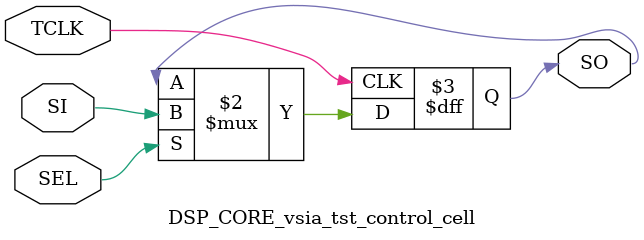
<source format=v>
module DSP_CORE_top (
    CMAinx, CM_rd0, CM_rd1, CM_rd2, CM_rd3, CM_rd4, CM_rd5, CM_rd6, 
    CM_rd7, CM_rdm, CM_wd, DMAinx, DM_rd0, DM_rd1, DM_rd2, DM_rd3, 
    DM_rd4, DM_rd5, DM_rd6, DM_rd7, DM_rdm, DM_wd, EA_do, ED_do, IAD_do, 
    PIO_oe, PIO_out, PMAinx, PM_rd0, PM_rd1, PM_rd2, PM_rd3, PM_rd4, 
    PM_rd5, PM_rd6, PM_rd7, PM_wd, T_EA, T_ED, T_IAD, T_PIOin, T_TMODE, 
    VC_SI, VC_SO, BGn, BMSn, CLKO, CMSn, CM_cs, CM_oe, CM_web, CMo_cs0, 
    CMo_cs1, CMo_cs2, CMo_cs3, CMo_cs4, CMo_cs5, CMo_cs6, CMo_cs7, 
    CMo_oe0, CMo_oe1, CMo_oe2, CMo_oe3, CMo_oe4, CMo_oe5, CMo_oe6, 
    CMo_oe7, DMSn, DM_cs, DM_oe, DMo_cs0, DMo_cs1, DMo_cs2, DMo_cs3, 
    DMo_cs4, DMo_cs5, DMo_cs6, DMo_cs7, DMo_oe0, DMo_oe1, DMo_oe2, 
    DMo_oe3, DMo_oe4, DMo_oe5, DMo_oe6, DMo_oe7, DMo_web, DSPCLK_cm0, 
    DSPCLK_cm1, DSPCLK_cm2, DSPCLK_dm0, DSPCLK_dm1, DSPCLK_dm2, 
    DSPCLK_pm0, DSPCLK_pm1, DSPCLK_pm2, EA_oe, ECMA_EN, ECMSn, 
    ED_oe_14_8, ED_oe_15, ED_oe_7_0, IACKn, IAD_oe, IDo, IDoe, IOSn, 
    IRFS0, IRFS1, ISCLK0, ISCLK1, ITFS0, ITFS1, PMSn, PM_bdry_sel, 
    PMo_cs0, PMo_cs1, PMo_cs2, PMo_cs3, PMo_cs4, PMo_cs5, PMo_cs6, 
    PMo_cs7, PMo_oe0, PMo_oe1, PMo_oe2, PMo_oe3, PMo_oe4, PMo_oe5, 
    PMo_oe6, PMo_oe7, PMo_web, PWDACK, RDn, RFS0, RFS1, SCLK0, SCLK1, 
    TCLK, TC_RESET, TC_SHIFT, TC_SI, TC_SO, TC_UPDATE, TD0, TD1, 
    TEST_CLK, TEST_RST, TFS0, TFS1, T_BMODE, T_BRn, T_CLKI_OSC, 
    T_CLKI_PLL, T_GOICE, T_IAL, T_ICE_RSTn, T_ICK, T_ID, T_IMS, T_IRDn, 
    T_IRQ0n, T_IRQ1n, T_IRQ2n, T_IRQE0n, T_IRQE1n, T_IRQL1n, T_ISn, 
    T_IWRn, T_MMAP, T_PWDn, T_RD0, T_RD1, T_RFS0, T_RFS1, T_RSTn, 
    T_SCLK0, T_SCLK1, T_Sel_PLL, T_TFS0, T_TFS1, VC_SHIFT, WP_CLK, 
    WP_SI, WP_SO, WRn, XTALoffn, DSPCLK_insert_buf_i, DSPCLK_insert_buf_o
);

input   DSPCLK_insert_buf_i;
output  DSPCLK_insert_buf_o;
input	[23:0]	CM_rd0;
input	[23:0]	CM_rd1;
input	[23:0]	CM_rd2;
input	[23:0]	CM_rd3;
input	[23:0]	CM_rd4;
input	[23:0]	CM_rd5;
input	[23:0]	CM_rd6;
input	[23:0]	CM_rd7;
input	[23:0]	CM_rdm;
input	[15:0]	DM_rd0;
input	[15:0]	DM_rd1;
input	[15:0]	DM_rd2;
input	[15:0]	DM_rd3;
input	[15:0]	DM_rd4;
input	[15:0]	DM_rd5;
input	[15:0]	DM_rd6;
input	[15:0]	DM_rd7;
input	[15:0]	DM_rdm;
input	[15:0]	PM_rd0;
input	[15:0]	PM_rd1;
input	[15:0]	PM_rd2;
input	[15:0]	PM_rd3;
input	[15:0]	PM_rd4;
input	[15:0]	PM_rd5;
input	[15:0]	PM_rd6;
input	[15:0]	PM_rd7;
input	[7:0]	T_EA;
input	[15:0]	T_ED;
input	[15:0]	T_IAD;
input	[11:0]	T_PIOin;
input	[1:0]	T_TMODE;
input	[7:0]	VC_SI;
input	PM_bdry_sel;
input	TCLK;
input	TC_RESET;
input	TC_SHIFT;
input	TC_SI;
input	TC_UPDATE;
input	TEST_CLK;
input	TEST_RST;
input	T_BMODE;
input	T_BRn;
input	T_CLKI_OSC;
input	T_CLKI_PLL;
input	T_GOICE;
input	T_IAL;
input	T_ICE_RSTn;
input	T_ICK;
input	T_ID;
input	T_IMS;
input	T_IRDn;
input	T_IRQ0n;
input	T_IRQ1n;
input	T_IRQ2n;
input	T_IRQE0n;
input	T_IRQE1n;
input	T_IRQL1n;
input	T_ISn;
input	T_IWRn;
input	T_MMAP;
input	T_PWDn;
input	T_RD0;
input	T_RD1;
input	T_RFS0;
input	T_RFS1;
input	T_RSTn;
input	T_SCLK0;
input	T_SCLK1;
input	T_Sel_PLL;
input	T_TFS0;
input	T_TFS1;
input	VC_SHIFT;
input	WP_CLK;
input	WP_SI;
output	[13:0]	CMAinx;
output	[23:0]	CM_wd;
output	[13:0]	DMAinx;
output	[15:0]	DM_wd;
output	[14:0]	EA_do;
output	[15:0]	ED_do;
output	[15:0]	IAD_do;
output	[11:0]	PIO_oe;
output	[11:0]	PIO_out;
output	[13:0]	PMAinx;
output	[15:0]	PM_wd;
output	[7:0]	VC_SO;
output	BGn;
output	BMSn;
output	CLKO;
output	CMSn;
output	CM_cs;
output	CM_oe;
output	CM_web;
output	CMo_cs0;
output	CMo_cs1;
output	CMo_cs2;
output	CMo_cs3;
output	CMo_cs4;
output	CMo_cs5;
output	CMo_cs6;
output	CMo_cs7;
output	CMo_oe0;
output	CMo_oe1;
output	CMo_oe2;
output	CMo_oe3;
output	CMo_oe4;
output	CMo_oe5;
output	CMo_oe6;
output	CMo_oe7;
output	DMSn;
output	DM_cs;
output	DM_oe;
output	DMo_cs0;
output	DMo_cs1;
output	DMo_cs2;
output	DMo_cs3;
output	DMo_cs4;
output	DMo_cs5;
output	DMo_cs6;
output	DMo_cs7;
output	DMo_oe0;
output	DMo_oe1;
output	DMo_oe2;
output	DMo_oe3;
output	DMo_oe4;
output	DMo_oe5;
output	DMo_oe6;
output	DMo_oe7;
output	DMo_web;
output	DSPCLK_cm0;
output	DSPCLK_cm1;
output	DSPCLK_cm2;
output	DSPCLK_dm0;
output	DSPCLK_dm1;
output	DSPCLK_dm2;
output	DSPCLK_pm0;
output	DSPCLK_pm1;
output	DSPCLK_pm2;
output	EA_oe;
output	ECMA_EN;
output	ECMSn;
output	ED_oe_14_8;
output	ED_oe_15;
output	ED_oe_7_0;
output	IACKn;
output	IAD_oe;
output	IDo;
output	IDoe;
output	IOSn;
output	IRFS0;
output	IRFS1;
output	ISCLK0;
output	ISCLK1;
output	ITFS0;
output	ITFS1;
output	PMSn;
output	PMo_cs0;
output	PMo_cs1;
output	PMo_cs2;
output	PMo_cs3;
output	PMo_cs4;
output	PMo_cs5;
output	PMo_cs6;
output	PMo_cs7;
output	PMo_oe0;
output	PMo_oe1;
output	PMo_oe2;
output	PMo_oe3;
output	PMo_oe4;
output	PMo_oe5;
output	PMo_oe6;
output	PMo_oe7;
output	PMo_web;
output	PWDACK;
output	RDn;
output	RFS0;
output	RFS1;
output	SCLK0;
output	SCLK1;
output	TC_SO;
output	TD0;
output	TD1;
output	TFS0;
output	TFS1;
output	WP_SO;
output	WRn;
output	XTALoffn;

wire	[13:0]	core_CMAinx;
wire	[23:0]	core_CM_rd0;
wire	[23:0]	core_CM_rd1;
wire	[23:0]	core_CM_rd2;
wire	[23:0]	core_CM_rd3;
wire	[23:0]	core_CM_rd4;
wire	[23:0]	core_CM_rd5;
wire	[23:0]	core_CM_rd6;
wire	[23:0]	core_CM_rd7;
wire	[23:0]	core_CM_rdm;
wire	[23:0]	core_CM_wd;
wire	[13:0]	core_DMAinx;
wire	[15:0]	core_DM_rd0;
wire	[15:0]	core_DM_rd1;
wire	[15:0]	core_DM_rd2;
wire	[15:0]	core_DM_rd3;
wire	[15:0]	core_DM_rd4;
wire	[15:0]	core_DM_rd5;
wire	[15:0]	core_DM_rd6;
wire	[15:0]	core_DM_rd7;
wire	[15:0]	core_DM_rdm;
wire	[15:0]	core_DM_wd;
wire	[14:0]	core_EA_do;
wire	[15:0]	core_ED_do;
wire	[15:0]	core_IAD_do;
wire	[11:0]	core_PIO_oe;
wire	[11:0]	core_PIO_out;
wire	[13:0]	core_PMAinx;
wire	[15:0]	core_PM_rd0;
wire	[15:0]	core_PM_rd1;
wire	[15:0]	core_PM_rd2;
wire	[15:0]	core_PM_rd3;
wire	[15:0]	core_PM_rd4;
wire	[15:0]	core_PM_rd5;
wire	[15:0]	core_PM_rd6;
wire	[15:0]	core_PM_rd7;
wire	[15:0]	core_PM_wd;
wire	[7:0]	core_T_EA;
wire	[15:0]	core_T_ED;
wire	[15:0]	core_T_IAD;
wire	[11:0]	core_T_PIOin;
wire	[1:0]	core_T_TMODE;
wire	SCANIN1, SCANIN2, SCANIN3, SCANIN4, SCANIN5, SCANIN6, SCANIN7, 
    SCANIN8, SCANOUT1, SCANOUT2, SCANOUT3, SCANOUT4, SCANOUT5, SCANOUT6,
     SCANOUT7, SCANOUT8, SCAN_ENABLE, SCAN_SHIFT, SCAN_TEST, 
    VC_SCANMODE, core_BGn, core_BMSn, core_CLKO, core_CMSn, core_CM_cs, 
    core_CM_oe, core_CM_web, core_CMo_cs0, core_CMo_cs1, core_CMo_cs2, 
    core_CMo_cs3, core_CMo_cs4, core_CMo_cs5, core_CMo_cs6, 
    core_CMo_cs7, core_CMo_oe0, core_CMo_oe1, core_CMo_oe2, 
    core_CMo_oe3, core_CMo_oe4, core_CMo_oe5, core_CMo_oe6, 
    core_CMo_oe7, core_DMSn, core_DM_cs, core_DM_oe, core_DMo_cs0, 
    core_DMo_cs1, core_DMo_cs2, core_DMo_cs3, core_DMo_cs4, 
    core_DMo_cs5, core_DMo_cs6, core_DMo_cs7, core_DMo_oe0, 
    core_DMo_oe1, core_DMo_oe2, core_DMo_oe3, core_DMo_oe4, 
    core_DMo_oe5, core_DMo_oe6, core_DMo_oe7, core_DMo_web, 
    core_DSPCLK_cm0, core_DSPCLK_cm1, core_DSPCLK_cm2, core_DSPCLK_dm0, 
    core_DSPCLK_dm1, core_DSPCLK_dm2, core_DSPCLK_pm0, core_DSPCLK_pm1, 
    core_DSPCLK_pm2, core_EA_oe, core_ECMA_EN, core_ECMSn, 
    core_ED_oe_14_8, core_ED_oe_15, core_ED_oe_7_0, core_IACKn, 
    core_IAD_oe, core_IDo, core_IDoe, core_IOSn, core_IRFS0, core_IRFS1,
     core_ISCLK0, core_ISCLK1, core_ITFS0, core_ITFS1, core_PMSn, 
    core_PM_bdry_sel, core_PMo_cs0, core_PMo_cs1, core_PMo_cs2, 
    core_PMo_cs3, core_PMo_cs4, core_PMo_cs5, core_PMo_cs6, 
    core_PMo_cs7, core_PMo_oe0, core_PMo_oe1, core_PMo_oe2, 
    core_PMo_oe3, core_PMo_oe4, core_PMo_oe5, core_PMo_oe6, 
    core_PMo_oe7, core_PMo_web, core_PWDACK, core_RDn, core_RFS0, 
    core_RFS1, core_SCLK0, core_SCLK1, core_TD0, core_TD1, core_TFS0, 
    core_TFS1, core_T_BMODE, core_T_BRn, core_T_CLKI_OSC, 
    core_T_CLKI_PLL, core_T_GOICE, core_T_IAL, core_T_ICE_RSTn, 
    core_T_ICK, core_T_ID, core_T_IMS, core_T_IRDn, core_T_IRQ0n, 
    core_T_IRQ1n, core_T_IRQ2n, core_T_IRQE0n, core_T_IRQE1n, 
    core_T_IRQL1n, core_T_ISn, core_T_IWRn, core_T_MMAP, core_T_PWDn, 
    core_T_RD0, core_T_RD1, core_T_RFS0, core_T_RFS1, core_T_RSTn, 
    core_T_SCLK0, core_T_SCLK1, core_T_Sel_PLL, core_T_TFS0, 
    core_T_TFS1, core_WRn, core_XTALoffn;

//DSP_CORE CORE (
DSP_CORE dsp_core (
    .BGn(core_BGn), .BMSn(core_BMSn), .CLKO(core_CLKO), .CMAinx(core_CMAinx), 
    .CMSn(core_CMSn), .CM_cs(core_CM_cs), .CM_oe(core_CM_oe), 
    .CM_rd0(core_CM_rd0), .CM_rd1(core_CM_rd1), .CM_rd2(core_CM_rd2), 
    .CM_rd3(core_CM_rd3), .CM_rd4(core_CM_rd4), .CM_rd5(core_CM_rd5), 
    .CM_rd6(core_CM_rd6), .CM_rd7(core_CM_rd7), .CM_rdm(core_CM_rdm), 
    .CM_wd(core_CM_wd), .CM_web(core_CM_web), .CMo_cs0(core_CMo_cs0), 
    .CMo_cs1(core_CMo_cs1), .CMo_cs2(core_CMo_cs2), .CMo_cs3(core_CMo_cs3), 
    .CMo_cs4(core_CMo_cs4), .CMo_cs5(core_CMo_cs5), .CMo_cs6(core_CMo_cs6), 
    .CMo_cs7(core_CMo_cs7), .CMo_oe0(core_CMo_oe0), .CMo_oe1(core_CMo_oe1), 
    .CMo_oe2(core_CMo_oe2), .CMo_oe3(core_CMo_oe3), .CMo_oe4(core_CMo_oe4), 
    .CMo_oe5(core_CMo_oe5), .CMo_oe6(core_CMo_oe6), .CMo_oe7(core_CMo_oe7), 
    .DMAinx(core_DMAinx), .DMSn(core_DMSn), .DM_cs(core_DM_cs), 
    .DM_oe(core_DM_oe), .DM_rd0(core_DM_rd0), .DM_rd1(core_DM_rd1), 
    .DM_rd2(core_DM_rd2), .DM_rd3(core_DM_rd3), .DM_rd4(core_DM_rd4), 
    .DM_rd5(core_DM_rd5), .DM_rd6(core_DM_rd6), .DM_rd7(core_DM_rd7), 
    .DM_rdm(core_DM_rdm), .DM_wd(core_DM_wd), .DMo_cs0(core_DMo_cs0), 
    .DMo_cs1(core_DMo_cs1), .DMo_cs2(core_DMo_cs2), .DMo_cs3(core_DMo_cs3), 
    .DMo_cs4(core_DMo_cs4), .DMo_cs5(core_DMo_cs5), .DMo_cs6(core_DMo_cs6), 
    .DMo_cs7(core_DMo_cs7), .DMo_oe0(core_DMo_oe0), .DMo_oe1(core_DMo_oe1), 
    .DMo_oe2(core_DMo_oe2), .DMo_oe3(core_DMo_oe3), .DMo_oe4(core_DMo_oe4), 
    .DMo_oe5(core_DMo_oe5), .DMo_oe6(core_DMo_oe6), .DMo_oe7(core_DMo_oe7), 
    .DMo_web(core_DMo_web), .DSPCLK_cm0(core_DSPCLK_cm0), 
    .DSPCLK_cm1(core_DSPCLK_cm1), .DSPCLK_cm2(core_DSPCLK_cm2), 
    .DSPCLK_dm0(core_DSPCLK_dm0), .DSPCLK_dm1(core_DSPCLK_dm1), 
    .DSPCLK_dm2(core_DSPCLK_dm2), .DSPCLK_pm0(core_DSPCLK_pm0), 
    .DSPCLK_pm1(core_DSPCLK_pm1), .DSPCLK_pm2(core_DSPCLK_pm2), 
    .EA_do(core_EA_do), .EA_oe(core_EA_oe), .ECMA_EN(core_ECMA_EN), 
    .ECMSn(core_ECMSn), .ED_do(core_ED_do), .ED_oe_14_8(core_ED_oe_14_8), 
    .ED_oe_15(core_ED_oe_15), .ED_oe_7_0(core_ED_oe_7_0), .IACKn(core_IACKn), 
    .IAD_do(core_IAD_do), .IAD_oe(core_IAD_oe), .IDo(core_IDo), 
    .IDoe(core_IDoe), .IOSn(core_IOSn), .IRFS0(core_IRFS0), .IRFS1(core_IRFS1), 
    .ISCLK0(core_ISCLK0), .ISCLK1(core_ISCLK1), .ITFS0(core_ITFS0), 
    .ITFS1(core_ITFS1), .PIO_oe(core_PIO_oe), .PIO_out(core_PIO_out), 
    .PMAinx(core_PMAinx), .PMSn(core_PMSn), .PM_bdry_sel(core_PM_bdry_sel), 
    .PM_rd0(core_PM_rd0), .PM_rd1(core_PM_rd1), .PM_rd2(core_PM_rd2), 
    .PM_rd3(core_PM_rd3), .PM_rd4(core_PM_rd4), .PM_rd5(core_PM_rd5), 
    .PM_rd6(core_PM_rd6), .PM_rd7(core_PM_rd7), .PM_wd(core_PM_wd), 
    .PMo_cs0(core_PMo_cs0), .PMo_cs1(core_PMo_cs1), .PMo_cs2(core_PMo_cs2), 
    .PMo_cs3(core_PMo_cs3), .PMo_cs4(core_PMo_cs4), .PMo_cs5(core_PMo_cs5), 
    .PMo_cs6(core_PMo_cs6), .PMo_cs7(core_PMo_cs7), .PMo_oe0(core_PMo_oe0), 
    .PMo_oe1(core_PMo_oe1), .PMo_oe2(core_PMo_oe2), .PMo_oe3(core_PMo_oe3), 
    .PMo_oe4(core_PMo_oe4), .PMo_oe5(core_PMo_oe5), .PMo_oe6(core_PMo_oe6), 
    .PMo_oe7(core_PMo_oe7), .PMo_web(core_PMo_web), .PWDACK(core_PWDACK), 
    .RDn(core_RDn), .RFS0(core_RFS0), .RFS1(core_RFS1), .SCANIN1(SCANIN1), 
    .SCANIN2(SCANIN2), .SCANIN3(SCANIN3), .SCANIN4(SCANIN4), .SCANIN5(SCANIN5), 
    .SCANIN6(SCANIN6), .SCANIN7(SCANIN7), .SCANIN8(SCANIN8), 
    .SCANOUT1(SCANOUT1), .SCANOUT2(SCANOUT2), .SCANOUT3(SCANOUT3), 
    .SCANOUT4(SCANOUT4), .SCANOUT5(SCANOUT5), .SCANOUT6(SCANOUT6), 
    .SCANOUT7(SCANOUT7), .SCANOUT8(SCANOUT8), .SCAN_ENABLE(SCAN_ENABLE), 
    .SCAN_TEST(SCAN_TEST), .SCLK0(core_SCLK0), .SCLK1(core_SCLK1), 
    .TD0(core_TD0), .TD1(core_TD1), .TFS0(core_TFS0), .TFS1(core_TFS1), 
    .T_BMODE(core_T_BMODE), .T_BRn(core_T_BRn), .T_CLKI_OSC(core_T_CLKI_OSC), 
    .T_CLKI_PLL(core_T_CLKI_PLL), .T_EA(core_T_EA), .T_ED(core_T_ED), 
    .T_GOICE(core_T_GOICE), .T_IAD(core_T_IAD), .T_IAL(core_T_IAL), 
    .T_ICE_RSTn(core_T_ICE_RSTn), .T_ICK(core_T_ICK), .T_ID(core_T_ID), 
    .T_IMS(core_T_IMS), .T_IRDn(core_T_IRDn), .T_IRQ0n(core_T_IRQ0n), 
    .T_IRQ1n(core_T_IRQ1n), .T_IRQ2n(core_T_IRQ2n), .T_IRQE0n(core_T_IRQE0n), 
    .T_IRQE1n(core_T_IRQE1n), .T_IRQL1n(core_T_IRQL1n), .T_ISn(core_T_ISn), 
    .T_IWRn(core_T_IWRn), .T_MMAP(core_T_MMAP), .T_PIOin(core_T_PIOin), 
    .T_PWDn(core_T_PWDn), .T_RD0(core_T_RD0), .T_RD1(core_T_RD1), 
    .T_RFS0(core_T_RFS0), .T_RFS1(core_T_RFS1), .T_RSTn(core_T_RSTn), 
    .T_SCLK0(core_T_SCLK0), .T_SCLK1(core_T_SCLK1), .T_Sel_PLL(core_T_Sel_PLL), 
    .T_TFS0(core_T_TFS0), .T_TFS1(core_T_TFS1), .T_TMODE(core_T_TMODE), 
    .WRn(core_WRn), .XTALoffn(core_XTALoffn), 
    .DSPCLK_insert_buf_i(DSPCLK_insert_buf_i),
    .DSPCLK_insert_buf_o(DSPCLK_insert_buf_o)
);
DSP_CORE_wrapper WRAPPER (
    .BGn(BGn), .BMSn(BMSn), .CLKO(CLKO), .CMAinx(CMAinx), .CMSn(CMSn), 
    .CM_cs(CM_cs), .CM_oe(CM_oe), .CM_rd0(CM_rd0), .CM_rd1(CM_rd1), 
    .CM_rd2(CM_rd2), .CM_rd3(CM_rd3), .CM_rd4(CM_rd4), .CM_rd5(CM_rd5), 
    .CM_rd6(CM_rd6), .CM_rd7(CM_rd7), .CM_rdm(CM_rdm), .CM_wd(CM_wd), 
    .CM_web(CM_web), .CMo_cs0(CMo_cs0), .CMo_cs1(CMo_cs1), .CMo_cs2(CMo_cs2), 
    .CMo_cs3(CMo_cs3), .CMo_cs4(CMo_cs4), .CMo_cs5(CMo_cs5), .CMo_cs6(CMo_cs6), 
    .CMo_cs7(CMo_cs7), .CMo_oe0(CMo_oe0), .CMo_oe1(CMo_oe1), .CMo_oe2(CMo_oe2), 
    .CMo_oe3(CMo_oe3), .CMo_oe4(CMo_oe4), .CMo_oe5(CMo_oe5), .CMo_oe6(CMo_oe6), 
    .CMo_oe7(CMo_oe7), .DMAinx(DMAinx), .DMSn(DMSn), .DM_cs(DM_cs), 
    .DM_oe(DM_oe), .DM_rd0(DM_rd0), .DM_rd1(DM_rd1), .DM_rd2(DM_rd2), 
    .DM_rd3(DM_rd3), .DM_rd4(DM_rd4), .DM_rd5(DM_rd5), .DM_rd6(DM_rd6), 
    .DM_rd7(DM_rd7), .DM_rdm(DM_rdm), .DM_wd(DM_wd), .DMo_cs0(DMo_cs0), 
    .DMo_cs1(DMo_cs1), .DMo_cs2(DMo_cs2), .DMo_cs3(DMo_cs3), .DMo_cs4(DMo_cs4), 
    .DMo_cs5(DMo_cs5), .DMo_cs6(DMo_cs6), .DMo_cs7(DMo_cs7), .DMo_oe0(DMo_oe0), 
    .DMo_oe1(DMo_oe1), .DMo_oe2(DMo_oe2), .DMo_oe3(DMo_oe3), .DMo_oe4(DMo_oe4), 
    .DMo_oe5(DMo_oe5), .DMo_oe6(DMo_oe6), .DMo_oe7(DMo_oe7), .DMo_web(DMo_web), 
    .DSPCLK_cm0(DSPCLK_cm0), .DSPCLK_cm1(DSPCLK_cm1), .DSPCLK_cm2(DSPCLK_cm2), 
    .DSPCLK_dm0(DSPCLK_dm0), .DSPCLK_dm1(DSPCLK_dm1), .DSPCLK_dm2(DSPCLK_dm2), 
    .DSPCLK_pm0(DSPCLK_pm0), .DSPCLK_pm1(DSPCLK_pm1), .DSPCLK_pm2(DSPCLK_pm2), 
    .EA_do(EA_do), .EA_oe(EA_oe), .ECMA_EN(ECMA_EN), .ECMSn(ECMSn), 
    .ED_do(ED_do), .ED_oe_14_8(ED_oe_14_8), .ED_oe_15(ED_oe_15), 
    .ED_oe_7_0(ED_oe_7_0), .IACKn(IACKn), .IAD_do(IAD_do), .IAD_oe(IAD_oe), 
    .IDo(IDo), .IDoe(IDoe), .IOSn(IOSn), .IRFS0(IRFS0), .IRFS1(IRFS1), 
    .ISCLK0(ISCLK0), .ISCLK1(ISCLK1), .ITFS0(ITFS0), .ITFS1(ITFS1), 
    .PIO_oe(PIO_oe), .PIO_out(PIO_out), .PMAinx(PMAinx), .PMSn(PMSn), 
    .PM_bdry_sel(PM_bdry_sel), .PM_rd0(PM_rd0), .PM_rd1(PM_rd1), 
    .PM_rd2(PM_rd2), .PM_rd3(PM_rd3), .PM_rd4(PM_rd4), .PM_rd5(PM_rd5), 
    .PM_rd6(PM_rd6), .PM_rd7(PM_rd7), .PM_wd(PM_wd), .PMo_cs0(PMo_cs0), 
    .PMo_cs1(PMo_cs1), .PMo_cs2(PMo_cs2), .PMo_cs3(PMo_cs3), .PMo_cs4(PMo_cs4), 
    .PMo_cs5(PMo_cs5), .PMo_cs6(PMo_cs6), .PMo_cs7(PMo_cs7), .PMo_oe0(PMo_oe0), 
    .PMo_oe1(PMo_oe1), .PMo_oe2(PMo_oe2), .PMo_oe3(PMo_oe3), .PMo_oe4(PMo_oe4), 
    .PMo_oe5(PMo_oe5), .PMo_oe6(PMo_oe6), .PMo_oe7(PMo_oe7), .PMo_web(PMo_web), 
    .PWDACK(PWDACK), .RDn(RDn), .RFS0(RFS0), .RFS1(RFS1), .SCANOUT1(SCANOUT1), 
    .SCANOUT2(SCANOUT2), .SCANOUT3(SCANOUT3), .SCANOUT4(SCANOUT4), 
    .SCANOUT5(SCANOUT5), .SCANOUT6(SCANOUT6), .SCANOUT7(SCANOUT7), 
    .SCANOUT8(SCANOUT8), .SCAN_SHIFT(SCAN_SHIFT), .SCLK0(SCLK0), .SCLK1(SCLK1), 
    .TCLK(TCLK), .TC_RESET(TC_RESET), .TC_SHIFT(TC_SHIFT), .TC_SI(TC_SI), 
    .TC_SO(TC_SO), .TC_UPDATE(TC_UPDATE), .TD0(TD0), .TD1(TD1), 
    .TEST_CLK(TEST_CLK), .TFS0(TFS0), .TFS1(TFS1), .T_BMODE(T_BMODE), 
    .T_BRn(T_BRn), .T_CLKI_PLL(T_CLKI_PLL), .T_EA(T_EA), .T_ED(T_ED), 
    .T_GOICE(T_GOICE), .T_IAD(T_IAD), .T_IAL(T_IAL), .T_ICE_RSTn(T_ICE_RSTn), 
    .T_ID(T_ID), .T_IMS(T_IMS), .T_IRDn(T_IRDn), .T_IRQ0n(T_IRQ0n), 
    .T_IRQ1n(T_IRQ1n), .T_IRQ2n(T_IRQ2n), .T_IRQE0n(T_IRQE0n), 
    .T_IRQE1n(T_IRQE1n), .T_IRQL1n(T_IRQL1n), .T_ISn(T_ISn), .T_IWRn(T_IWRn), 
    .T_MMAP(T_MMAP), .T_PIOin(T_PIOin), .T_PWDn(T_PWDn), .T_RD0(T_RD0), 
    .T_RD1(T_RD1), .T_RFS0(T_RFS0), .T_RFS1(T_RFS1), .T_Sel_PLL(T_Sel_PLL), 
    .T_TFS0(T_TFS0), .T_TFS1(T_TFS1), .T_TMODE(T_TMODE), 
    .VC_SCANMODE(VC_SCANMODE), .VC_SHIFT(VC_SHIFT), .VC_SI(VC_SI), 
    .VC_SO(VC_SO), .WP_CLK(WP_CLK), .WP_SI(WP_SI), .WP_SO(WP_SO), .WRn(WRn), 
    .XTALoffn(XTALoffn), .core_BGn(core_BGn), .core_BMSn(core_BMSn), 
    .core_CLKO(core_CLKO), .core_CMAinx(core_CMAinx), .core_CMSn(core_CMSn), 
    .core_CM_cs(core_CM_cs), .core_CM_oe(core_CM_oe), .core_CM_rd0(core_CM_rd0),
     .core_CM_rd1(core_CM_rd1), .core_CM_rd2(core_CM_rd2), 
    .core_CM_rd3(core_CM_rd3), .core_CM_rd4(core_CM_rd4), 
    .core_CM_rd5(core_CM_rd5), .core_CM_rd6(core_CM_rd6), 
    .core_CM_rd7(core_CM_rd7), .core_CM_rdm(core_CM_rdm), 
    .core_CM_wd(core_CM_wd), .core_CM_web(core_CM_web), 
    .core_CMo_cs0(core_CMo_cs0), .core_CMo_cs1(core_CMo_cs1), 
    .core_CMo_cs2(core_CMo_cs2), .core_CMo_cs3(core_CMo_cs3), 
    .core_CMo_cs4(core_CMo_cs4), .core_CMo_cs5(core_CMo_cs5), 
    .core_CMo_cs6(core_CMo_cs6), .core_CMo_cs7(core_CMo_cs7), 
    .core_CMo_oe0(core_CMo_oe0), .core_CMo_oe1(core_CMo_oe1), 
    .core_CMo_oe2(core_CMo_oe2), .core_CMo_oe3(core_CMo_oe3), 
    .core_CMo_oe4(core_CMo_oe4), .core_CMo_oe5(core_CMo_oe5), 
    .core_CMo_oe6(core_CMo_oe6), .core_CMo_oe7(core_CMo_oe7), 
    .core_DMAinx(core_DMAinx), .core_DMSn(core_DMSn), .core_DM_cs(core_DM_cs), 
    .core_DM_oe(core_DM_oe), .core_DM_rd0(core_DM_rd0), 
    .core_DM_rd1(core_DM_rd1), .core_DM_rd2(core_DM_rd2), 
    .core_DM_rd3(core_DM_rd3), .core_DM_rd4(core_DM_rd4), 
    .core_DM_rd5(core_DM_rd5), .core_DM_rd6(core_DM_rd6), 
    .core_DM_rd7(core_DM_rd7), .core_DM_rdm(core_DM_rdm), 
    .core_DM_wd(core_DM_wd), .core_DMo_cs0(core_DMo_cs0), 
    .core_DMo_cs1(core_DMo_cs1), .core_DMo_cs2(core_DMo_cs2), 
    .core_DMo_cs3(core_DMo_cs3), .core_DMo_cs4(core_DMo_cs4), 
    .core_DMo_cs5(core_DMo_cs5), .core_DMo_cs6(core_DMo_cs6), 
    .core_DMo_cs7(core_DMo_cs7), .core_DMo_oe0(core_DMo_oe0), 
    .core_DMo_oe1(core_DMo_oe1), .core_DMo_oe2(core_DMo_oe2), 
    .core_DMo_oe3(core_DMo_oe3), .core_DMo_oe4(core_DMo_oe4), 
    .core_DMo_oe5(core_DMo_oe5), .core_DMo_oe6(core_DMo_oe6), 
    .core_DMo_oe7(core_DMo_oe7), .core_DMo_web(core_DMo_web), 
    .core_DSPCLK_cm0(core_DSPCLK_cm0), .core_DSPCLK_cm1(core_DSPCLK_cm1), 
    .core_DSPCLK_cm2(core_DSPCLK_cm2), .core_DSPCLK_dm0(core_DSPCLK_dm0), 
    .core_DSPCLK_dm1(core_DSPCLK_dm1), .core_DSPCLK_dm2(core_DSPCLK_dm2), 
    .core_DSPCLK_pm0(core_DSPCLK_pm0), .core_DSPCLK_pm1(core_DSPCLK_pm1), 
    .core_DSPCLK_pm2(core_DSPCLK_pm2), .core_EA_do(core_EA_do), 
    .core_EA_oe(core_EA_oe), .core_ECMA_EN(core_ECMA_EN), 
    .core_ECMSn(core_ECMSn), .core_ED_do(core_ED_do), 
    .core_ED_oe_14_8(core_ED_oe_14_8), .core_ED_oe_15(core_ED_oe_15), 
    .core_ED_oe_7_0(core_ED_oe_7_0), .core_IACKn(core_IACKn), 
    .core_IAD_do(core_IAD_do), .core_IAD_oe(core_IAD_oe), .core_IDo(core_IDo), 
    .core_IDoe(core_IDoe), .core_IOSn(core_IOSn), .core_IRFS0(core_IRFS0), 
    .core_IRFS1(core_IRFS1), .core_ISCLK0(core_ISCLK0), 
    .core_ISCLK1(core_ISCLK1), .core_ITFS0(core_ITFS0), .core_ITFS1(core_ITFS1),
     .core_PIO_oe(core_PIO_oe), .core_PIO_out(core_PIO_out), 
    .core_PMAinx(core_PMAinx), .core_PMSn(core_PMSn), 
    .core_PM_bdry_sel(core_PM_bdry_sel), .core_PM_rd0(core_PM_rd0), 
    .core_PM_rd1(core_PM_rd1), .core_PM_rd2(core_PM_rd2), 
    .core_PM_rd3(core_PM_rd3), .core_PM_rd4(core_PM_rd4), 
    .core_PM_rd5(core_PM_rd5), .core_PM_rd6(core_PM_rd6), 
    .core_PM_rd7(core_PM_rd7), .core_PM_wd(core_PM_wd), 
    .core_PMo_cs0(core_PMo_cs0), .core_PMo_cs1(core_PMo_cs1), 
    .core_PMo_cs2(core_PMo_cs2), .core_PMo_cs3(core_PMo_cs3), 
    .core_PMo_cs4(core_PMo_cs4), .core_PMo_cs5(core_PMo_cs5), 
    .core_PMo_cs6(core_PMo_cs6), .core_PMo_cs7(core_PMo_cs7), 
    .core_PMo_oe0(core_PMo_oe0), .core_PMo_oe1(core_PMo_oe1), 
    .core_PMo_oe2(core_PMo_oe2), .core_PMo_oe3(core_PMo_oe3), 
    .core_PMo_oe4(core_PMo_oe4), .core_PMo_oe5(core_PMo_oe5), 
    .core_PMo_oe6(core_PMo_oe6), .core_PMo_oe7(core_PMo_oe7), 
    .core_PMo_web(core_PMo_web), .core_PWDACK(core_PWDACK), .core_RDn(core_RDn),
     .core_RFS0(core_RFS0), .core_RFS1(core_RFS1), .core_SCLK0(core_SCLK0), 
    .core_SCLK1(core_SCLK1), .core_TD0(core_TD0), .core_TD1(core_TD1), 
    .core_TFS0(core_TFS0), .core_TFS1(core_TFS1), .core_T_BMODE(core_T_BMODE), 
    .core_T_BRn(core_T_BRn), .core_T_CLKI_PLL(core_T_CLKI_PLL), 
    .core_T_EA(core_T_EA), .core_T_ED(core_T_ED), .core_T_GOICE(core_T_GOICE), 
    .core_T_IAD(core_T_IAD), .core_T_IAL(core_T_IAL), 
    .core_T_ICE_RSTn(core_T_ICE_RSTn), .core_T_ID(core_T_ID), 
    .core_T_IMS(core_T_IMS), .core_T_IRDn(core_T_IRDn), 
    .core_T_IRQ0n(core_T_IRQ0n), .core_T_IRQ1n(core_T_IRQ1n), 
    .core_T_IRQ2n(core_T_IRQ2n), .core_T_IRQE0n(core_T_IRQE0n), 
    .core_T_IRQE1n(core_T_IRQE1n), .core_T_IRQL1n(core_T_IRQL1n), 
    .core_T_ISn(core_T_ISn), .core_T_IWRn(core_T_IWRn), 
    .core_T_MMAP(core_T_MMAP), .core_T_PIOin(core_T_PIOin), 
    .core_T_PWDn(core_T_PWDn), .core_T_RD0(core_T_RD0), .core_T_RD1(core_T_RD1),
     .core_T_RFS0(core_T_RFS0), .core_T_RFS1(core_T_RFS1), 
    .core_T_Sel_PLL(core_T_Sel_PLL), .core_T_TFS0(core_T_TFS0), 
    .core_T_TFS1(core_T_TFS1), .core_T_TMODE(core_T_TMODE), .core_WRn(core_WRn),
     .core_XTALoffn(core_XTALoffn)
);

assign	SCANIN1 = VC_SI[0];
assign	SCANIN2 = VC_SI[1];
assign	SCANIN3 = VC_SI[2];
assign	SCANIN4 = VC_SI[3];
assign	SCANIN5 = VC_SI[4];
assign	SCANIN6 = VC_SI[5];
assign	SCANIN7 = VC_SI[6];
assign	SCANIN8 = VC_SI[7];
assign	SCAN_ENABLE = SCAN_SHIFT;
assign	SCAN_TEST = VC_SCANMODE;
assign	core_T_CLKI_OSC = (VC_SCANMODE) ? TEST_CLK : T_CLKI_OSC;
assign	core_T_ICK = (VC_SCANMODE) ? TEST_CLK : T_ICK;
assign	core_T_RSTn = (VC_SCANMODE) ? ~TEST_RST : T_RSTn;
assign	core_T_SCLK0 = (VC_SCANMODE) ? TEST_CLK : T_SCLK0;
assign	core_T_SCLK1 = (VC_SCANMODE) ? TEST_CLK : T_SCLK1;
endmodule


module DSP_CORE_wrapper (
    CMAinx, CM_rd0, CM_rd1, CM_rd2, CM_rd3, CM_rd4, CM_rd5, CM_rd6, 
    CM_rd7, CM_rdm, CM_wd, DMAinx, DM_rd0, DM_rd1, DM_rd2, DM_rd3, 
    DM_rd4, DM_rd5, DM_rd6, DM_rd7, DM_rdm, DM_wd, EA_do, ED_do, IAD_do, 
    PIO_oe, PIO_out, PMAinx, PM_rd0, PM_rd1, PM_rd2, PM_rd3, PM_rd4, 
    PM_rd5, PM_rd6, PM_rd7, PM_wd, T_EA, T_ED, T_IAD, T_PIOin, T_TMODE, 
    VC_SI, VC_SO, core_CMAinx, core_CM_rd0, core_CM_rd1, core_CM_rd2, 
    core_CM_rd3, core_CM_rd4, core_CM_rd5, core_CM_rd6, core_CM_rd7, 
    core_CM_rdm, core_CM_wd, core_DMAinx, core_DM_rd0, core_DM_rd1, 
    core_DM_rd2, core_DM_rd3, core_DM_rd4, core_DM_rd5, core_DM_rd6, 
    core_DM_rd7, core_DM_rdm, core_DM_wd, core_EA_do, core_ED_do, 
    core_IAD_do, core_PIO_oe, core_PIO_out, core_PMAinx, core_PM_rd0, 
    core_PM_rd1, core_PM_rd2, core_PM_rd3, core_PM_rd4, core_PM_rd5, 
    core_PM_rd6, core_PM_rd7, core_PM_wd, core_T_EA, core_T_ED, 
    core_T_IAD, core_T_PIOin, core_T_TMODE, BGn, BMSn, CLKO, CMSn, 
    CM_cs, CM_oe, CM_web, CMo_cs0, CMo_cs1, CMo_cs2, CMo_cs3, CMo_cs4, 
    CMo_cs5, CMo_cs6, CMo_cs7, CMo_oe0, CMo_oe1, CMo_oe2, CMo_oe3, 
    CMo_oe4, CMo_oe5, CMo_oe6, CMo_oe7, DMSn, DM_cs, DM_oe, DMo_cs0, 
    DMo_cs1, DMo_cs2, DMo_cs3, DMo_cs4, DMo_cs5, DMo_cs6, DMo_cs7, 
    DMo_oe0, DMo_oe1, DMo_oe2, DMo_oe3, DMo_oe4, DMo_oe5, DMo_oe6, 
    DMo_oe7, DMo_web, DSPCLK_cm0, DSPCLK_cm1, DSPCLK_cm2, DSPCLK_dm0, 
    DSPCLK_dm1, DSPCLK_dm2, DSPCLK_pm0, DSPCLK_pm1, DSPCLK_pm2, EA_oe, 
    ECMA_EN, ECMSn, ED_oe_14_8, ED_oe_15, ED_oe_7_0, IACKn, IAD_oe, IDo, 
    IDoe, IOSn, IRFS0, IRFS1, ISCLK0, ISCLK1, ITFS0, ITFS1, PMSn, 
    PM_bdry_sel, PMo_cs0, PMo_cs1, PMo_cs2, PMo_cs3, PMo_cs4, PMo_cs5, 
    PMo_cs6, PMo_cs7, PMo_oe0, PMo_oe1, PMo_oe2, PMo_oe3, PMo_oe4, 
    PMo_oe5, PMo_oe6, PMo_oe7, PMo_web, PWDACK, RDn, RFS0, RFS1, 
    SCANOUT1, SCANOUT2, SCANOUT3, SCANOUT4, SCANOUT5, SCANOUT6, 
    SCANOUT7, SCANOUT8, SCAN_SHIFT, SCLK0, SCLK1, TCLK, TC_RESET, 
    TC_SHIFT, TC_SI, TC_SO, TC_UPDATE, TD0, TD1, TEST_CLK, TFS0, TFS1, 
    T_BMODE, T_BRn, T_CLKI_PLL, T_GOICE, T_IAL, T_ICE_RSTn, T_ID, T_IMS, 
    T_IRDn, T_IRQ0n, T_IRQ1n, T_IRQ2n, T_IRQE0n, T_IRQE1n, T_IRQL1n, 
    T_ISn, T_IWRn, T_MMAP, T_PWDn, T_RD0, T_RD1, T_RFS0, T_RFS1, 
    T_Sel_PLL, T_TFS0, T_TFS1, VC_SCANMODE, VC_SHIFT, WP_CLK, WP_SI, 
    WP_SO, WRn, XTALoffn, core_BGn, core_BMSn, core_CLKO, core_CMSn, 
    core_CM_cs, core_CM_oe, core_CM_web, core_CMo_cs0, core_CMo_cs1, 
    core_CMo_cs2, core_CMo_cs3, core_CMo_cs4, core_CMo_cs5, 
    core_CMo_cs6, core_CMo_cs7, core_CMo_oe0, core_CMo_oe1, 
    core_CMo_oe2, core_CMo_oe3, core_CMo_oe4, core_CMo_oe5, 
    core_CMo_oe6, core_CMo_oe7, core_DMSn, core_DM_cs, core_DM_oe, 
    core_DMo_cs0, core_DMo_cs1, core_DMo_cs2, core_DMo_cs3, 
    core_DMo_cs4, core_DMo_cs5, core_DMo_cs6, core_DMo_cs7, 
    core_DMo_oe0, core_DMo_oe1, core_DMo_oe2, core_DMo_oe3, 
    core_DMo_oe4, core_DMo_oe5, core_DMo_oe6, core_DMo_oe7, 
    core_DMo_web, core_DSPCLK_cm0, core_DSPCLK_cm1, core_DSPCLK_cm2, 
    core_DSPCLK_dm0, core_DSPCLK_dm1, core_DSPCLK_dm2, core_DSPCLK_pm0, 
    core_DSPCLK_pm1, core_DSPCLK_pm2, core_EA_oe, core_ECMA_EN, 
    core_ECMSn, core_ED_oe_14_8, core_ED_oe_15, core_ED_oe_7_0, 
    core_IACKn, core_IAD_oe, core_IDo, core_IDoe, core_IOSn, core_IRFS0, 
    core_IRFS1, core_ISCLK0, core_ISCLK1, core_ITFS0, core_ITFS1, 
    core_PMSn, core_PM_bdry_sel, core_PMo_cs0, core_PMo_cs1, 
    core_PMo_cs2, core_PMo_cs3, core_PMo_cs4, core_PMo_cs5, 
    core_PMo_cs6, core_PMo_cs7, core_PMo_oe0, core_PMo_oe1, 
    core_PMo_oe2, core_PMo_oe3, core_PMo_oe4, core_PMo_oe5, 
    core_PMo_oe6, core_PMo_oe7, core_PMo_web, core_PWDACK, core_RDn, 
    core_RFS0, core_RFS1, core_SCLK0, core_SCLK1, core_TD0, core_TD1, 
    core_TFS0, core_TFS1, core_T_BMODE, core_T_BRn, core_T_CLKI_PLL, 
    core_T_GOICE, core_T_IAL, core_T_ICE_RSTn, core_T_ID, core_T_IMS, 
    core_T_IRDn, core_T_IRQ0n, core_T_IRQ1n, core_T_IRQ2n, 
    core_T_IRQE0n, core_T_IRQE1n, core_T_IRQL1n, core_T_ISn, 
    core_T_IWRn, core_T_MMAP, core_T_PWDn, core_T_RD0, core_T_RD1, 
    core_T_RFS0, core_T_RFS1, core_T_Sel_PLL, core_T_TFS0, core_T_TFS1, 
    core_WRn, core_XTALoffn
);

input	[23:0]	CM_rd0;
input	[23:0]	CM_rd1;
input	[23:0]	CM_rd2;
input	[23:0]	CM_rd3;
input	[23:0]	CM_rd4;
input	[23:0]	CM_rd5;
input	[23:0]	CM_rd6;
input	[23:0]	CM_rd7;
input	[23:0]	CM_rdm;
input	[15:0]	DM_rd0;
input	[15:0]	DM_rd1;
input	[15:0]	DM_rd2;
input	[15:0]	DM_rd3;
input	[15:0]	DM_rd4;
input	[15:0]	DM_rd5;
input	[15:0]	DM_rd6;
input	[15:0]	DM_rd7;
input	[15:0]	DM_rdm;
input	[15:0]	PM_rd0;
input	[15:0]	PM_rd1;
input	[15:0]	PM_rd2;
input	[15:0]	PM_rd3;
input	[15:0]	PM_rd4;
input	[15:0]	PM_rd5;
input	[15:0]	PM_rd6;
input	[15:0]	PM_rd7;
input	[7:0]	T_EA;
input	[15:0]	T_ED;
input	[15:0]	T_IAD;
input	[11:0]	T_PIOin;
input	[1:0]	T_TMODE;
input	[7:0]	VC_SI;
input	[13:0]	core_CMAinx;
input	[23:0]	core_CM_wd;
input	[13:0]	core_DMAinx;
input	[15:0]	core_DM_wd;
input	[14:0]	core_EA_do;
input	[15:0]	core_ED_do;
input	[15:0]	core_IAD_do;
input	[11:0]	core_PIO_oe;
input	[11:0]	core_PIO_out;
input	[13:0]	core_PMAinx;
input	[15:0]	core_PM_wd;
input	PM_bdry_sel;
input	SCANOUT1;
input	SCANOUT2;
input	SCANOUT3;
input	SCANOUT4;
input	SCANOUT5;
input	SCANOUT6;
input	SCANOUT7;
input	SCANOUT8;
input	TCLK;
input	TC_RESET;
input	TC_SHIFT;
input	TC_SI;
input	TC_UPDATE;
input	TEST_CLK;
input	T_BMODE;
input	T_BRn;
input	T_CLKI_PLL;
input	T_GOICE;
input	T_IAL;
input	T_ICE_RSTn;
input	T_ID;
input	T_IMS;
input	T_IRDn;
input	T_IRQ0n;
input	T_IRQ1n;
input	T_IRQ2n;
input	T_IRQE0n;
input	T_IRQE1n;
input	T_IRQL1n;
input	T_ISn;
input	T_IWRn;
input	T_MMAP;
input	T_PWDn;
input	T_RD0;
input	T_RD1;
input	T_RFS0;
input	T_RFS1;
input	T_Sel_PLL;
input	T_TFS0;
input	T_TFS1;
input	VC_SHIFT;
input	WP_CLK;
input	WP_SI;
input	core_BGn;
input	core_BMSn;
input	core_CLKO;
input	core_CMSn;
input	core_CM_cs;
input	core_CM_oe;
input	core_CM_web;
input	core_CMo_cs0;
input	core_CMo_cs1;
input	core_CMo_cs2;
input	core_CMo_cs3;
input	core_CMo_cs4;
input	core_CMo_cs5;
input	core_CMo_cs6;
input	core_CMo_cs7;
input	core_CMo_oe0;
input	core_CMo_oe1;
input	core_CMo_oe2;
input	core_CMo_oe3;
input	core_CMo_oe4;
input	core_CMo_oe5;
input	core_CMo_oe6;
input	core_CMo_oe7;
input	core_DMSn;
input	core_DM_cs;
input	core_DM_oe;
input	core_DMo_cs0;
input	core_DMo_cs1;
input	core_DMo_cs2;
input	core_DMo_cs3;
input	core_DMo_cs4;
input	core_DMo_cs5;
input	core_DMo_cs6;
input	core_DMo_cs7;
input	core_DMo_oe0;
input	core_DMo_oe1;
input	core_DMo_oe2;
input	core_DMo_oe3;
input	core_DMo_oe4;
input	core_DMo_oe5;
input	core_DMo_oe6;
input	core_DMo_oe7;
input	core_DMo_web;
input	core_DSPCLK_cm0;
input	core_DSPCLK_cm1;
input	core_DSPCLK_cm2;
input	core_DSPCLK_dm0;
input	core_DSPCLK_dm1;
input	core_DSPCLK_dm2;
input	core_DSPCLK_pm0;
input	core_DSPCLK_pm1;
input	core_DSPCLK_pm2;
input	core_EA_oe;
input	core_ECMA_EN;
input	core_ECMSn;
input	core_ED_oe_14_8;
input	core_ED_oe_15;
input	core_ED_oe_7_0;
input	core_IACKn;
input	core_IAD_oe;
input	core_IDo;
input	core_IDoe;
input	core_IOSn;
input	core_IRFS0;
input	core_IRFS1;
input	core_ISCLK0;
input	core_ISCLK1;
input	core_ITFS0;
input	core_ITFS1;
input	core_PMSn;
input	core_PMo_cs0;
input	core_PMo_cs1;
input	core_PMo_cs2;
input	core_PMo_cs3;
input	core_PMo_cs4;
input	core_PMo_cs5;
input	core_PMo_cs6;
input	core_PMo_cs7;
input	core_PMo_oe0;
input	core_PMo_oe1;
input	core_PMo_oe2;
input	core_PMo_oe3;
input	core_PMo_oe4;
input	core_PMo_oe5;
input	core_PMo_oe6;
input	core_PMo_oe7;
input	core_PMo_web;
input	core_PWDACK;
input	core_RDn;
input	core_RFS0;
input	core_RFS1;
input	core_SCLK0;
input	core_SCLK1;
input	core_TD0;
input	core_TD1;
input	core_TFS0;
input	core_TFS1;
input	core_WRn;
input	core_XTALoffn;
output	[13:0]	CMAinx;
output	[23:0]	CM_wd;
output	[13:0]	DMAinx;
output	[15:0]	DM_wd;
output	[14:0]	EA_do;
output	[15:0]	ED_do;
output	[15:0]	IAD_do;
output	[11:0]	PIO_oe;
output	[11:0]	PIO_out;
output	[13:0]	PMAinx;
output	[15:0]	PM_wd;
output	[7:0]	VC_SO;
output	[23:0]	core_CM_rd0;
output	[23:0]	core_CM_rd1;
output	[23:0]	core_CM_rd2;
output	[23:0]	core_CM_rd3;
output	[23:0]	core_CM_rd4;
output	[23:0]	core_CM_rd5;
output	[23:0]	core_CM_rd6;
output	[23:0]	core_CM_rd7;
output	[23:0]	core_CM_rdm;
output	[15:0]	core_DM_rd0;
output	[15:0]	core_DM_rd1;
output	[15:0]	core_DM_rd2;
output	[15:0]	core_DM_rd3;
output	[15:0]	core_DM_rd4;
output	[15:0]	core_DM_rd5;
output	[15:0]	core_DM_rd6;
output	[15:0]	core_DM_rd7;
output	[15:0]	core_DM_rdm;
output	[15:0]	core_PM_rd0;
output	[15:0]	core_PM_rd1;
output	[15:0]	core_PM_rd2;
output	[15:0]	core_PM_rd3;
output	[15:0]	core_PM_rd4;
output	[15:0]	core_PM_rd5;
output	[15:0]	core_PM_rd6;
output	[15:0]	core_PM_rd7;
output	[7:0]	core_T_EA;
output	[15:0]	core_T_ED;
output	[15:0]	core_T_IAD;
output	[11:0]	core_T_PIOin;
output	[1:0]	core_T_TMODE;
output	BGn;
output	BMSn;
output	CLKO;
output	CMSn;
output	CM_cs;
output	CM_oe;
output	CM_web;
output	CMo_cs0;
output	CMo_cs1;
output	CMo_cs2;
output	CMo_cs3;
output	CMo_cs4;
output	CMo_cs5;
output	CMo_cs6;
output	CMo_cs7;
output	CMo_oe0;
output	CMo_oe1;
output	CMo_oe2;
output	CMo_oe3;
output	CMo_oe4;
output	CMo_oe5;
output	CMo_oe6;
output	CMo_oe7;
output	DMSn;
output	DM_cs;
output	DM_oe;
output	DMo_cs0;
output	DMo_cs1;
output	DMo_cs2;
output	DMo_cs3;
output	DMo_cs4;
output	DMo_cs5;
output	DMo_cs6;
output	DMo_cs7;
output	DMo_oe0;
output	DMo_oe1;
output	DMo_oe2;
output	DMo_oe3;
output	DMo_oe4;
output	DMo_oe5;
output	DMo_oe6;
output	DMo_oe7;
output	DMo_web;
output	DSPCLK_cm0;
output	DSPCLK_cm1;
output	DSPCLK_cm2;
output	DSPCLK_dm0;
output	DSPCLK_dm1;
output	DSPCLK_dm2;
output	DSPCLK_pm0;
output	DSPCLK_pm1;
output	DSPCLK_pm2;
output	EA_oe;
output	ECMA_EN;
output	ECMSn;
output	ED_oe_14_8;
output	ED_oe_15;
output	ED_oe_7_0;
output	IACKn;
output	IAD_oe;
output	IDo;
output	IDoe;
output	IOSn;
output	IRFS0;
output	IRFS1;
output	ISCLK0;
output	ISCLK1;
output	ITFS0;
output	ITFS1;
output	PMSn;
output	PMo_cs0;
output	PMo_cs1;
output	PMo_cs2;
output	PMo_cs3;
output	PMo_cs4;
output	PMo_cs5;
output	PMo_cs6;
output	PMo_cs7;
output	PMo_oe0;
output	PMo_oe1;
output	PMo_oe2;
output	PMo_oe3;
output	PMo_oe4;
output	PMo_oe5;
output	PMo_oe6;
output	PMo_oe7;
output	PMo_web;
output	PWDACK;
output	RDn;
output	RFS0;
output	RFS1;
output	SCAN_SHIFT;
output	SCLK0;
output	SCLK1;
output	TC_SO;
output	TD0;
output	TD1;
output	TFS0;
output	TFS1;
output	VC_SCANMODE;
output	WP_SO;
output	WRn;
output	XTALoffn;
output	core_PM_bdry_sel;
output	core_T_BMODE;
output	core_T_BRn;
output	core_T_CLKI_PLL;
output	core_T_GOICE;
output	core_T_IAL;
output	core_T_ICE_RSTn;
output	core_T_ID;
output	core_T_IMS;
output	core_T_IRDn;
output	core_T_IRQ0n;
output	core_T_IRQ1n;
output	core_T_IRQ2n;
output	core_T_IRQE0n;
output	core_T_IRQE1n;
output	core_T_IRQL1n;
output	core_T_ISn;
output	core_T_IWRn;
output	core_T_MMAP;
output	core_T_PWDn;
output	core_T_RD0;
output	core_T_RD1;
output	core_T_RFS0;
output	core_T_RFS1;
output	core_T_Sel_PLL;
output	core_T_TFS0;
output	core_T_TFS1;

wire	VC_SO_BYPASS_0, VC_SO_BYPASS_1, VC_SO_BYPASS_2, VC_SO_BYPASS_3, 
    VC_SO_BYPASS_4, VC_SO_BYPASS_5, VC_SO_BYPASS_6, VC_SO_BYPASS_7, 
    VC_SO_MAS_IN_0, WP_BP, WP_HOLD_IN, WP_HOLD_OUT, WP_SHIFT, 
    WP_SO_BYPASS, WP_SO_beforeskew;

DSP_CORE_tcb TCB (
    .SCAN_SHIFT(SCAN_SHIFT), .TCLK(TCLK), .TC_RESET(TC_RESET), 
    .TC_SHIFT(TC_SHIFT), .TC_SI(TC_SI), .TC_SO(TC_SO), .TC_UPDATE(TC_UPDATE), 
    .VC_SCANMODE(VC_SCANMODE), .VC_SHIFT(VC_SHIFT), .WP_BP(WP_BP), 
    .WP_HOLD_IN(WP_HOLD_IN), .WP_HOLD_OUT(WP_HOLD_OUT), .WP_SHIFT(WP_SHIFT)
);
DSP_CORE_vsia_tst_bypass_reg VC_SI_BYPASS_0 (
    .SI(VC_SI[0]), .SO_BYPASS(VC_SO_BYPASS_0), .TCLK(TEST_CLK)
);
DSP_CORE_vsia_tst_bypass_reg VC_SI_BYPASS_1 (
    .SI(VC_SI[1]), .SO_BYPASS(VC_SO_BYPASS_1), .TCLK(TEST_CLK)
);
DSP_CORE_vsia_tst_bypass_reg VC_SI_BYPASS_2 (
    .SI(VC_SI[2]), .SO_BYPASS(VC_SO_BYPASS_2), .TCLK(TEST_CLK)
);
DSP_CORE_vsia_tst_bypass_reg VC_SI_BYPASS_3 (
    .SI(VC_SI[3]), .SO_BYPASS(VC_SO_BYPASS_3), .TCLK(TEST_CLK)
);
DSP_CORE_vsia_tst_bypass_reg VC_SI_BYPASS_4 (
    .SI(VC_SI[4]), .SO_BYPASS(VC_SO_BYPASS_4), .TCLK(TEST_CLK)
);
DSP_CORE_vsia_tst_bypass_reg VC_SI_BYPASS_5 (
    .SI(VC_SI[5]), .SO_BYPASS(VC_SO_BYPASS_5), .TCLK(TEST_CLK)
);
DSP_CORE_vsia_tst_bypass_reg VC_SI_BYPASS_6 (
    .SI(VC_SI[6]), .SO_BYPASS(VC_SO_BYPASS_6), .TCLK(TEST_CLK)
);
DSP_CORE_vsia_tst_bypass_reg VC_SI_BYPASS_7 (
    .SI(VC_SI[7]), .SO_BYPASS(VC_SO_BYPASS_7), .TCLK(TEST_CLK)
);
DSP_CORE_vsia_tst_mas VC_SO_MAS_0 (
    .SO(VC_SO[0]), .SO_BYPASS(VC_SO_BYPASS_0), .SO_beforeskew(VC_SO_MAS_IN_0), 
    .TCLK(TEST_CLK), .WP_BP(WP_BP)
);
DSP_CORE_vsia_tst_mas VC_SO_MAS_1 (
    .SO(VC_SO[1]), .SO_BYPASS(VC_SO_BYPASS_1), .SO_beforeskew(SCANOUT2), 
    .TCLK(TEST_CLK), .WP_BP(WP_BP)
);
DSP_CORE_vsia_tst_mas VC_SO_MAS_2 (
    .SO(VC_SO[2]), .SO_BYPASS(VC_SO_BYPASS_2), .SO_beforeskew(SCANOUT3), 
    .TCLK(TEST_CLK), .WP_BP(WP_BP)
);
DSP_CORE_vsia_tst_mas VC_SO_MAS_3 (
    .SO(VC_SO[3]), .SO_BYPASS(VC_SO_BYPASS_3), .SO_beforeskew(SCANOUT4), 
    .TCLK(TEST_CLK), .WP_BP(WP_BP)
);
DSP_CORE_vsia_tst_mas VC_SO_MAS_4 (
    .SO(VC_SO[4]), .SO_BYPASS(VC_SO_BYPASS_4), .SO_beforeskew(SCANOUT5), 
    .TCLK(TEST_CLK), .WP_BP(WP_BP)
);
DSP_CORE_vsia_tst_mas VC_SO_MAS_5 (
    .SO(VC_SO[5]), .SO_BYPASS(VC_SO_BYPASS_5), .SO_beforeskew(SCANOUT6), 
    .TCLK(TEST_CLK), .WP_BP(WP_BP)
);
DSP_CORE_vsia_tst_mas VC_SO_MAS_6 (
    .SO(VC_SO[6]), .SO_BYPASS(VC_SO_BYPASS_6), .SO_beforeskew(SCANOUT7), 
    .TCLK(TEST_CLK), .WP_BP(WP_BP)
);
DSP_CORE_vsia_tst_mas VC_SO_MAS_7 (
    .SO(VC_SO[7]), .SO_BYPASS(VC_SO_BYPASS_7), .SO_beforeskew(SCANOUT8), 
    .TCLK(TEST_CLK), .WP_BP(WP_BP)
);
DSP_CORE_wpreg WPREG (
    .BGn(BGn), .BMSn(BMSn), .CLKO(CLKO), .CMAinx(CMAinx), .CMSn(CMSn), 
    .CM_cs(CM_cs), .CM_oe(CM_oe), .CM_rd0(CM_rd0), .CM_rd1(CM_rd1), 
    .CM_rd2(CM_rd2), .CM_rd3(CM_rd3), .CM_rd4(CM_rd4), .CM_rd5(CM_rd5), 
    .CM_rd6(CM_rd6), .CM_rd7(CM_rd7), .CM_rdm(CM_rdm), .CM_wd(CM_wd), 
    .CM_web(CM_web), .CMo_cs0(CMo_cs0), .CMo_cs1(CMo_cs1), .CMo_cs2(CMo_cs2), 
    .CMo_cs3(CMo_cs3), .CMo_cs4(CMo_cs4), .CMo_cs5(CMo_cs5), .CMo_cs6(CMo_cs6), 
    .CMo_cs7(CMo_cs7), .CMo_oe0(CMo_oe0), .CMo_oe1(CMo_oe1), .CMo_oe2(CMo_oe2), 
    .CMo_oe3(CMo_oe3), .CMo_oe4(CMo_oe4), .CMo_oe5(CMo_oe5), .CMo_oe6(CMo_oe6), 
    .CMo_oe7(CMo_oe7), .DMAinx(DMAinx), .DMSn(DMSn), .DM_cs(DM_cs), 
    .DM_oe(DM_oe), .DM_rd0(DM_rd0), .DM_rd1(DM_rd1), .DM_rd2(DM_rd2), 
    .DM_rd3(DM_rd3), .DM_rd4(DM_rd4), .DM_rd5(DM_rd5), .DM_rd6(DM_rd6), 
    .DM_rd7(DM_rd7), .DM_rdm(DM_rdm), .DM_wd(DM_wd), .DMo_cs0(DMo_cs0), 
    .DMo_cs1(DMo_cs1), .DMo_cs2(DMo_cs2), .DMo_cs3(DMo_cs3), .DMo_cs4(DMo_cs4), 
    .DMo_cs5(DMo_cs5), .DMo_cs6(DMo_cs6), .DMo_cs7(DMo_cs7), .DMo_oe0(DMo_oe0), 
    .DMo_oe1(DMo_oe1), .DMo_oe2(DMo_oe2), .DMo_oe3(DMo_oe3), .DMo_oe4(DMo_oe4), 
    .DMo_oe5(DMo_oe5), .DMo_oe6(DMo_oe6), .DMo_oe7(DMo_oe7), .DMo_web(DMo_web), 
    .DSPCLK_cm0(DSPCLK_cm0), .DSPCLK_cm1(DSPCLK_cm1), .DSPCLK_cm2(DSPCLK_cm2), 
    .DSPCLK_dm0(DSPCLK_dm0), .DSPCLK_dm1(DSPCLK_dm1), .DSPCLK_dm2(DSPCLK_dm2), 
    .DSPCLK_pm0(DSPCLK_pm0), .DSPCLK_pm1(DSPCLK_pm1), .DSPCLK_pm2(DSPCLK_pm2), 
    .EA_do(EA_do), .EA_oe(EA_oe), .ECMA_EN(ECMA_EN), .ECMSn(ECMSn), 
    .ED_do(ED_do), .ED_oe_14_8(ED_oe_14_8), .ED_oe_15(ED_oe_15), 
    .ED_oe_7_0(ED_oe_7_0), .IACKn(IACKn), .IAD_do(IAD_do), .IAD_oe(IAD_oe), 
    .IDo(IDo), .IDoe(IDoe), .IOSn(IOSn), .IRFS0(IRFS0), .IRFS1(IRFS1), 
    .ISCLK0(ISCLK0), .ISCLK1(ISCLK1), .ITFS0(ITFS0), .ITFS1(ITFS1), 
    .PIO_oe(PIO_oe), .PIO_out(PIO_out), .PMAinx(PMAinx), .PMSn(PMSn), 
    .PM_bdry_sel(PM_bdry_sel), .PM_rd0(PM_rd0), .PM_rd1(PM_rd1), 
    .PM_rd2(PM_rd2), .PM_rd3(PM_rd3), .PM_rd4(PM_rd4), .PM_rd5(PM_rd5), 
    .PM_rd6(PM_rd6), .PM_rd7(PM_rd7), .PM_wd(PM_wd), .PMo_cs0(PMo_cs0), 
    .PMo_cs1(PMo_cs1), .PMo_cs2(PMo_cs2), .PMo_cs3(PMo_cs3), .PMo_cs4(PMo_cs4), 
    .PMo_cs5(PMo_cs5), .PMo_cs6(PMo_cs6), .PMo_cs7(PMo_cs7), .PMo_oe0(PMo_oe0), 
    .PMo_oe1(PMo_oe1), .PMo_oe2(PMo_oe2), .PMo_oe3(PMo_oe3), .PMo_oe4(PMo_oe4), 
    .PMo_oe5(PMo_oe5), .PMo_oe6(PMo_oe6), .PMo_oe7(PMo_oe7), .PMo_web(PMo_web), 
    .PWDACK(PWDACK), .RDn(RDn), .RFS0(RFS0), .RFS1(RFS1), .SCLK0(SCLK0), 
    .SCLK1(SCLK1), .TD0(TD0), .TD1(TD1), .TFS0(TFS0), .TFS1(TFS1), 
    .T_BMODE(T_BMODE), .T_BRn(T_BRn), .T_CLKI_PLL(T_CLKI_PLL), .T_EA(T_EA), 
    .T_ED(T_ED), .T_GOICE(T_GOICE), .T_IAD(T_IAD), .T_IAL(T_IAL), 
    .T_ICE_RSTn(T_ICE_RSTn), .T_ID(T_ID), .T_IMS(T_IMS), .T_IRDn(T_IRDn), 
    .T_IRQ0n(T_IRQ0n), .T_IRQ1n(T_IRQ1n), .T_IRQ2n(T_IRQ2n), 
    .T_IRQE0n(T_IRQE0n), .T_IRQE1n(T_IRQE1n), .T_IRQL1n(T_IRQL1n), 
    .T_ISn(T_ISn), .T_IWRn(T_IWRn), .T_MMAP(T_MMAP), .T_PIOin(T_PIOin), 
    .T_PWDn(T_PWDn), .T_RD0(T_RD0), .T_RD1(T_RD1), .T_RFS0(T_RFS0), 
    .T_RFS1(T_RFS1), .T_Sel_PLL(T_Sel_PLL), .T_TFS0(T_TFS0), .T_TFS1(T_TFS1), 
    .T_TMODE(T_TMODE), .WP_CLK(WP_CLK), .WP_HOLD_IN(WP_HOLD_IN), 
    .WP_HOLD_OUT(WP_HOLD_OUT), .WP_SHIFT(WP_SHIFT), .WP_SI(WP_SI), 
    .WP_SO_beforeskew(WP_SO_beforeskew), .WRn(WRn), .XTALoffn(XTALoffn), 
    .core_BGn(core_BGn), .core_BMSn(core_BMSn), .core_CLKO(core_CLKO), 
    .core_CMAinx(core_CMAinx), .core_CMSn(core_CMSn), .core_CM_cs(core_CM_cs), 
    .core_CM_oe(core_CM_oe), .core_CM_rd0(core_CM_rd0), 
    .core_CM_rd1(core_CM_rd1), .core_CM_rd2(core_CM_rd2), 
    .core_CM_rd3(core_CM_rd3), .core_CM_rd4(core_CM_rd4), 
    .core_CM_rd5(core_CM_rd5), .core_CM_rd6(core_CM_rd6), 
    .core_CM_rd7(core_CM_rd7), .core_CM_rdm(core_CM_rdm), 
    .core_CM_wd(core_CM_wd), .core_CM_web(core_CM_web), 
    .core_CMo_cs0(core_CMo_cs0), .core_CMo_cs1(core_CMo_cs1), 
    .core_CMo_cs2(core_CMo_cs2), .core_CMo_cs3(core_CMo_cs3), 
    .core_CMo_cs4(core_CMo_cs4), .core_CMo_cs5(core_CMo_cs5), 
    .core_CMo_cs6(core_CMo_cs6), .core_CMo_cs7(core_CMo_cs7), 
    .core_CMo_oe0(core_CMo_oe0), .core_CMo_oe1(core_CMo_oe1), 
    .core_CMo_oe2(core_CMo_oe2), .core_CMo_oe3(core_CMo_oe3), 
    .core_CMo_oe4(core_CMo_oe4), .core_CMo_oe5(core_CMo_oe5), 
    .core_CMo_oe6(core_CMo_oe6), .core_CMo_oe7(core_CMo_oe7), 
    .core_DMAinx(core_DMAinx), .core_DMSn(core_DMSn), .core_DM_cs(core_DM_cs), 
    .core_DM_oe(core_DM_oe), .core_DM_rd0(core_DM_rd0), 
    .core_DM_rd1(core_DM_rd1), .core_DM_rd2(core_DM_rd2), 
    .core_DM_rd3(core_DM_rd3), .core_DM_rd4(core_DM_rd4), 
    .core_DM_rd5(core_DM_rd5), .core_DM_rd6(core_DM_rd6), 
    .core_DM_rd7(core_DM_rd7), .core_DM_rdm(core_DM_rdm), 
    .core_DM_wd(core_DM_wd), .core_DMo_cs0(core_DMo_cs0), 
    .core_DMo_cs1(core_DMo_cs1), .core_DMo_cs2(core_DMo_cs2), 
    .core_DMo_cs3(core_DMo_cs3), .core_DMo_cs4(core_DMo_cs4), 
    .core_DMo_cs5(core_DMo_cs5), .core_DMo_cs6(core_DMo_cs6), 
    .core_DMo_cs7(core_DMo_cs7), .core_DMo_oe0(core_DMo_oe0), 
    .core_DMo_oe1(core_DMo_oe1), .core_DMo_oe2(core_DMo_oe2), 
    .core_DMo_oe3(core_DMo_oe3), .core_DMo_oe4(core_DMo_oe4), 
    .core_DMo_oe5(core_DMo_oe5), .core_DMo_oe6(core_DMo_oe6), 
    .core_DMo_oe7(core_DMo_oe7), .core_DMo_web(core_DMo_web), 
    .core_DSPCLK_cm0(core_DSPCLK_cm0), .core_DSPCLK_cm1(core_DSPCLK_cm1), 
    .core_DSPCLK_cm2(core_DSPCLK_cm2), .core_DSPCLK_dm0(core_DSPCLK_dm0), 
    .core_DSPCLK_dm1(core_DSPCLK_dm1), .core_DSPCLK_dm2(core_DSPCLK_dm2), 
    .core_DSPCLK_pm0(core_DSPCLK_pm0), .core_DSPCLK_pm1(core_DSPCLK_pm1), 
    .core_DSPCLK_pm2(core_DSPCLK_pm2), .core_EA_do(core_EA_do), 
    .core_EA_oe(core_EA_oe), .core_ECMA_EN(core_ECMA_EN), 
    .core_ECMSn(core_ECMSn), .core_ED_do(core_ED_do), 
    .core_ED_oe_14_8(core_ED_oe_14_8), .core_ED_oe_15(core_ED_oe_15), 
    .core_ED_oe_7_0(core_ED_oe_7_0), .core_IACKn(core_IACKn), 
    .core_IAD_do(core_IAD_do), .core_IAD_oe(core_IAD_oe), .core_IDo(core_IDo), 
    .core_IDoe(core_IDoe), .core_IOSn(core_IOSn), .core_IRFS0(core_IRFS0), 
    .core_IRFS1(core_IRFS1), .core_ISCLK0(core_ISCLK0), 
    .core_ISCLK1(core_ISCLK1), .core_ITFS0(core_ITFS0), .core_ITFS1(core_ITFS1),
     .core_PIO_oe(core_PIO_oe), .core_PIO_out(core_PIO_out), 
    .core_PMAinx(core_PMAinx), .core_PMSn(core_PMSn), 
    .core_PM_bdry_sel(core_PM_bdry_sel), .core_PM_rd0(core_PM_rd0), 
    .core_PM_rd1(core_PM_rd1), .core_PM_rd2(core_PM_rd2), 
    .core_PM_rd3(core_PM_rd3), .core_PM_rd4(core_PM_rd4), 
    .core_PM_rd5(core_PM_rd5), .core_PM_rd6(core_PM_rd6), 
    .core_PM_rd7(core_PM_rd7), .core_PM_wd(core_PM_wd), 
    .core_PMo_cs0(core_PMo_cs0), .core_PMo_cs1(core_PMo_cs1), 
    .core_PMo_cs2(core_PMo_cs2), .core_PMo_cs3(core_PMo_cs3), 
    .core_PMo_cs4(core_PMo_cs4), .core_PMo_cs5(core_PMo_cs5), 
    .core_PMo_cs6(core_PMo_cs6), .core_PMo_cs7(core_PMo_cs7), 
    .core_PMo_oe0(core_PMo_oe0), .core_PMo_oe1(core_PMo_oe1), 
    .core_PMo_oe2(core_PMo_oe2), .core_PMo_oe3(core_PMo_oe3), 
    .core_PMo_oe4(core_PMo_oe4), .core_PMo_oe5(core_PMo_oe5), 
    .core_PMo_oe6(core_PMo_oe6), .core_PMo_oe7(core_PMo_oe7), 
    .core_PMo_web(core_PMo_web), .core_PWDACK(core_PWDACK), .core_RDn(core_RDn),
     .core_RFS0(core_RFS0), .core_RFS1(core_RFS1), .core_SCLK0(core_SCLK0), 
    .core_SCLK1(core_SCLK1), .core_TD0(core_TD0), .core_TD1(core_TD1), 
    .core_TFS0(core_TFS0), .core_TFS1(core_TFS1), .core_T_BMODE(core_T_BMODE), 
    .core_T_BRn(core_T_BRn), .core_T_CLKI_PLL(core_T_CLKI_PLL), 
    .core_T_EA(core_T_EA), .core_T_ED(core_T_ED), .core_T_GOICE(core_T_GOICE), 
    .core_T_IAD(core_T_IAD), .core_T_IAL(core_T_IAL), 
    .core_T_ICE_RSTn(core_T_ICE_RSTn), .core_T_ID(core_T_ID), 
    .core_T_IMS(core_T_IMS), .core_T_IRDn(core_T_IRDn), 
    .core_T_IRQ0n(core_T_IRQ0n), .core_T_IRQ1n(core_T_IRQ1n), 
    .core_T_IRQ2n(core_T_IRQ2n), .core_T_IRQE0n(core_T_IRQE0n), 
    .core_T_IRQE1n(core_T_IRQE1n), .core_T_IRQL1n(core_T_IRQL1n), 
    .core_T_ISn(core_T_ISn), .core_T_IWRn(core_T_IWRn), 
    .core_T_MMAP(core_T_MMAP), .core_T_PIOin(core_T_PIOin), 
    .core_T_PWDn(core_T_PWDn), .core_T_RD0(core_T_RD0), .core_T_RD1(core_T_RD1),
     .core_T_RFS0(core_T_RFS0), .core_T_RFS1(core_T_RFS1), 
    .core_T_Sel_PLL(core_T_Sel_PLL), .core_T_TFS0(core_T_TFS0), 
    .core_T_TFS1(core_T_TFS1), .core_T_TMODE(core_T_TMODE), .core_WRn(core_WRn),
     .core_XTALoffn(core_XTALoffn)
);
DSP_CORE_vsia_tst_bypass_reg WP_SI_BYPASS (
    .SI(WP_SI), .SO_BYPASS(WP_SO_BYPASS), .TCLK(WP_CLK)
);
DSP_CORE_vsia_tst_mas WP_SO_MAS (
    .SO(WP_SO), .SO_BYPASS(WP_SO_BYPASS), .SO_beforeskew(WP_SO_beforeskew), 
    .TCLK(WP_CLK), .WP_BP(WP_BP)
);

assign	VC_SO_MAS_IN_0 = SCANOUT1;
endmodule


module DSP_CORE_tcb (
    SCAN_SHIFT, TCLK, TC_RESET, TC_SHIFT, TC_SI, TC_SO, TC_UPDATE, 
    VC_SCANMODE, VC_SHIFT, WP_BP, WP_HOLD_IN, WP_HOLD_OUT, WP_SHIFT
);

input	TCLK;
input	TC_RESET;
input	TC_SHIFT;
input	TC_SI;
input	TC_UPDATE;
input	VC_SHIFT;
output	SCAN_SHIFT;
output	TC_SO;
output	VC_SCANMODE;
output	WP_BP;
output	WP_HOLD_IN;
output	WP_HOLD_OUT;
output	WP_SHIFT;

wire	WP_SHIFTMODE, tcb_s_0, tcb_s_1, tcb_s_2, tcb_s_3, tcb_s_4, tcb_s_5;

DSP_CORE_vsia_tst_antiskew TC_SO_antiskew (
    .SI(tcb_s_5), .SO(TC_SO), .TCLK(TCLK)
);
DSP_CORE_vsia_tst_tcb_cell tcb_TCB_VC_SCANMODE (
    .DO(VC_SCANMODE), .SI(tcb_s_4), .SO(tcb_s_5), .TCLK(TCLK), 
    .TC_RESET(TC_RESET), .TC_SHIFT(TC_SHIFT), .TC_UPDATE(TC_UPDATE)
);
DSP_CORE_vsia_tst_tcb_cell tcb_TCB_WP_BP (
    .DO(WP_BP), .SI(tcb_s_2), .SO(tcb_s_3), .TCLK(TCLK), .TC_RESET(TC_RESET), 
    .TC_SHIFT(TC_SHIFT), .TC_UPDATE(TC_UPDATE)
);
DSP_CORE_vsia_tst_tcb_cell tcb_TCB_WP_HOLD_IN (
    .DO(WP_HOLD_IN), .SI(tcb_s_0), .SO(tcb_s_1), .TCLK(TCLK), 
    .TC_RESET(TC_RESET), .TC_SHIFT(TC_SHIFT), .TC_UPDATE(TC_UPDATE)
);
DSP_CORE_vsia_tst_tcb_cell tcb_TCB_WP_HOLD_OUT (
    .DO(WP_HOLD_OUT), .SI(tcb_s_1), .SO(tcb_s_2), .TCLK(TCLK), 
    .TC_RESET(TC_RESET), .TC_SHIFT(TC_SHIFT), .TC_UPDATE(TC_UPDATE)
);
DSP_CORE_vsia_tst_tcb_cell tcb_TCB_WP_SHIFTMODE (
    .DO(WP_SHIFTMODE), .SI(tcb_s_3), .SO(tcb_s_4), .TCLK(TCLK), 
    .TC_RESET(TC_RESET), .TC_SHIFT(TC_SHIFT), .TC_UPDATE(TC_UPDATE)
);

assign	SCAN_SHIFT = VC_SCANMODE & VC_SHIFT;
assign	WP_SHIFT = WP_SHIFTMODE & VC_SHIFT;
assign	tcb_s_0 = TC_SI;
endmodule


module DSP_CORE_wpreg (
    CMAinx, CM_rd0, CM_rd1, CM_rd2, CM_rd3, CM_rd4, CM_rd5, CM_rd6, 
    CM_rd7, CM_rdm, CM_wd, DMAinx, DM_rd0, DM_rd1, DM_rd2, DM_rd3, 
    DM_rd4, DM_rd5, DM_rd6, DM_rd7, DM_rdm, DM_wd, EA_do, ED_do, IAD_do, 
    PIO_oe, PIO_out, PMAinx, PM_rd0, PM_rd1, PM_rd2, PM_rd3, PM_rd4, 
    PM_rd5, PM_rd6, PM_rd7, PM_wd, T_EA, T_ED, T_IAD, T_PIOin, T_TMODE, 
    core_CMAinx, core_CM_rd0, core_CM_rd1, core_CM_rd2, core_CM_rd3, 
    core_CM_rd4, core_CM_rd5, core_CM_rd6, core_CM_rd7, core_CM_rdm, 
    core_CM_wd, core_DMAinx, core_DM_rd0, core_DM_rd1, core_DM_rd2, 
    core_DM_rd3, core_DM_rd4, core_DM_rd5, core_DM_rd6, core_DM_rd7, 
    core_DM_rdm, core_DM_wd, core_EA_do, core_ED_do, core_IAD_do, 
    core_PIO_oe, core_PIO_out, core_PMAinx, core_PM_rd0, core_PM_rd1, 
    core_PM_rd2, core_PM_rd3, core_PM_rd4, core_PM_rd5, core_PM_rd6, 
    core_PM_rd7, core_PM_wd, core_T_EA, core_T_ED, core_T_IAD, 
    core_T_PIOin, core_T_TMODE, BGn, BMSn, CLKO, CMSn, CM_cs, CM_oe, 
    CM_web, CMo_cs0, CMo_cs1, CMo_cs2, CMo_cs3, CMo_cs4, CMo_cs5, 
    CMo_cs6, CMo_cs7, CMo_oe0, CMo_oe1, CMo_oe2, CMo_oe3, CMo_oe4, 
    CMo_oe5, CMo_oe6, CMo_oe7, DMSn, DM_cs, DM_oe, DMo_cs0, DMo_cs1, 
    DMo_cs2, DMo_cs3, DMo_cs4, DMo_cs5, DMo_cs6, DMo_cs7, DMo_oe0, 
    DMo_oe1, DMo_oe2, DMo_oe3, DMo_oe4, DMo_oe5, DMo_oe6, DMo_oe7, 
    DMo_web, DSPCLK_cm0, DSPCLK_cm1, DSPCLK_cm2, DSPCLK_dm0, DSPCLK_dm1, 
    DSPCLK_dm2, DSPCLK_pm0, DSPCLK_pm1, DSPCLK_pm2, EA_oe, ECMA_EN, 
    ECMSn, ED_oe_14_8, ED_oe_15, ED_oe_7_0, IACKn, IAD_oe, IDo, IDoe, 
    IOSn, IRFS0, IRFS1, ISCLK0, ISCLK1, ITFS0, ITFS1, PMSn, PM_bdry_sel, 
    PMo_cs0, PMo_cs1, PMo_cs2, PMo_cs3, PMo_cs4, PMo_cs5, PMo_cs6, 
    PMo_cs7, PMo_oe0, PMo_oe1, PMo_oe2, PMo_oe3, PMo_oe4, PMo_oe5, 
    PMo_oe6, PMo_oe7, PMo_web, PWDACK, RDn, RFS0, RFS1, SCLK0, SCLK1, 
    TD0, TD1, TFS0, TFS1, T_BMODE, T_BRn, T_CLKI_PLL, T_GOICE, T_IAL, 
    T_ICE_RSTn, T_ID, T_IMS, T_IRDn, T_IRQ0n, T_IRQ1n, T_IRQ2n, 
    T_IRQE0n, T_IRQE1n, T_IRQL1n, T_ISn, T_IWRn, T_MMAP, T_PWDn, T_RD0, 
    T_RD1, T_RFS0, T_RFS1, T_Sel_PLL, T_TFS0, T_TFS1, WP_CLK, 
    WP_HOLD_IN, WP_HOLD_OUT, WP_SHIFT, WP_SI, WP_SO_beforeskew, WRn, 
    XTALoffn, core_BGn, core_BMSn, core_CLKO, core_CMSn, core_CM_cs, 
    core_CM_oe, core_CM_web, core_CMo_cs0, core_CMo_cs1, core_CMo_cs2, 
    core_CMo_cs3, core_CMo_cs4, core_CMo_cs5, core_CMo_cs6, 
    core_CMo_cs7, core_CMo_oe0, core_CMo_oe1, core_CMo_oe2, 
    core_CMo_oe3, core_CMo_oe4, core_CMo_oe5, core_CMo_oe6, 
    core_CMo_oe7, core_DMSn, core_DM_cs, core_DM_oe, core_DMo_cs0, 
    core_DMo_cs1, core_DMo_cs2, core_DMo_cs3, core_DMo_cs4, 
    core_DMo_cs5, core_DMo_cs6, core_DMo_cs7, core_DMo_oe0, 
    core_DMo_oe1, core_DMo_oe2, core_DMo_oe3, core_DMo_oe4, 
    core_DMo_oe5, core_DMo_oe6, core_DMo_oe7, core_DMo_web, 
    core_DSPCLK_cm0, core_DSPCLK_cm1, core_DSPCLK_cm2, core_DSPCLK_dm0, 
    core_DSPCLK_dm1, core_DSPCLK_dm2, core_DSPCLK_pm0, core_DSPCLK_pm1, 
    core_DSPCLK_pm2, core_EA_oe, core_ECMA_EN, core_ECMSn, 
    core_ED_oe_14_8, core_ED_oe_15, core_ED_oe_7_0, core_IACKn, 
    core_IAD_oe, core_IDo, core_IDoe, core_IOSn, core_IRFS0, core_IRFS1, 
    core_ISCLK0, core_ISCLK1, core_ITFS0, core_ITFS1, core_PMSn, 
    core_PM_bdry_sel, core_PMo_cs0, core_PMo_cs1, core_PMo_cs2, 
    core_PMo_cs3, core_PMo_cs4, core_PMo_cs5, core_PMo_cs6, 
    core_PMo_cs7, core_PMo_oe0, core_PMo_oe1, core_PMo_oe2, 
    core_PMo_oe3, core_PMo_oe4, core_PMo_oe5, core_PMo_oe6, 
    core_PMo_oe7, core_PMo_web, core_PWDACK, core_RDn, core_RFS0, 
    core_RFS1, core_SCLK0, core_SCLK1, core_TD0, core_TD1, core_TFS0, 
    core_TFS1, core_T_BMODE, core_T_BRn, core_T_CLKI_PLL, core_T_GOICE, 
    core_T_IAL, core_T_ICE_RSTn, core_T_ID, core_T_IMS, core_T_IRDn, 
    core_T_IRQ0n, core_T_IRQ1n, core_T_IRQ2n, core_T_IRQE0n, 
    core_T_IRQE1n, core_T_IRQL1n, core_T_ISn, core_T_IWRn, core_T_MMAP, 
    core_T_PWDn, core_T_RD0, core_T_RD1, core_T_RFS0, core_T_RFS1, 
    core_T_Sel_PLL, core_T_TFS0, core_T_TFS1, core_WRn, core_XTALoffn
);

input	[23:0]	CM_rd0;
input	[23:0]	CM_rd1;
input	[23:0]	CM_rd2;
input	[23:0]	CM_rd3;
input	[23:0]	CM_rd4;
input	[23:0]	CM_rd5;
input	[23:0]	CM_rd6;
input	[23:0]	CM_rd7;
input	[23:0]	CM_rdm;
input	[15:0]	DM_rd0;
input	[15:0]	DM_rd1;
input	[15:0]	DM_rd2;
input	[15:0]	DM_rd3;
input	[15:0]	DM_rd4;
input	[15:0]	DM_rd5;
input	[15:0]	DM_rd6;
input	[15:0]	DM_rd7;
input	[15:0]	DM_rdm;
input	[15:0]	PM_rd0;
input	[15:0]	PM_rd1;
input	[15:0]	PM_rd2;
input	[15:0]	PM_rd3;
input	[15:0]	PM_rd4;
input	[15:0]	PM_rd5;
input	[15:0]	PM_rd6;
input	[15:0]	PM_rd7;
input	[7:0]	T_EA;
input	[15:0]	T_ED;
input	[15:0]	T_IAD;
input	[11:0]	T_PIOin;
input	[1:0]	T_TMODE;
input	[13:0]	core_CMAinx;
input	[23:0]	core_CM_wd;
input	[13:0]	core_DMAinx;
input	[15:0]	core_DM_wd;
input	[14:0]	core_EA_do;
input	[15:0]	core_ED_do;
input	[15:0]	core_IAD_do;
input	[11:0]	core_PIO_oe;
input	[11:0]	core_PIO_out;
input	[13:0]	core_PMAinx;
input	[15:0]	core_PM_wd;
input	PM_bdry_sel;
input	T_BMODE;
input	T_BRn;
input	T_CLKI_PLL;
input	T_GOICE;
input	T_IAL;
input	T_ICE_RSTn;
input	T_ID;
input	T_IMS;
input	T_IRDn;
input	T_IRQ0n;
input	T_IRQ1n;
input	T_IRQ2n;
input	T_IRQE0n;
input	T_IRQE1n;
input	T_IRQL1n;
input	T_ISn;
input	T_IWRn;
input	T_MMAP;
input	T_PWDn;
input	T_RD0;
input	T_RD1;
input	T_RFS0;
input	T_RFS1;
input	T_Sel_PLL;
input	T_TFS0;
input	T_TFS1;
input	WP_CLK;
input	WP_HOLD_IN;
input	WP_HOLD_OUT;
input	WP_SHIFT;
input	WP_SI;
input	core_BGn;
input	core_BMSn;
input	core_CLKO;
input	core_CMSn;
input	core_CM_cs;
input	core_CM_oe;
input	core_CM_web;
input	core_CMo_cs0;
input	core_CMo_cs1;
input	core_CMo_cs2;
input	core_CMo_cs3;
input	core_CMo_cs4;
input	core_CMo_cs5;
input	core_CMo_cs6;
input	core_CMo_cs7;
input	core_CMo_oe0;
input	core_CMo_oe1;
input	core_CMo_oe2;
input	core_CMo_oe3;
input	core_CMo_oe4;
input	core_CMo_oe5;
input	core_CMo_oe6;
input	core_CMo_oe7;
input	core_DMSn;
input	core_DM_cs;
input	core_DM_oe;
input	core_DMo_cs0;
input	core_DMo_cs1;
input	core_DMo_cs2;
input	core_DMo_cs3;
input	core_DMo_cs4;
input	core_DMo_cs5;
input	core_DMo_cs6;
input	core_DMo_cs7;
input	core_DMo_oe0;
input	core_DMo_oe1;
input	core_DMo_oe2;
input	core_DMo_oe3;
input	core_DMo_oe4;
input	core_DMo_oe5;
input	core_DMo_oe6;
input	core_DMo_oe7;
input	core_DMo_web;
input	core_DSPCLK_cm0;
input	core_DSPCLK_cm1;
input	core_DSPCLK_cm2;
input	core_DSPCLK_dm0;
input	core_DSPCLK_dm1;
input	core_DSPCLK_dm2;
input	core_DSPCLK_pm0;
input	core_DSPCLK_pm1;
input	core_DSPCLK_pm2;
input	core_EA_oe;
input	core_ECMA_EN;
input	core_ECMSn;
input	core_ED_oe_14_8;
input	core_ED_oe_15;
input	core_ED_oe_7_0;
input	core_IACKn;
input	core_IAD_oe;
input	core_IDo;
input	core_IDoe;
input	core_IOSn;
input	core_IRFS0;
input	core_IRFS1;
input	core_ISCLK0;
input	core_ISCLK1;
input	core_ITFS0;
input	core_ITFS1;
input	core_PMSn;
input	core_PMo_cs0;
input	core_PMo_cs1;
input	core_PMo_cs2;
input	core_PMo_cs3;
input	core_PMo_cs4;
input	core_PMo_cs5;
input	core_PMo_cs6;
input	core_PMo_cs7;
input	core_PMo_oe0;
input	core_PMo_oe1;
input	core_PMo_oe2;
input	core_PMo_oe3;
input	core_PMo_oe4;
input	core_PMo_oe5;
input	core_PMo_oe6;
input	core_PMo_oe7;
input	core_PMo_web;
input	core_PWDACK;
input	core_RDn;
input	core_RFS0;
input	core_RFS1;
input	core_SCLK0;
input	core_SCLK1;
input	core_TD0;
input	core_TD1;
input	core_TFS0;
input	core_TFS1;
input	core_WRn;
input	core_XTALoffn;
output	[13:0]	CMAinx;
output	[23:0]	CM_wd;
output	[13:0]	DMAinx;
output	[15:0]	DM_wd;
output	[14:0]	EA_do;
output	[15:0]	ED_do;
output	[15:0]	IAD_do;
output	[11:0]	PIO_oe;
output	[11:0]	PIO_out;
output	[13:0]	PMAinx;
output	[15:0]	PM_wd;
output	[23:0]	core_CM_rd0;
output	[23:0]	core_CM_rd1;
output	[23:0]	core_CM_rd2;
output	[23:0]	core_CM_rd3;
output	[23:0]	core_CM_rd4;
output	[23:0]	core_CM_rd5;
output	[23:0]	core_CM_rd6;
output	[23:0]	core_CM_rd7;
output	[23:0]	core_CM_rdm;
output	[15:0]	core_DM_rd0;
output	[15:0]	core_DM_rd1;
output	[15:0]	core_DM_rd2;
output	[15:0]	core_DM_rd3;
output	[15:0]	core_DM_rd4;
output	[15:0]	core_DM_rd5;
output	[15:0]	core_DM_rd6;
output	[15:0]	core_DM_rd7;
output	[15:0]	core_DM_rdm;
output	[15:0]	core_PM_rd0;
output	[15:0]	core_PM_rd1;
output	[15:0]	core_PM_rd2;
output	[15:0]	core_PM_rd3;
output	[15:0]	core_PM_rd4;
output	[15:0]	core_PM_rd5;
output	[15:0]	core_PM_rd6;
output	[15:0]	core_PM_rd7;
output	[7:0]	core_T_EA;
output	[15:0]	core_T_ED;
output	[15:0]	core_T_IAD;
output	[11:0]	core_T_PIOin;
output	[1:0]	core_T_TMODE;
output	BGn;
output	BMSn;
output	CLKO;
output	CMSn;
output	CM_cs;
output	CM_oe;
output	CM_web;
output	CMo_cs0;
output	CMo_cs1;
output	CMo_cs2;
output	CMo_cs3;
output	CMo_cs4;
output	CMo_cs5;
output	CMo_cs6;
output	CMo_cs7;
output	CMo_oe0;
output	CMo_oe1;
output	CMo_oe2;
output	CMo_oe3;
output	CMo_oe4;
output	CMo_oe5;
output	CMo_oe6;
output	CMo_oe7;
output	DMSn;
output	DM_cs;
output	DM_oe;
output	DMo_cs0;
output	DMo_cs1;
output	DMo_cs2;
output	DMo_cs3;
output	DMo_cs4;
output	DMo_cs5;
output	DMo_cs6;
output	DMo_cs7;
output	DMo_oe0;
output	DMo_oe1;
output	DMo_oe2;
output	DMo_oe3;
output	DMo_oe4;
output	DMo_oe5;
output	DMo_oe6;
output	DMo_oe7;
output	DMo_web;
output	DSPCLK_cm0;
output	DSPCLK_cm1;
output	DSPCLK_cm2;
output	DSPCLK_dm0;
output	DSPCLK_dm1;
output	DSPCLK_dm2;
output	DSPCLK_pm0;
output	DSPCLK_pm1;
output	DSPCLK_pm2;
output	EA_oe;
output	ECMA_EN;
output	ECMSn;
output	ED_oe_14_8;
output	ED_oe_15;
output	ED_oe_7_0;
output	IACKn;
output	IAD_oe;
output	IDo;
output	IDoe;
output	IOSn;
output	IRFS0;
output	IRFS1;
output	ISCLK0;
output	ISCLK1;
output	ITFS0;
output	ITFS1;
output	PMSn;
output	PMo_cs0;
output	PMo_cs1;
output	PMo_cs2;
output	PMo_cs3;
output	PMo_cs4;
output	PMo_cs5;
output	PMo_cs6;
output	PMo_cs7;
output	PMo_oe0;
output	PMo_oe1;
output	PMo_oe2;
output	PMo_oe3;
output	PMo_oe4;
output	PMo_oe5;
output	PMo_oe6;
output	PMo_oe7;
output	PMo_web;
output	PWDACK;
output	RDn;
output	RFS0;
output	RFS1;
output	SCLK0;
output	SCLK1;
output	TD0;
output	TD1;
output	TFS0;
output	TFS1;
output	WP_SO_beforeskew;
output	WRn;
output	XTALoffn;
output	core_PM_bdry_sel;
output	core_T_BMODE;
output	core_T_BRn;
output	core_T_CLKI_PLL;
output	core_T_GOICE;
output	core_T_IAL;
output	core_T_ICE_RSTn;
output	core_T_ID;
output	core_T_IMS;
output	core_T_IRDn;
output	core_T_IRQ0n;
output	core_T_IRQ1n;
output	core_T_IRQ2n;
output	core_T_IRQE0n;
output	core_T_IRQE1n;
output	core_T_IRQL1n;
output	core_T_ISn;
output	core_T_IWRn;
output	core_T_MMAP;
output	core_T_PWDn;
output	core_T_RD0;
output	core_T_RD1;
output	core_T_RFS0;
output	core_T_RFS1;
output	core_T_Sel_PLL;
output	core_T_TFS0;
output	core_T_TFS1;

wire	wp_s_0, wp_s_1, wp_s_10, wp_s_100, wp_s_101, wp_s_102, wp_s_103, 
    wp_s_104, wp_s_105, wp_s_106, wp_s_107, wp_s_108, wp_s_109, wp_s_11,
     wp_s_110, wp_s_111, wp_s_112, wp_s_113, wp_s_114, wp_s_115, 
    wp_s_116, wp_s_117, wp_s_118, wp_s_119, wp_s_12, wp_s_120, wp_s_121,
     wp_s_122, wp_s_123, wp_s_124, wp_s_125, wp_s_126, wp_s_127, 
    wp_s_128, wp_s_129, wp_s_13, wp_s_130, wp_s_131, wp_s_132, wp_s_133,
     wp_s_134, wp_s_135, wp_s_136, wp_s_137, wp_s_138, wp_s_139, 
    wp_s_14, wp_s_140, wp_s_141, wp_s_142, wp_s_143, wp_s_144, wp_s_145,
     wp_s_146, wp_s_147, wp_s_148, wp_s_149, wp_s_15, wp_s_150, 
    wp_s_151, wp_s_152, wp_s_153, wp_s_154, wp_s_155, wp_s_156, 
    wp_s_157, wp_s_158, wp_s_159, wp_s_16, wp_s_160, wp_s_161, wp_s_162,
     wp_s_163, wp_s_164, wp_s_165, wp_s_166, wp_s_167, wp_s_168, 
    wp_s_169, wp_s_17, wp_s_170, wp_s_171, wp_s_172, wp_s_173, wp_s_174,
     wp_s_175, wp_s_176, wp_s_177, wp_s_178, wp_s_179, wp_s_18, 
    wp_s_180, wp_s_181, wp_s_182, wp_s_183, wp_s_184, wp_s_185, 
    wp_s_186, wp_s_187, wp_s_188, wp_s_189, wp_s_19, wp_s_190, wp_s_191,
     wp_s_192, wp_s_193, wp_s_194, wp_s_195, wp_s_196, wp_s_197, 
    wp_s_198, wp_s_199, wp_s_2, wp_s_20, wp_s_200, wp_s_201, wp_s_202, 
    wp_s_203, wp_s_204, wp_s_205, wp_s_206, wp_s_207, wp_s_208, 
    wp_s_209, wp_s_21, wp_s_210, wp_s_211, wp_s_212, wp_s_213, wp_s_214,
     wp_s_215, wp_s_216, wp_s_217, wp_s_218, wp_s_219, wp_s_22, 
    wp_s_220, wp_s_221, wp_s_222, wp_s_223, wp_s_224, wp_s_225, 
    wp_s_226, wp_s_227, wp_s_228, wp_s_229, wp_s_23, wp_s_230, wp_s_231,
     wp_s_232, wp_s_233, wp_s_234, wp_s_235, wp_s_236, wp_s_237, 
    wp_s_238, wp_s_239, wp_s_24, wp_s_240, wp_s_241, wp_s_242, wp_s_243,
     wp_s_244, wp_s_245, wp_s_246, wp_s_247, wp_s_248, wp_s_249, 
    wp_s_25, wp_s_250, wp_s_251, wp_s_252, wp_s_253, wp_s_254, wp_s_255,
     wp_s_256, wp_s_257, wp_s_258, wp_s_259, wp_s_26, wp_s_260, 
    wp_s_261, wp_s_262, wp_s_263, wp_s_264, wp_s_265, wp_s_266, 
    wp_s_267, wp_s_268, wp_s_269, wp_s_27, wp_s_270, wp_s_271, wp_s_272,
     wp_s_273, wp_s_274, wp_s_275, wp_s_276, wp_s_277, wp_s_278, 
    wp_s_279, wp_s_28, wp_s_280, wp_s_281, wp_s_282, wp_s_283, wp_s_284,
     wp_s_285, wp_s_286, wp_s_287, wp_s_288, wp_s_289, wp_s_29, 
    wp_s_290, wp_s_291, wp_s_292, wp_s_293, wp_s_294, wp_s_295, 
    wp_s_296, wp_s_297, wp_s_298, wp_s_299, wp_s_3, wp_s_30, wp_s_300, 
    wp_s_301, wp_s_302, wp_s_303, wp_s_304, wp_s_305, wp_s_306, 
    wp_s_307, wp_s_308, wp_s_309, wp_s_31, wp_s_310, wp_s_311, wp_s_312,
     wp_s_313, wp_s_314, wp_s_315, wp_s_316, wp_s_317, wp_s_318, 
    wp_s_319, wp_s_32, wp_s_320, wp_s_321, wp_s_322, wp_s_323, wp_s_324,
     wp_s_325, wp_s_326, wp_s_327, wp_s_328, wp_s_329, wp_s_33, 
    wp_s_330, wp_s_331, wp_s_332, wp_s_333, wp_s_334, wp_s_335, 
    wp_s_336, wp_s_337, wp_s_338, wp_s_339, wp_s_34, wp_s_340, wp_s_341,
     wp_s_342, wp_s_343, wp_s_344, wp_s_345, wp_s_346, wp_s_347, 
    wp_s_348, wp_s_349, wp_s_35, wp_s_350, wp_s_351, wp_s_352, wp_s_353,
     wp_s_354, wp_s_355, wp_s_356, wp_s_357, wp_s_358, wp_s_359, 
    wp_s_36, wp_s_360, wp_s_361, wp_s_362, wp_s_363, wp_s_364, wp_s_365,
     wp_s_366, wp_s_367, wp_s_368, wp_s_369, wp_s_37, wp_s_370, 
    wp_s_371, wp_s_372, wp_s_373, wp_s_374, wp_s_375, wp_s_376, 
    wp_s_377, wp_s_378, wp_s_379, wp_s_38, wp_s_380, wp_s_381, wp_s_382,
     wp_s_383, wp_s_384, wp_s_385, wp_s_386, wp_s_387, wp_s_388, 
    wp_s_389, wp_s_39, wp_s_390, wp_s_391, wp_s_392, wp_s_393, wp_s_394,
     wp_s_395, wp_s_396, wp_s_397, wp_s_398, wp_s_399, wp_s_4, wp_s_40, 
    wp_s_400, wp_s_401, wp_s_402, wp_s_403, wp_s_404, wp_s_405, 
    wp_s_406, wp_s_407, wp_s_408, wp_s_409, wp_s_41, wp_s_410, wp_s_411,
     wp_s_412, wp_s_413, wp_s_414, wp_s_415, wp_s_416, wp_s_417, 
    wp_s_418, wp_s_419, wp_s_42, wp_s_420, wp_s_421, wp_s_422, wp_s_423,
     wp_s_424, wp_s_425, wp_s_426, wp_s_427, wp_s_428, wp_s_429, 
    wp_s_43, wp_s_430, wp_s_431, wp_s_432, wp_s_433, wp_s_434, wp_s_435,
     wp_s_436, wp_s_437, wp_s_438, wp_s_439, wp_s_44, wp_s_440, 
    wp_s_441, wp_s_442, wp_s_443, wp_s_444, wp_s_445, wp_s_446, 
    wp_s_447, wp_s_448, wp_s_449, wp_s_45, wp_s_450, wp_s_451, wp_s_452,
     wp_s_453, wp_s_454, wp_s_455, wp_s_456, wp_s_457, wp_s_458, 
    wp_s_459, wp_s_46, wp_s_460, wp_s_461, wp_s_462, wp_s_463, wp_s_464,
     wp_s_465, wp_s_466, wp_s_467, wp_s_468, wp_s_469, wp_s_47, 
    wp_s_470, wp_s_471, wp_s_472, wp_s_473, wp_s_474, wp_s_475, 
    wp_s_476, wp_s_477, wp_s_478, wp_s_479, wp_s_48, wp_s_480, wp_s_481,
     wp_s_482, wp_s_483, wp_s_484, wp_s_485, wp_s_486, wp_s_487, 
    wp_s_488, wp_s_489, wp_s_49, wp_s_490, wp_s_491, wp_s_492, wp_s_493,
     wp_s_494, wp_s_495, wp_s_496, wp_s_497, wp_s_498, wp_s_499, wp_s_5,
     wp_s_50, wp_s_500, wp_s_501, wp_s_502, wp_s_503, wp_s_504, 
    wp_s_505, wp_s_506, wp_s_507, wp_s_508, wp_s_509, wp_s_51, wp_s_510,
     wp_s_511, wp_s_512, wp_s_513, wp_s_514, wp_s_515, wp_s_516, 
    wp_s_517, wp_s_518, wp_s_519, wp_s_52, wp_s_520, wp_s_521, wp_s_522,
     wp_s_523, wp_s_524, wp_s_525, wp_s_526, wp_s_527, wp_s_528, 
    wp_s_529, wp_s_53, wp_s_530, wp_s_531, wp_s_532, wp_s_533, wp_s_534,
     wp_s_535, wp_s_536, wp_s_537, wp_s_538, wp_s_539, wp_s_54, 
    wp_s_540, wp_s_541, wp_s_542, wp_s_543, wp_s_544, wp_s_545, 
    wp_s_546, wp_s_547, wp_s_548, wp_s_549, wp_s_55, wp_s_550, wp_s_551,
     wp_s_552, wp_s_553, wp_s_554, wp_s_555, wp_s_556, wp_s_557, 
    wp_s_558, wp_s_559, wp_s_56, wp_s_560, wp_s_561, wp_s_562, wp_s_563,
     wp_s_564, wp_s_565, wp_s_566, wp_s_567, wp_s_568, wp_s_569, 
    wp_s_57, wp_s_570, wp_s_571, wp_s_572, wp_s_573, wp_s_574, wp_s_575,
     wp_s_576, wp_s_577, wp_s_578, wp_s_579, wp_s_58, wp_s_580, 
    wp_s_581, wp_s_582, wp_s_583, wp_s_584, wp_s_585, wp_s_586, 
    wp_s_587, wp_s_588, wp_s_589, wp_s_59, wp_s_590, wp_s_591, wp_s_592,
     wp_s_593, wp_s_594, wp_s_595, wp_s_596, wp_s_597, wp_s_598, 
    wp_s_599, wp_s_6, wp_s_60, wp_s_600, wp_s_601, wp_s_602, wp_s_603, 
    wp_s_604, wp_s_605, wp_s_606, wp_s_607, wp_s_608, wp_s_609, wp_s_61,
     wp_s_610, wp_s_611, wp_s_612, wp_s_613, wp_s_614, wp_s_615, 
    wp_s_616, wp_s_617, wp_s_618, wp_s_619, wp_s_62, wp_s_620, wp_s_621,
     wp_s_622, wp_s_623, wp_s_624, wp_s_625, wp_s_626, wp_s_627, 
    wp_s_628, wp_s_629, wp_s_63, wp_s_630, wp_s_631, wp_s_632, wp_s_633,
     wp_s_634, wp_s_635, wp_s_636, wp_s_637, wp_s_638, wp_s_639, 
    wp_s_64, wp_s_640, wp_s_641, wp_s_642, wp_s_643, wp_s_644, wp_s_645,
     wp_s_646, wp_s_647, wp_s_648, wp_s_649, wp_s_65, wp_s_650, 
    wp_s_651, wp_s_652, wp_s_653, wp_s_654, wp_s_655, wp_s_656, 
    wp_s_657, wp_s_658, wp_s_659, wp_s_66, wp_s_660, wp_s_661, wp_s_662,
     wp_s_663, wp_s_664, wp_s_665, wp_s_666, wp_s_667, wp_s_668, 
    wp_s_669, wp_s_67, wp_s_670, wp_s_671, wp_s_672, wp_s_673, wp_s_674,
     wp_s_675, wp_s_676, wp_s_677, wp_s_678, wp_s_679, wp_s_68, 
    wp_s_680, wp_s_681, wp_s_682, wp_s_683, wp_s_684, wp_s_685, 
    wp_s_686, wp_s_687, wp_s_688, wp_s_689, wp_s_69, wp_s_690, wp_s_691,
     wp_s_692, wp_s_693, wp_s_694, wp_s_695, wp_s_696, wp_s_697, 
    wp_s_698, wp_s_699, wp_s_7, wp_s_70, wp_s_700, wp_s_701, wp_s_702, 
    wp_s_703, wp_s_704, wp_s_705, wp_s_706, wp_s_707, wp_s_708, 
    wp_s_709, wp_s_71, wp_s_710, wp_s_711, wp_s_712, wp_s_713, wp_s_714,
     wp_s_715, wp_s_716, wp_s_717, wp_s_718, wp_s_719, wp_s_72, 
    wp_s_720, wp_s_721, wp_s_722, wp_s_723, wp_s_724, wp_s_725, 
    wp_s_726, wp_s_727, wp_s_728, wp_s_729, wp_s_73, wp_s_730, wp_s_731,
     wp_s_732, wp_s_733, wp_s_734, wp_s_735, wp_s_736, wp_s_737, 
    wp_s_738, wp_s_739, wp_s_74, wp_s_740, wp_s_741, wp_s_742, wp_s_743,
     wp_s_744, wp_s_745, wp_s_746, wp_s_747, wp_s_748, wp_s_749, 
    wp_s_75, wp_s_750, wp_s_751, wp_s_752, wp_s_753, wp_s_754, wp_s_755,
     wp_s_756, wp_s_757, wp_s_758, wp_s_759, wp_s_76, wp_s_760, 
    wp_s_761, wp_s_762, wp_s_763, wp_s_764, wp_s_765, wp_s_766, 
    wp_s_767, wp_s_768, wp_s_769, wp_s_77, wp_s_770, wp_s_771, wp_s_772,
     wp_s_773, wp_s_774, wp_s_775, wp_s_776, wp_s_777, wp_s_778, 
    wp_s_779, wp_s_78, wp_s_780, wp_s_781, wp_s_782, wp_s_783, wp_s_784,
     wp_s_785, wp_s_786, wp_s_787, wp_s_788, wp_s_789, wp_s_79, 
    wp_s_790, wp_s_791, wp_s_792, wp_s_793, wp_s_794, wp_s_795, 
    wp_s_796, wp_s_797, wp_s_798, wp_s_799, wp_s_8, wp_s_80, wp_s_800, 
    wp_s_801, wp_s_802, wp_s_803, wp_s_804, wp_s_805, wp_s_806, 
    wp_s_807, wp_s_808, wp_s_809, wp_s_81, wp_s_810, wp_s_811, wp_s_812,
     wp_s_813, wp_s_814, wp_s_815, wp_s_816, wp_s_817, wp_s_818, 
    wp_s_819, wp_s_82, wp_s_820, wp_s_821, wp_s_822, wp_s_823, wp_s_824,
     wp_s_825, wp_s_826, wp_s_827, wp_s_828, wp_s_829, wp_s_83, 
    wp_s_830, wp_s_831, wp_s_832, wp_s_833, wp_s_834, wp_s_835, 
    wp_s_836, wp_s_837, wp_s_84, wp_s_85, wp_s_86, wp_s_87, wp_s_88, 
    wp_s_89, wp_s_9, wp_s_90, wp_s_91, wp_s_92, wp_s_93, wp_s_94, 
    wp_s_95, wp_s_96, wp_s_97, wp_s_98, wp_s_99;

DSP_CORE_vsia_tst_wp_cell_out WC_BGn (
    .Func_out(BGn), .SI(wp_s_581), .SO(wp_s_582), .VCO(core_BGn), 
    .WP_CLK(WP_CLK), .WP_HOLD_OUT(WP_HOLD_OUT), .WP_SHIFT(WP_SHIFT)
);
DSP_CORE_vsia_tst_wp_cell_out WC_BMSn (
    .Func_out(BMSn), .SI(wp_s_587), .SO(wp_s_588), .VCO(core_BMSn), 
    .WP_CLK(WP_CLK), .WP_HOLD_OUT(WP_HOLD_OUT), .WP_SHIFT(WP_SHIFT)
);
DSP_CORE_vsia_tst_wp_cell_out WC_CLKO (
    .Func_out(CLKO), .SI(wp_s_578), .SO(wp_s_579), .VCO(core_CLKO), 
    .WP_CLK(WP_CLK), .WP_HOLD_OUT(WP_HOLD_OUT), .WP_SHIFT(WP_SHIFT)
);
DSP_CORE_vsia_tst_wp_cell_out WC_CMAinx_0_ (
    .Func_out(CMAinx[0]), .SI(wp_s_812), .SO(wp_s_813), .VCO(core_CMAinx[0]), 
    .WP_CLK(WP_CLK), .WP_HOLD_OUT(WP_HOLD_OUT), .WP_SHIFT(WP_SHIFT)
);
DSP_CORE_vsia_tst_wp_cell_out WC_CMAinx_10_ (
    .Func_out(CMAinx[10]), .SI(wp_s_802), .SO(wp_s_803), .VCO(core_CMAinx[10]), 
    .WP_CLK(WP_CLK), .WP_HOLD_OUT(WP_HOLD_OUT), .WP_SHIFT(WP_SHIFT)
);
DSP_CORE_vsia_tst_wp_cell_out WC_CMAinx_11_ (
    .Func_out(CMAinx[11]), .SI(wp_s_801), .SO(wp_s_802), .VCO(core_CMAinx[11]), 
    .WP_CLK(WP_CLK), .WP_HOLD_OUT(WP_HOLD_OUT), .WP_SHIFT(WP_SHIFT)
);
DSP_CORE_vsia_tst_wp_cell_out WC_CMAinx_12_ (
    .Func_out(CMAinx[12]), .SI(wp_s_800), .SO(wp_s_801), .VCO(core_CMAinx[12]), 
    .WP_CLK(WP_CLK), .WP_HOLD_OUT(WP_HOLD_OUT), .WP_SHIFT(WP_SHIFT)
);
DSP_CORE_vsia_tst_wp_cell_out WC_CMAinx_13_ (
    .Func_out(CMAinx[13]), .SI(wp_s_799), .SO(wp_s_800), .VCO(core_CMAinx[13]), 
    .WP_CLK(WP_CLK), .WP_HOLD_OUT(WP_HOLD_OUT), .WP_SHIFT(WP_SHIFT)
);
DSP_CORE_vsia_tst_wp_cell_out WC_CMAinx_1_ (
    .Func_out(CMAinx[1]), .SI(wp_s_811), .SO(wp_s_812), .VCO(core_CMAinx[1]), 
    .WP_CLK(WP_CLK), .WP_HOLD_OUT(WP_HOLD_OUT), .WP_SHIFT(WP_SHIFT)
);
DSP_CORE_vsia_tst_wp_cell_out WC_CMAinx_2_ (
    .Func_out(CMAinx[2]), .SI(wp_s_810), .SO(wp_s_811), .VCO(core_CMAinx[2]), 
    .WP_CLK(WP_CLK), .WP_HOLD_OUT(WP_HOLD_OUT), .WP_SHIFT(WP_SHIFT)
);
DSP_CORE_vsia_tst_wp_cell_out WC_CMAinx_3_ (
    .Func_out(CMAinx[3]), .SI(wp_s_809), .SO(wp_s_810), .VCO(core_CMAinx[3]), 
    .WP_CLK(WP_CLK), .WP_HOLD_OUT(WP_HOLD_OUT), .WP_SHIFT(WP_SHIFT)
);
DSP_CORE_vsia_tst_wp_cell_out WC_CMAinx_4_ (
    .Func_out(CMAinx[4]), .SI(wp_s_808), .SO(wp_s_809), .VCO(core_CMAinx[4]), 
    .WP_CLK(WP_CLK), .WP_HOLD_OUT(WP_HOLD_OUT), .WP_SHIFT(WP_SHIFT)
);
DSP_CORE_vsia_tst_wp_cell_out WC_CMAinx_5_ (
    .Func_out(CMAinx[5]), .SI(wp_s_807), .SO(wp_s_808), .VCO(core_CMAinx[5]), 
    .WP_CLK(WP_CLK), .WP_HOLD_OUT(WP_HOLD_OUT), .WP_SHIFT(WP_SHIFT)
);
DSP_CORE_vsia_tst_wp_cell_out WC_CMAinx_6_ (
    .Func_out(CMAinx[6]), .SI(wp_s_806), .SO(wp_s_807), .VCO(core_CMAinx[6]), 
    .WP_CLK(WP_CLK), .WP_HOLD_OUT(WP_HOLD_OUT), .WP_SHIFT(WP_SHIFT)
);
DSP_CORE_vsia_tst_wp_cell_out WC_CMAinx_7_ (
    .Func_out(CMAinx[7]), .SI(wp_s_805), .SO(wp_s_806), .VCO(core_CMAinx[7]), 
    .WP_CLK(WP_CLK), .WP_HOLD_OUT(WP_HOLD_OUT), .WP_SHIFT(WP_SHIFT)
);
DSP_CORE_vsia_tst_wp_cell_out WC_CMAinx_8_ (
    .Func_out(CMAinx[8]), .SI(wp_s_804), .SO(wp_s_805), .VCO(core_CMAinx[8]), 
    .WP_CLK(WP_CLK), .WP_HOLD_OUT(WP_HOLD_OUT), .WP_SHIFT(WP_SHIFT)
);
DSP_CORE_vsia_tst_wp_cell_out WC_CMAinx_9_ (
    .Func_out(CMAinx[9]), .SI(wp_s_803), .SO(wp_s_804), .VCO(core_CMAinx[9]), 
    .WP_CLK(WP_CLK), .WP_HOLD_OUT(WP_HOLD_OUT), .WP_SHIFT(WP_SHIFT)
);
DSP_CORE_vsia_tst_wp_cell_out WC_CMSn (
    .Func_out(CMSn), .SI(wp_s_586), .SO(wp_s_587), .VCO(core_CMSn), 
    .WP_CLK(WP_CLK), .WP_HOLD_OUT(WP_HOLD_OUT), .WP_SHIFT(WP_SHIFT)
);
DSP_CORE_vsia_tst_wp_cell_out WC_CM_cs (
    .Func_out(CM_cs), .SI(wp_s_720), .SO(wp_s_721), .VCO(core_CM_cs), 
    .WP_CLK(WP_CLK), .WP_HOLD_OUT(WP_HOLD_OUT), .WP_SHIFT(WP_SHIFT)
);
DSP_CORE_vsia_tst_wp_cell_out WC_CM_oe (
    .Func_out(CM_oe), .SI(wp_s_730), .SO(wp_s_731), .VCO(core_CM_oe), 
    .WP_CLK(WP_CLK), .WP_HOLD_OUT(WP_HOLD_OUT), .WP_SHIFT(WP_SHIFT)
);
DSP_CORE_vsia_tst_wp_cell_in WC_CM_rd0_0_ (
    .Func_in(CM_rd0[0]), .SI(wp_s_400), .SO(wp_s_401), .VCI(core_CM_rd0[0]), 
    .WP_CLK(WP_CLK), .WP_HOLD_IN(WP_HOLD_IN), .WP_SHIFT(WP_SHIFT)
);
DSP_CORE_vsia_tst_wp_cell_in WC_CM_rd0_10_ (
    .Func_in(CM_rd0[10]), .SI(wp_s_390), .SO(wp_s_391), .VCI(core_CM_rd0[10]), 
    .WP_CLK(WP_CLK), .WP_HOLD_IN(WP_HOLD_IN), .WP_SHIFT(WP_SHIFT)
);
DSP_CORE_vsia_tst_wp_cell_in WC_CM_rd0_11_ (
    .Func_in(CM_rd0[11]), .SI(wp_s_389), .SO(wp_s_390), .VCI(core_CM_rd0[11]), 
    .WP_CLK(WP_CLK), .WP_HOLD_IN(WP_HOLD_IN), .WP_SHIFT(WP_SHIFT)
);
DSP_CORE_vsia_tst_wp_cell_in WC_CM_rd0_12_ (
    .Func_in(CM_rd0[12]), .SI(wp_s_388), .SO(wp_s_389), .VCI(core_CM_rd0[12]), 
    .WP_CLK(WP_CLK), .WP_HOLD_IN(WP_HOLD_IN), .WP_SHIFT(WP_SHIFT)
);
DSP_CORE_vsia_tst_wp_cell_in WC_CM_rd0_13_ (
    .Func_in(CM_rd0[13]), .SI(wp_s_387), .SO(wp_s_388), .VCI(core_CM_rd0[13]), 
    .WP_CLK(WP_CLK), .WP_HOLD_IN(WP_HOLD_IN), .WP_SHIFT(WP_SHIFT)
);
DSP_CORE_vsia_tst_wp_cell_in WC_CM_rd0_14_ (
    .Func_in(CM_rd0[14]), .SI(wp_s_386), .SO(wp_s_387), .VCI(core_CM_rd0[14]), 
    .WP_CLK(WP_CLK), .WP_HOLD_IN(WP_HOLD_IN), .WP_SHIFT(WP_SHIFT)
);
DSP_CORE_vsia_tst_wp_cell_in WC_CM_rd0_15_ (
    .Func_in(CM_rd0[15]), .SI(wp_s_385), .SO(wp_s_386), .VCI(core_CM_rd0[15]), 
    .WP_CLK(WP_CLK), .WP_HOLD_IN(WP_HOLD_IN), .WP_SHIFT(WP_SHIFT)
);
DSP_CORE_vsia_tst_wp_cell_in WC_CM_rd0_16_ (
    .Func_in(CM_rd0[16]), .SI(wp_s_384), .SO(wp_s_385), .VCI(core_CM_rd0[16]), 
    .WP_CLK(WP_CLK), .WP_HOLD_IN(WP_HOLD_IN), .WP_SHIFT(WP_SHIFT)
);
DSP_CORE_vsia_tst_wp_cell_in WC_CM_rd0_17_ (
    .Func_in(CM_rd0[17]), .SI(wp_s_383), .SO(wp_s_384), .VCI(core_CM_rd0[17]), 
    .WP_CLK(WP_CLK), .WP_HOLD_IN(WP_HOLD_IN), .WP_SHIFT(WP_SHIFT)
);
DSP_CORE_vsia_tst_wp_cell_in WC_CM_rd0_18_ (
    .Func_in(CM_rd0[18]), .SI(wp_s_382), .SO(wp_s_383), .VCI(core_CM_rd0[18]), 
    .WP_CLK(WP_CLK), .WP_HOLD_IN(WP_HOLD_IN), .WP_SHIFT(WP_SHIFT)
);
DSP_CORE_vsia_tst_wp_cell_in WC_CM_rd0_19_ (
    .Func_in(CM_rd0[19]), .SI(wp_s_381), .SO(wp_s_382), .VCI(core_CM_rd0[19]), 
    .WP_CLK(WP_CLK), .WP_HOLD_IN(WP_HOLD_IN), .WP_SHIFT(WP_SHIFT)
);
DSP_CORE_vsia_tst_wp_cell_in WC_CM_rd0_1_ (
    .Func_in(CM_rd0[1]), .SI(wp_s_399), .SO(wp_s_400), .VCI(core_CM_rd0[1]), 
    .WP_CLK(WP_CLK), .WP_HOLD_IN(WP_HOLD_IN), .WP_SHIFT(WP_SHIFT)
);
DSP_CORE_vsia_tst_wp_cell_in WC_CM_rd0_20_ (
    .Func_in(CM_rd0[20]), .SI(wp_s_380), .SO(wp_s_381), .VCI(core_CM_rd0[20]), 
    .WP_CLK(WP_CLK), .WP_HOLD_IN(WP_HOLD_IN), .WP_SHIFT(WP_SHIFT)
);
DSP_CORE_vsia_tst_wp_cell_in WC_CM_rd0_21_ (
    .Func_in(CM_rd0[21]), .SI(wp_s_379), .SO(wp_s_380), .VCI(core_CM_rd0[21]), 
    .WP_CLK(WP_CLK), .WP_HOLD_IN(WP_HOLD_IN), .WP_SHIFT(WP_SHIFT)
);
DSP_CORE_vsia_tst_wp_cell_in WC_CM_rd0_22_ (
    .Func_in(CM_rd0[22]), .SI(wp_s_378), .SO(wp_s_379), .VCI(core_CM_rd0[22]), 
    .WP_CLK(WP_CLK), .WP_HOLD_IN(WP_HOLD_IN), .WP_SHIFT(WP_SHIFT)
);
DSP_CORE_vsia_tst_wp_cell_in WC_CM_rd0_23_ (
    .Func_in(CM_rd0[23]), .SI(wp_s_377), .SO(wp_s_378), .VCI(core_CM_rd0[23]), 
    .WP_CLK(WP_CLK), .WP_HOLD_IN(WP_HOLD_IN), .WP_SHIFT(WP_SHIFT)
);
DSP_CORE_vsia_tst_wp_cell_in WC_CM_rd0_2_ (
    .Func_in(CM_rd0[2]), .SI(wp_s_398), .SO(wp_s_399), .VCI(core_CM_rd0[2]), 
    .WP_CLK(WP_CLK), .WP_HOLD_IN(WP_HOLD_IN), .WP_SHIFT(WP_SHIFT)
);
DSP_CORE_vsia_tst_wp_cell_in WC_CM_rd0_3_ (
    .Func_in(CM_rd0[3]), .SI(wp_s_397), .SO(wp_s_398), .VCI(core_CM_rd0[3]), 
    .WP_CLK(WP_CLK), .WP_HOLD_IN(WP_HOLD_IN), .WP_SHIFT(WP_SHIFT)
);
DSP_CORE_vsia_tst_wp_cell_in WC_CM_rd0_4_ (
    .Func_in(CM_rd0[4]), .SI(wp_s_396), .SO(wp_s_397), .VCI(core_CM_rd0[4]), 
    .WP_CLK(WP_CLK), .WP_HOLD_IN(WP_HOLD_IN), .WP_SHIFT(WP_SHIFT)
);
DSP_CORE_vsia_tst_wp_cell_in WC_CM_rd0_5_ (
    .Func_in(CM_rd0[5]), .SI(wp_s_395), .SO(wp_s_396), .VCI(core_CM_rd0[5]), 
    .WP_CLK(WP_CLK), .WP_HOLD_IN(WP_HOLD_IN), .WP_SHIFT(WP_SHIFT)
);
DSP_CORE_vsia_tst_wp_cell_in WC_CM_rd0_6_ (
    .Func_in(CM_rd0[6]), .SI(wp_s_394), .SO(wp_s_395), .VCI(core_CM_rd0[6]), 
    .WP_CLK(WP_CLK), .WP_HOLD_IN(WP_HOLD_IN), .WP_SHIFT(WP_SHIFT)
);
DSP_CORE_vsia_tst_wp_cell_in WC_CM_rd0_7_ (
    .Func_in(CM_rd0[7]), .SI(wp_s_393), .SO(wp_s_394), .VCI(core_CM_rd0[7]), 
    .WP_CLK(WP_CLK), .WP_HOLD_IN(WP_HOLD_IN), .WP_SHIFT(WP_SHIFT)
);
DSP_CORE_vsia_tst_wp_cell_in WC_CM_rd0_8_ (
    .Func_in(CM_rd0[8]), .SI(wp_s_392), .SO(wp_s_393), .VCI(core_CM_rd0[8]), 
    .WP_CLK(WP_CLK), .WP_HOLD_IN(WP_HOLD_IN), .WP_SHIFT(WP_SHIFT)
);
DSP_CORE_vsia_tst_wp_cell_in WC_CM_rd0_9_ (
    .Func_in(CM_rd0[9]), .SI(wp_s_391), .SO(wp_s_392), .VCI(core_CM_rd0[9]), 
    .WP_CLK(WP_CLK), .WP_HOLD_IN(WP_HOLD_IN), .WP_SHIFT(WP_SHIFT)
);
DSP_CORE_vsia_tst_wp_cell_in WC_CM_rd1_0_ (
    .Func_in(CM_rd1[0]), .SI(wp_s_424), .SO(wp_s_425), .VCI(core_CM_rd1[0]), 
    .WP_CLK(WP_CLK), .WP_HOLD_IN(WP_HOLD_IN), .WP_SHIFT(WP_SHIFT)
);
DSP_CORE_vsia_tst_wp_cell_in WC_CM_rd1_10_ (
    .Func_in(CM_rd1[10]), .SI(wp_s_414), .SO(wp_s_415), .VCI(core_CM_rd1[10]), 
    .WP_CLK(WP_CLK), .WP_HOLD_IN(WP_HOLD_IN), .WP_SHIFT(WP_SHIFT)
);
DSP_CORE_vsia_tst_wp_cell_in WC_CM_rd1_11_ (
    .Func_in(CM_rd1[11]), .SI(wp_s_413), .SO(wp_s_414), .VCI(core_CM_rd1[11]), 
    .WP_CLK(WP_CLK), .WP_HOLD_IN(WP_HOLD_IN), .WP_SHIFT(WP_SHIFT)
);
DSP_CORE_vsia_tst_wp_cell_in WC_CM_rd1_12_ (
    .Func_in(CM_rd1[12]), .SI(wp_s_412), .SO(wp_s_413), .VCI(core_CM_rd1[12]), 
    .WP_CLK(WP_CLK), .WP_HOLD_IN(WP_HOLD_IN), .WP_SHIFT(WP_SHIFT)
);
DSP_CORE_vsia_tst_wp_cell_in WC_CM_rd1_13_ (
    .Func_in(CM_rd1[13]), .SI(wp_s_411), .SO(wp_s_412), .VCI(core_CM_rd1[13]), 
    .WP_CLK(WP_CLK), .WP_HOLD_IN(WP_HOLD_IN), .WP_SHIFT(WP_SHIFT)
);
DSP_CORE_vsia_tst_wp_cell_in WC_CM_rd1_14_ (
    .Func_in(CM_rd1[14]), .SI(wp_s_410), .SO(wp_s_411), .VCI(core_CM_rd1[14]), 
    .WP_CLK(WP_CLK), .WP_HOLD_IN(WP_HOLD_IN), .WP_SHIFT(WP_SHIFT)
);
DSP_CORE_vsia_tst_wp_cell_in WC_CM_rd1_15_ (
    .Func_in(CM_rd1[15]), .SI(wp_s_409), .SO(wp_s_410), .VCI(core_CM_rd1[15]), 
    .WP_CLK(WP_CLK), .WP_HOLD_IN(WP_HOLD_IN), .WP_SHIFT(WP_SHIFT)
);
DSP_CORE_vsia_tst_wp_cell_in WC_CM_rd1_16_ (
    .Func_in(CM_rd1[16]), .SI(wp_s_408), .SO(wp_s_409), .VCI(core_CM_rd1[16]), 
    .WP_CLK(WP_CLK), .WP_HOLD_IN(WP_HOLD_IN), .WP_SHIFT(WP_SHIFT)
);
DSP_CORE_vsia_tst_wp_cell_in WC_CM_rd1_17_ (
    .Func_in(CM_rd1[17]), .SI(wp_s_407), .SO(wp_s_408), .VCI(core_CM_rd1[17]), 
    .WP_CLK(WP_CLK), .WP_HOLD_IN(WP_HOLD_IN), .WP_SHIFT(WP_SHIFT)
);
DSP_CORE_vsia_tst_wp_cell_in WC_CM_rd1_18_ (
    .Func_in(CM_rd1[18]), .SI(wp_s_406), .SO(wp_s_407), .VCI(core_CM_rd1[18]), 
    .WP_CLK(WP_CLK), .WP_HOLD_IN(WP_HOLD_IN), .WP_SHIFT(WP_SHIFT)
);
DSP_CORE_vsia_tst_wp_cell_in WC_CM_rd1_19_ (
    .Func_in(CM_rd1[19]), .SI(wp_s_405), .SO(wp_s_406), .VCI(core_CM_rd1[19]), 
    .WP_CLK(WP_CLK), .WP_HOLD_IN(WP_HOLD_IN), .WP_SHIFT(WP_SHIFT)
);
DSP_CORE_vsia_tst_wp_cell_in WC_CM_rd1_1_ (
    .Func_in(CM_rd1[1]), .SI(wp_s_423), .SO(wp_s_424), .VCI(core_CM_rd1[1]), 
    .WP_CLK(WP_CLK), .WP_HOLD_IN(WP_HOLD_IN), .WP_SHIFT(WP_SHIFT)
);
DSP_CORE_vsia_tst_wp_cell_in WC_CM_rd1_20_ (
    .Func_in(CM_rd1[20]), .SI(wp_s_404), .SO(wp_s_405), .VCI(core_CM_rd1[20]), 
    .WP_CLK(WP_CLK), .WP_HOLD_IN(WP_HOLD_IN), .WP_SHIFT(WP_SHIFT)
);
DSP_CORE_vsia_tst_wp_cell_in WC_CM_rd1_21_ (
    .Func_in(CM_rd1[21]), .SI(wp_s_403), .SO(wp_s_404), .VCI(core_CM_rd1[21]), 
    .WP_CLK(WP_CLK), .WP_HOLD_IN(WP_HOLD_IN), .WP_SHIFT(WP_SHIFT)
);
DSP_CORE_vsia_tst_wp_cell_in WC_CM_rd1_22_ (
    .Func_in(CM_rd1[22]), .SI(wp_s_402), .SO(wp_s_403), .VCI(core_CM_rd1[22]), 
    .WP_CLK(WP_CLK), .WP_HOLD_IN(WP_HOLD_IN), .WP_SHIFT(WP_SHIFT)
);
DSP_CORE_vsia_tst_wp_cell_in WC_CM_rd1_23_ (
    .Func_in(CM_rd1[23]), .SI(wp_s_401), .SO(wp_s_402), .VCI(core_CM_rd1[23]), 
    .WP_CLK(WP_CLK), .WP_HOLD_IN(WP_HOLD_IN), .WP_SHIFT(WP_SHIFT)
);
DSP_CORE_vsia_tst_wp_cell_in WC_CM_rd1_2_ (
    .Func_in(CM_rd1[2]), .SI(wp_s_422), .SO(wp_s_423), .VCI(core_CM_rd1[2]), 
    .WP_CLK(WP_CLK), .WP_HOLD_IN(WP_HOLD_IN), .WP_SHIFT(WP_SHIFT)
);
DSP_CORE_vsia_tst_wp_cell_in WC_CM_rd1_3_ (
    .Func_in(CM_rd1[3]), .SI(wp_s_421), .SO(wp_s_422), .VCI(core_CM_rd1[3]), 
    .WP_CLK(WP_CLK), .WP_HOLD_IN(WP_HOLD_IN), .WP_SHIFT(WP_SHIFT)
);
DSP_CORE_vsia_tst_wp_cell_in WC_CM_rd1_4_ (
    .Func_in(CM_rd1[4]), .SI(wp_s_420), .SO(wp_s_421), .VCI(core_CM_rd1[4]), 
    .WP_CLK(WP_CLK), .WP_HOLD_IN(WP_HOLD_IN), .WP_SHIFT(WP_SHIFT)
);
DSP_CORE_vsia_tst_wp_cell_in WC_CM_rd1_5_ (
    .Func_in(CM_rd1[5]), .SI(wp_s_419), .SO(wp_s_420), .VCI(core_CM_rd1[5]), 
    .WP_CLK(WP_CLK), .WP_HOLD_IN(WP_HOLD_IN), .WP_SHIFT(WP_SHIFT)
);
DSP_CORE_vsia_tst_wp_cell_in WC_CM_rd1_6_ (
    .Func_in(CM_rd1[6]), .SI(wp_s_418), .SO(wp_s_419), .VCI(core_CM_rd1[6]), 
    .WP_CLK(WP_CLK), .WP_HOLD_IN(WP_HOLD_IN), .WP_SHIFT(WP_SHIFT)
);
DSP_CORE_vsia_tst_wp_cell_in WC_CM_rd1_7_ (
    .Func_in(CM_rd1[7]), .SI(wp_s_417), .SO(wp_s_418), .VCI(core_CM_rd1[7]), 
    .WP_CLK(WP_CLK), .WP_HOLD_IN(WP_HOLD_IN), .WP_SHIFT(WP_SHIFT)
);
DSP_CORE_vsia_tst_wp_cell_in WC_CM_rd1_8_ (
    .Func_in(CM_rd1[8]), .SI(wp_s_416), .SO(wp_s_417), .VCI(core_CM_rd1[8]), 
    .WP_CLK(WP_CLK), .WP_HOLD_IN(WP_HOLD_IN), .WP_SHIFT(WP_SHIFT)
);
DSP_CORE_vsia_tst_wp_cell_in WC_CM_rd1_9_ (
    .Func_in(CM_rd1[9]), .SI(wp_s_415), .SO(wp_s_416), .VCI(core_CM_rd1[9]), 
    .WP_CLK(WP_CLK), .WP_HOLD_IN(WP_HOLD_IN), .WP_SHIFT(WP_SHIFT)
);
DSP_CORE_vsia_tst_wp_cell_in WC_CM_rd2_0_ (
    .Func_in(CM_rd2[0]), .SI(wp_s_448), .SO(wp_s_449), .VCI(core_CM_rd2[0]), 
    .WP_CLK(WP_CLK), .WP_HOLD_IN(WP_HOLD_IN), .WP_SHIFT(WP_SHIFT)
);
DSP_CORE_vsia_tst_wp_cell_in WC_CM_rd2_10_ (
    .Func_in(CM_rd2[10]), .SI(wp_s_438), .SO(wp_s_439), .VCI(core_CM_rd2[10]), 
    .WP_CLK(WP_CLK), .WP_HOLD_IN(WP_HOLD_IN), .WP_SHIFT(WP_SHIFT)
);
DSP_CORE_vsia_tst_wp_cell_in WC_CM_rd2_11_ (
    .Func_in(CM_rd2[11]), .SI(wp_s_437), .SO(wp_s_438), .VCI(core_CM_rd2[11]), 
    .WP_CLK(WP_CLK), .WP_HOLD_IN(WP_HOLD_IN), .WP_SHIFT(WP_SHIFT)
);
DSP_CORE_vsia_tst_wp_cell_in WC_CM_rd2_12_ (
    .Func_in(CM_rd2[12]), .SI(wp_s_436), .SO(wp_s_437), .VCI(core_CM_rd2[12]), 
    .WP_CLK(WP_CLK), .WP_HOLD_IN(WP_HOLD_IN), .WP_SHIFT(WP_SHIFT)
);
DSP_CORE_vsia_tst_wp_cell_in WC_CM_rd2_13_ (
    .Func_in(CM_rd2[13]), .SI(wp_s_435), .SO(wp_s_436), .VCI(core_CM_rd2[13]), 
    .WP_CLK(WP_CLK), .WP_HOLD_IN(WP_HOLD_IN), .WP_SHIFT(WP_SHIFT)
);
DSP_CORE_vsia_tst_wp_cell_in WC_CM_rd2_14_ (
    .Func_in(CM_rd2[14]), .SI(wp_s_434), .SO(wp_s_435), .VCI(core_CM_rd2[14]), 
    .WP_CLK(WP_CLK), .WP_HOLD_IN(WP_HOLD_IN), .WP_SHIFT(WP_SHIFT)
);
DSP_CORE_vsia_tst_wp_cell_in WC_CM_rd2_15_ (
    .Func_in(CM_rd2[15]), .SI(wp_s_433), .SO(wp_s_434), .VCI(core_CM_rd2[15]), 
    .WP_CLK(WP_CLK), .WP_HOLD_IN(WP_HOLD_IN), .WP_SHIFT(WP_SHIFT)
);
DSP_CORE_vsia_tst_wp_cell_in WC_CM_rd2_16_ (
    .Func_in(CM_rd2[16]), .SI(wp_s_432), .SO(wp_s_433), .VCI(core_CM_rd2[16]), 
    .WP_CLK(WP_CLK), .WP_HOLD_IN(WP_HOLD_IN), .WP_SHIFT(WP_SHIFT)
);
DSP_CORE_vsia_tst_wp_cell_in WC_CM_rd2_17_ (
    .Func_in(CM_rd2[17]), .SI(wp_s_431), .SO(wp_s_432), .VCI(core_CM_rd2[17]), 
    .WP_CLK(WP_CLK), .WP_HOLD_IN(WP_HOLD_IN), .WP_SHIFT(WP_SHIFT)
);
DSP_CORE_vsia_tst_wp_cell_in WC_CM_rd2_18_ (
    .Func_in(CM_rd2[18]), .SI(wp_s_430), .SO(wp_s_431), .VCI(core_CM_rd2[18]), 
    .WP_CLK(WP_CLK), .WP_HOLD_IN(WP_HOLD_IN), .WP_SHIFT(WP_SHIFT)
);
DSP_CORE_vsia_tst_wp_cell_in WC_CM_rd2_19_ (
    .Func_in(CM_rd2[19]), .SI(wp_s_429), .SO(wp_s_430), .VCI(core_CM_rd2[19]), 
    .WP_CLK(WP_CLK), .WP_HOLD_IN(WP_HOLD_IN), .WP_SHIFT(WP_SHIFT)
);
DSP_CORE_vsia_tst_wp_cell_in WC_CM_rd2_1_ (
    .Func_in(CM_rd2[1]), .SI(wp_s_447), .SO(wp_s_448), .VCI(core_CM_rd2[1]), 
    .WP_CLK(WP_CLK), .WP_HOLD_IN(WP_HOLD_IN), .WP_SHIFT(WP_SHIFT)
);
DSP_CORE_vsia_tst_wp_cell_in WC_CM_rd2_20_ (
    .Func_in(CM_rd2[20]), .SI(wp_s_428), .SO(wp_s_429), .VCI(core_CM_rd2[20]), 
    .WP_CLK(WP_CLK), .WP_HOLD_IN(WP_HOLD_IN), .WP_SHIFT(WP_SHIFT)
);
DSP_CORE_vsia_tst_wp_cell_in WC_CM_rd2_21_ (
    .Func_in(CM_rd2[21]), .SI(wp_s_427), .SO(wp_s_428), .VCI(core_CM_rd2[21]), 
    .WP_CLK(WP_CLK), .WP_HOLD_IN(WP_HOLD_IN), .WP_SHIFT(WP_SHIFT)
);
DSP_CORE_vsia_tst_wp_cell_in WC_CM_rd2_22_ (
    .Func_in(CM_rd2[22]), .SI(wp_s_426), .SO(wp_s_427), .VCI(core_CM_rd2[22]), 
    .WP_CLK(WP_CLK), .WP_HOLD_IN(WP_HOLD_IN), .WP_SHIFT(WP_SHIFT)
);
DSP_CORE_vsia_tst_wp_cell_in WC_CM_rd2_23_ (
    .Func_in(CM_rd2[23]), .SI(wp_s_425), .SO(wp_s_426), .VCI(core_CM_rd2[23]), 
    .WP_CLK(WP_CLK), .WP_HOLD_IN(WP_HOLD_IN), .WP_SHIFT(WP_SHIFT)
);
DSP_CORE_vsia_tst_wp_cell_in WC_CM_rd2_2_ (
    .Func_in(CM_rd2[2]), .SI(wp_s_446), .SO(wp_s_447), .VCI(core_CM_rd2[2]), 
    .WP_CLK(WP_CLK), .WP_HOLD_IN(WP_HOLD_IN), .WP_SHIFT(WP_SHIFT)
);
DSP_CORE_vsia_tst_wp_cell_in WC_CM_rd2_3_ (
    .Func_in(CM_rd2[3]), .SI(wp_s_445), .SO(wp_s_446), .VCI(core_CM_rd2[3]), 
    .WP_CLK(WP_CLK), .WP_HOLD_IN(WP_HOLD_IN), .WP_SHIFT(WP_SHIFT)
);
DSP_CORE_vsia_tst_wp_cell_in WC_CM_rd2_4_ (
    .Func_in(CM_rd2[4]), .SI(wp_s_444), .SO(wp_s_445), .VCI(core_CM_rd2[4]), 
    .WP_CLK(WP_CLK), .WP_HOLD_IN(WP_HOLD_IN), .WP_SHIFT(WP_SHIFT)
);
DSP_CORE_vsia_tst_wp_cell_in WC_CM_rd2_5_ (
    .Func_in(CM_rd2[5]), .SI(wp_s_443), .SO(wp_s_444), .VCI(core_CM_rd2[5]), 
    .WP_CLK(WP_CLK), .WP_HOLD_IN(WP_HOLD_IN), .WP_SHIFT(WP_SHIFT)
);
DSP_CORE_vsia_tst_wp_cell_in WC_CM_rd2_6_ (
    .Func_in(CM_rd2[6]), .SI(wp_s_442), .SO(wp_s_443), .VCI(core_CM_rd2[6]), 
    .WP_CLK(WP_CLK), .WP_HOLD_IN(WP_HOLD_IN), .WP_SHIFT(WP_SHIFT)
);
DSP_CORE_vsia_tst_wp_cell_in WC_CM_rd2_7_ (
    .Func_in(CM_rd2[7]), .SI(wp_s_441), .SO(wp_s_442), .VCI(core_CM_rd2[7]), 
    .WP_CLK(WP_CLK), .WP_HOLD_IN(WP_HOLD_IN), .WP_SHIFT(WP_SHIFT)
);
DSP_CORE_vsia_tst_wp_cell_in WC_CM_rd2_8_ (
    .Func_in(CM_rd2[8]), .SI(wp_s_440), .SO(wp_s_441), .VCI(core_CM_rd2[8]), 
    .WP_CLK(WP_CLK), .WP_HOLD_IN(WP_HOLD_IN), .WP_SHIFT(WP_SHIFT)
);
DSP_CORE_vsia_tst_wp_cell_in WC_CM_rd2_9_ (
    .Func_in(CM_rd2[9]), .SI(wp_s_439), .SO(wp_s_440), .VCI(core_CM_rd2[9]), 
    .WP_CLK(WP_CLK), .WP_HOLD_IN(WP_HOLD_IN), .WP_SHIFT(WP_SHIFT)
);
DSP_CORE_vsia_tst_wp_cell_in WC_CM_rd3_0_ (
    .Func_in(CM_rd3[0]), .SI(wp_s_472), .SO(wp_s_473), .VCI(core_CM_rd3[0]), 
    .WP_CLK(WP_CLK), .WP_HOLD_IN(WP_HOLD_IN), .WP_SHIFT(WP_SHIFT)
);
DSP_CORE_vsia_tst_wp_cell_in WC_CM_rd3_10_ (
    .Func_in(CM_rd3[10]), .SI(wp_s_462), .SO(wp_s_463), .VCI(core_CM_rd3[10]), 
    .WP_CLK(WP_CLK), .WP_HOLD_IN(WP_HOLD_IN), .WP_SHIFT(WP_SHIFT)
);
DSP_CORE_vsia_tst_wp_cell_in WC_CM_rd3_11_ (
    .Func_in(CM_rd3[11]), .SI(wp_s_461), .SO(wp_s_462), .VCI(core_CM_rd3[11]), 
    .WP_CLK(WP_CLK), .WP_HOLD_IN(WP_HOLD_IN), .WP_SHIFT(WP_SHIFT)
);
DSP_CORE_vsia_tst_wp_cell_in WC_CM_rd3_12_ (
    .Func_in(CM_rd3[12]), .SI(wp_s_460), .SO(wp_s_461), .VCI(core_CM_rd3[12]), 
    .WP_CLK(WP_CLK), .WP_HOLD_IN(WP_HOLD_IN), .WP_SHIFT(WP_SHIFT)
);
DSP_CORE_vsia_tst_wp_cell_in WC_CM_rd3_13_ (
    .Func_in(CM_rd3[13]), .SI(wp_s_459), .SO(wp_s_460), .VCI(core_CM_rd3[13]), 
    .WP_CLK(WP_CLK), .WP_HOLD_IN(WP_HOLD_IN), .WP_SHIFT(WP_SHIFT)
);
DSP_CORE_vsia_tst_wp_cell_in WC_CM_rd3_14_ (
    .Func_in(CM_rd3[14]), .SI(wp_s_458), .SO(wp_s_459), .VCI(core_CM_rd3[14]), 
    .WP_CLK(WP_CLK), .WP_HOLD_IN(WP_HOLD_IN), .WP_SHIFT(WP_SHIFT)
);
DSP_CORE_vsia_tst_wp_cell_in WC_CM_rd3_15_ (
    .Func_in(CM_rd3[15]), .SI(wp_s_457), .SO(wp_s_458), .VCI(core_CM_rd3[15]), 
    .WP_CLK(WP_CLK), .WP_HOLD_IN(WP_HOLD_IN), .WP_SHIFT(WP_SHIFT)
);
DSP_CORE_vsia_tst_wp_cell_in WC_CM_rd3_16_ (
    .Func_in(CM_rd3[16]), .SI(wp_s_456), .SO(wp_s_457), .VCI(core_CM_rd3[16]), 
    .WP_CLK(WP_CLK), .WP_HOLD_IN(WP_HOLD_IN), .WP_SHIFT(WP_SHIFT)
);
DSP_CORE_vsia_tst_wp_cell_in WC_CM_rd3_17_ (
    .Func_in(CM_rd3[17]), .SI(wp_s_455), .SO(wp_s_456), .VCI(core_CM_rd3[17]), 
    .WP_CLK(WP_CLK), .WP_HOLD_IN(WP_HOLD_IN), .WP_SHIFT(WP_SHIFT)
);
DSP_CORE_vsia_tst_wp_cell_in WC_CM_rd3_18_ (
    .Func_in(CM_rd3[18]), .SI(wp_s_454), .SO(wp_s_455), .VCI(core_CM_rd3[18]), 
    .WP_CLK(WP_CLK), .WP_HOLD_IN(WP_HOLD_IN), .WP_SHIFT(WP_SHIFT)
);
DSP_CORE_vsia_tst_wp_cell_in WC_CM_rd3_19_ (
    .Func_in(CM_rd3[19]), .SI(wp_s_453), .SO(wp_s_454), .VCI(core_CM_rd3[19]), 
    .WP_CLK(WP_CLK), .WP_HOLD_IN(WP_HOLD_IN), .WP_SHIFT(WP_SHIFT)
);
DSP_CORE_vsia_tst_wp_cell_in WC_CM_rd3_1_ (
    .Func_in(CM_rd3[1]), .SI(wp_s_471), .SO(wp_s_472), .VCI(core_CM_rd3[1]), 
    .WP_CLK(WP_CLK), .WP_HOLD_IN(WP_HOLD_IN), .WP_SHIFT(WP_SHIFT)
);
DSP_CORE_vsia_tst_wp_cell_in WC_CM_rd3_20_ (
    .Func_in(CM_rd3[20]), .SI(wp_s_452), .SO(wp_s_453), .VCI(core_CM_rd3[20]), 
    .WP_CLK(WP_CLK), .WP_HOLD_IN(WP_HOLD_IN), .WP_SHIFT(WP_SHIFT)
);
DSP_CORE_vsia_tst_wp_cell_in WC_CM_rd3_21_ (
    .Func_in(CM_rd3[21]), .SI(wp_s_451), .SO(wp_s_452), .VCI(core_CM_rd3[21]), 
    .WP_CLK(WP_CLK), .WP_HOLD_IN(WP_HOLD_IN), .WP_SHIFT(WP_SHIFT)
);
DSP_CORE_vsia_tst_wp_cell_in WC_CM_rd3_22_ (
    .Func_in(CM_rd3[22]), .SI(wp_s_450), .SO(wp_s_451), .VCI(core_CM_rd3[22]), 
    .WP_CLK(WP_CLK), .WP_HOLD_IN(WP_HOLD_IN), .WP_SHIFT(WP_SHIFT)
);
DSP_CORE_vsia_tst_wp_cell_in WC_CM_rd3_23_ (
    .Func_in(CM_rd3[23]), .SI(wp_s_449), .SO(wp_s_450), .VCI(core_CM_rd3[23]), 
    .WP_CLK(WP_CLK), .WP_HOLD_IN(WP_HOLD_IN), .WP_SHIFT(WP_SHIFT)
);
DSP_CORE_vsia_tst_wp_cell_in WC_CM_rd3_2_ (
    .Func_in(CM_rd3[2]), .SI(wp_s_470), .SO(wp_s_471), .VCI(core_CM_rd3[2]), 
    .WP_CLK(WP_CLK), .WP_HOLD_IN(WP_HOLD_IN), .WP_SHIFT(WP_SHIFT)
);
DSP_CORE_vsia_tst_wp_cell_in WC_CM_rd3_3_ (
    .Func_in(CM_rd3[3]), .SI(wp_s_469), .SO(wp_s_470), .VCI(core_CM_rd3[3]), 
    .WP_CLK(WP_CLK), .WP_HOLD_IN(WP_HOLD_IN), .WP_SHIFT(WP_SHIFT)
);
DSP_CORE_vsia_tst_wp_cell_in WC_CM_rd3_4_ (
    .Func_in(CM_rd3[4]), .SI(wp_s_468), .SO(wp_s_469), .VCI(core_CM_rd3[4]), 
    .WP_CLK(WP_CLK), .WP_HOLD_IN(WP_HOLD_IN), .WP_SHIFT(WP_SHIFT)
);
DSP_CORE_vsia_tst_wp_cell_in WC_CM_rd3_5_ (
    .Func_in(CM_rd3[5]), .SI(wp_s_467), .SO(wp_s_468), .VCI(core_CM_rd3[5]), 
    .WP_CLK(WP_CLK), .WP_HOLD_IN(WP_HOLD_IN), .WP_SHIFT(WP_SHIFT)
);
DSP_CORE_vsia_tst_wp_cell_in WC_CM_rd3_6_ (
    .Func_in(CM_rd3[6]), .SI(wp_s_466), .SO(wp_s_467), .VCI(core_CM_rd3[6]), 
    .WP_CLK(WP_CLK), .WP_HOLD_IN(WP_HOLD_IN), .WP_SHIFT(WP_SHIFT)
);
DSP_CORE_vsia_tst_wp_cell_in WC_CM_rd3_7_ (
    .Func_in(CM_rd3[7]), .SI(wp_s_465), .SO(wp_s_466), .VCI(core_CM_rd3[7]), 
    .WP_CLK(WP_CLK), .WP_HOLD_IN(WP_HOLD_IN), .WP_SHIFT(WP_SHIFT)
);
DSP_CORE_vsia_tst_wp_cell_in WC_CM_rd3_8_ (
    .Func_in(CM_rd3[8]), .SI(wp_s_464), .SO(wp_s_465), .VCI(core_CM_rd3[8]), 
    .WP_CLK(WP_CLK), .WP_HOLD_IN(WP_HOLD_IN), .WP_SHIFT(WP_SHIFT)
);
DSP_CORE_vsia_tst_wp_cell_in WC_CM_rd3_9_ (
    .Func_in(CM_rd3[9]), .SI(wp_s_463), .SO(wp_s_464), .VCI(core_CM_rd3[9]), 
    .WP_CLK(WP_CLK), .WP_HOLD_IN(WP_HOLD_IN), .WP_SHIFT(WP_SHIFT)
);
DSP_CORE_vsia_tst_wp_cell_in WC_CM_rd4_0_ (
    .Func_in(CM_rd4[0]), .SI(wp_s_496), .SO(wp_s_497), .VCI(core_CM_rd4[0]), 
    .WP_CLK(WP_CLK), .WP_HOLD_IN(WP_HOLD_IN), .WP_SHIFT(WP_SHIFT)
);
DSP_CORE_vsia_tst_wp_cell_in WC_CM_rd4_10_ (
    .Func_in(CM_rd4[10]), .SI(wp_s_486), .SO(wp_s_487), .VCI(core_CM_rd4[10]), 
    .WP_CLK(WP_CLK), .WP_HOLD_IN(WP_HOLD_IN), .WP_SHIFT(WP_SHIFT)
);
DSP_CORE_vsia_tst_wp_cell_in WC_CM_rd4_11_ (
    .Func_in(CM_rd4[11]), .SI(wp_s_485), .SO(wp_s_486), .VCI(core_CM_rd4[11]), 
    .WP_CLK(WP_CLK), .WP_HOLD_IN(WP_HOLD_IN), .WP_SHIFT(WP_SHIFT)
);
DSP_CORE_vsia_tst_wp_cell_in WC_CM_rd4_12_ (
    .Func_in(CM_rd4[12]), .SI(wp_s_484), .SO(wp_s_485), .VCI(core_CM_rd4[12]), 
    .WP_CLK(WP_CLK), .WP_HOLD_IN(WP_HOLD_IN), .WP_SHIFT(WP_SHIFT)
);
DSP_CORE_vsia_tst_wp_cell_in WC_CM_rd4_13_ (
    .Func_in(CM_rd4[13]), .SI(wp_s_483), .SO(wp_s_484), .VCI(core_CM_rd4[13]), 
    .WP_CLK(WP_CLK), .WP_HOLD_IN(WP_HOLD_IN), .WP_SHIFT(WP_SHIFT)
);
DSP_CORE_vsia_tst_wp_cell_in WC_CM_rd4_14_ (
    .Func_in(CM_rd4[14]), .SI(wp_s_482), .SO(wp_s_483), .VCI(core_CM_rd4[14]), 
    .WP_CLK(WP_CLK), .WP_HOLD_IN(WP_HOLD_IN), .WP_SHIFT(WP_SHIFT)
);
DSP_CORE_vsia_tst_wp_cell_in WC_CM_rd4_15_ (
    .Func_in(CM_rd4[15]), .SI(wp_s_481), .SO(wp_s_482), .VCI(core_CM_rd4[15]), 
    .WP_CLK(WP_CLK), .WP_HOLD_IN(WP_HOLD_IN), .WP_SHIFT(WP_SHIFT)
);
DSP_CORE_vsia_tst_wp_cell_in WC_CM_rd4_16_ (
    .Func_in(CM_rd4[16]), .SI(wp_s_480), .SO(wp_s_481), .VCI(core_CM_rd4[16]), 
    .WP_CLK(WP_CLK), .WP_HOLD_IN(WP_HOLD_IN), .WP_SHIFT(WP_SHIFT)
);
DSP_CORE_vsia_tst_wp_cell_in WC_CM_rd4_17_ (
    .Func_in(CM_rd4[17]), .SI(wp_s_479), .SO(wp_s_480), .VCI(core_CM_rd4[17]), 
    .WP_CLK(WP_CLK), .WP_HOLD_IN(WP_HOLD_IN), .WP_SHIFT(WP_SHIFT)
);
DSP_CORE_vsia_tst_wp_cell_in WC_CM_rd4_18_ (
    .Func_in(CM_rd4[18]), .SI(wp_s_478), .SO(wp_s_479), .VCI(core_CM_rd4[18]), 
    .WP_CLK(WP_CLK), .WP_HOLD_IN(WP_HOLD_IN), .WP_SHIFT(WP_SHIFT)
);
DSP_CORE_vsia_tst_wp_cell_in WC_CM_rd4_19_ (
    .Func_in(CM_rd4[19]), .SI(wp_s_477), .SO(wp_s_478), .VCI(core_CM_rd4[19]), 
    .WP_CLK(WP_CLK), .WP_HOLD_IN(WP_HOLD_IN), .WP_SHIFT(WP_SHIFT)
);
DSP_CORE_vsia_tst_wp_cell_in WC_CM_rd4_1_ (
    .Func_in(CM_rd4[1]), .SI(wp_s_495), .SO(wp_s_496), .VCI(core_CM_rd4[1]), 
    .WP_CLK(WP_CLK), .WP_HOLD_IN(WP_HOLD_IN), .WP_SHIFT(WP_SHIFT)
);
DSP_CORE_vsia_tst_wp_cell_in WC_CM_rd4_20_ (
    .Func_in(CM_rd4[20]), .SI(wp_s_476), .SO(wp_s_477), .VCI(core_CM_rd4[20]), 
    .WP_CLK(WP_CLK), .WP_HOLD_IN(WP_HOLD_IN), .WP_SHIFT(WP_SHIFT)
);
DSP_CORE_vsia_tst_wp_cell_in WC_CM_rd4_21_ (
    .Func_in(CM_rd4[21]), .SI(wp_s_475), .SO(wp_s_476), .VCI(core_CM_rd4[21]), 
    .WP_CLK(WP_CLK), .WP_HOLD_IN(WP_HOLD_IN), .WP_SHIFT(WP_SHIFT)
);
DSP_CORE_vsia_tst_wp_cell_in WC_CM_rd4_22_ (
    .Func_in(CM_rd4[22]), .SI(wp_s_474), .SO(wp_s_475), .VCI(core_CM_rd4[22]), 
    .WP_CLK(WP_CLK), .WP_HOLD_IN(WP_HOLD_IN), .WP_SHIFT(WP_SHIFT)
);
DSP_CORE_vsia_tst_wp_cell_in WC_CM_rd4_23_ (
    .Func_in(CM_rd4[23]), .SI(wp_s_473), .SO(wp_s_474), .VCI(core_CM_rd4[23]), 
    .WP_CLK(WP_CLK), .WP_HOLD_IN(WP_HOLD_IN), .WP_SHIFT(WP_SHIFT)
);
DSP_CORE_vsia_tst_wp_cell_in WC_CM_rd4_2_ (
    .Func_in(CM_rd4[2]), .SI(wp_s_494), .SO(wp_s_495), .VCI(core_CM_rd4[2]), 
    .WP_CLK(WP_CLK), .WP_HOLD_IN(WP_HOLD_IN), .WP_SHIFT(WP_SHIFT)
);
DSP_CORE_vsia_tst_wp_cell_in WC_CM_rd4_3_ (
    .Func_in(CM_rd4[3]), .SI(wp_s_493), .SO(wp_s_494), .VCI(core_CM_rd4[3]), 
    .WP_CLK(WP_CLK), .WP_HOLD_IN(WP_HOLD_IN), .WP_SHIFT(WP_SHIFT)
);
DSP_CORE_vsia_tst_wp_cell_in WC_CM_rd4_4_ (
    .Func_in(CM_rd4[4]), .SI(wp_s_492), .SO(wp_s_493), .VCI(core_CM_rd4[4]), 
    .WP_CLK(WP_CLK), .WP_HOLD_IN(WP_HOLD_IN), .WP_SHIFT(WP_SHIFT)
);
DSP_CORE_vsia_tst_wp_cell_in WC_CM_rd4_5_ (
    .Func_in(CM_rd4[5]), .SI(wp_s_491), .SO(wp_s_492), .VCI(core_CM_rd4[5]), 
    .WP_CLK(WP_CLK), .WP_HOLD_IN(WP_HOLD_IN), .WP_SHIFT(WP_SHIFT)
);
DSP_CORE_vsia_tst_wp_cell_in WC_CM_rd4_6_ (
    .Func_in(CM_rd4[6]), .SI(wp_s_490), .SO(wp_s_491), .VCI(core_CM_rd4[6]), 
    .WP_CLK(WP_CLK), .WP_HOLD_IN(WP_HOLD_IN), .WP_SHIFT(WP_SHIFT)
);
DSP_CORE_vsia_tst_wp_cell_in WC_CM_rd4_7_ (
    .Func_in(CM_rd4[7]), .SI(wp_s_489), .SO(wp_s_490), .VCI(core_CM_rd4[7]), 
    .WP_CLK(WP_CLK), .WP_HOLD_IN(WP_HOLD_IN), .WP_SHIFT(WP_SHIFT)
);
DSP_CORE_vsia_tst_wp_cell_in WC_CM_rd4_8_ (
    .Func_in(CM_rd4[8]), .SI(wp_s_488), .SO(wp_s_489), .VCI(core_CM_rd4[8]), 
    .WP_CLK(WP_CLK), .WP_HOLD_IN(WP_HOLD_IN), .WP_SHIFT(WP_SHIFT)
);
DSP_CORE_vsia_tst_wp_cell_in WC_CM_rd4_9_ (
    .Func_in(CM_rd4[9]), .SI(wp_s_487), .SO(wp_s_488), .VCI(core_CM_rd4[9]), 
    .WP_CLK(WP_CLK), .WP_HOLD_IN(WP_HOLD_IN), .WP_SHIFT(WP_SHIFT)
);
DSP_CORE_vsia_tst_wp_cell_in WC_CM_rd5_0_ (
    .Func_in(CM_rd5[0]), .SI(wp_s_520), .SO(wp_s_521), .VCI(core_CM_rd5[0]), 
    .WP_CLK(WP_CLK), .WP_HOLD_IN(WP_HOLD_IN), .WP_SHIFT(WP_SHIFT)
);
DSP_CORE_vsia_tst_wp_cell_in WC_CM_rd5_10_ (
    .Func_in(CM_rd5[10]), .SI(wp_s_510), .SO(wp_s_511), .VCI(core_CM_rd5[10]), 
    .WP_CLK(WP_CLK), .WP_HOLD_IN(WP_HOLD_IN), .WP_SHIFT(WP_SHIFT)
);
DSP_CORE_vsia_tst_wp_cell_in WC_CM_rd5_11_ (
    .Func_in(CM_rd5[11]), .SI(wp_s_509), .SO(wp_s_510), .VCI(core_CM_rd5[11]), 
    .WP_CLK(WP_CLK), .WP_HOLD_IN(WP_HOLD_IN), .WP_SHIFT(WP_SHIFT)
);
DSP_CORE_vsia_tst_wp_cell_in WC_CM_rd5_12_ (
    .Func_in(CM_rd5[12]), .SI(wp_s_508), .SO(wp_s_509), .VCI(core_CM_rd5[12]), 
    .WP_CLK(WP_CLK), .WP_HOLD_IN(WP_HOLD_IN), .WP_SHIFT(WP_SHIFT)
);
DSP_CORE_vsia_tst_wp_cell_in WC_CM_rd5_13_ (
    .Func_in(CM_rd5[13]), .SI(wp_s_507), .SO(wp_s_508), .VCI(core_CM_rd5[13]), 
    .WP_CLK(WP_CLK), .WP_HOLD_IN(WP_HOLD_IN), .WP_SHIFT(WP_SHIFT)
);
DSP_CORE_vsia_tst_wp_cell_in WC_CM_rd5_14_ (
    .Func_in(CM_rd5[14]), .SI(wp_s_506), .SO(wp_s_507), .VCI(core_CM_rd5[14]), 
    .WP_CLK(WP_CLK), .WP_HOLD_IN(WP_HOLD_IN), .WP_SHIFT(WP_SHIFT)
);
DSP_CORE_vsia_tst_wp_cell_in WC_CM_rd5_15_ (
    .Func_in(CM_rd5[15]), .SI(wp_s_505), .SO(wp_s_506), .VCI(core_CM_rd5[15]), 
    .WP_CLK(WP_CLK), .WP_HOLD_IN(WP_HOLD_IN), .WP_SHIFT(WP_SHIFT)
);
DSP_CORE_vsia_tst_wp_cell_in WC_CM_rd5_16_ (
    .Func_in(CM_rd5[16]), .SI(wp_s_504), .SO(wp_s_505), .VCI(core_CM_rd5[16]), 
    .WP_CLK(WP_CLK), .WP_HOLD_IN(WP_HOLD_IN), .WP_SHIFT(WP_SHIFT)
);
DSP_CORE_vsia_tst_wp_cell_in WC_CM_rd5_17_ (
    .Func_in(CM_rd5[17]), .SI(wp_s_503), .SO(wp_s_504), .VCI(core_CM_rd5[17]), 
    .WP_CLK(WP_CLK), .WP_HOLD_IN(WP_HOLD_IN), .WP_SHIFT(WP_SHIFT)
);
DSP_CORE_vsia_tst_wp_cell_in WC_CM_rd5_18_ (
    .Func_in(CM_rd5[18]), .SI(wp_s_502), .SO(wp_s_503), .VCI(core_CM_rd5[18]), 
    .WP_CLK(WP_CLK), .WP_HOLD_IN(WP_HOLD_IN), .WP_SHIFT(WP_SHIFT)
);
DSP_CORE_vsia_tst_wp_cell_in WC_CM_rd5_19_ (
    .Func_in(CM_rd5[19]), .SI(wp_s_501), .SO(wp_s_502), .VCI(core_CM_rd5[19]), 
    .WP_CLK(WP_CLK), .WP_HOLD_IN(WP_HOLD_IN), .WP_SHIFT(WP_SHIFT)
);
DSP_CORE_vsia_tst_wp_cell_in WC_CM_rd5_1_ (
    .Func_in(CM_rd5[1]), .SI(wp_s_519), .SO(wp_s_520), .VCI(core_CM_rd5[1]), 
    .WP_CLK(WP_CLK), .WP_HOLD_IN(WP_HOLD_IN), .WP_SHIFT(WP_SHIFT)
);
DSP_CORE_vsia_tst_wp_cell_in WC_CM_rd5_20_ (
    .Func_in(CM_rd5[20]), .SI(wp_s_500), .SO(wp_s_501), .VCI(core_CM_rd5[20]), 
    .WP_CLK(WP_CLK), .WP_HOLD_IN(WP_HOLD_IN), .WP_SHIFT(WP_SHIFT)
);
DSP_CORE_vsia_tst_wp_cell_in WC_CM_rd5_21_ (
    .Func_in(CM_rd5[21]), .SI(wp_s_499), .SO(wp_s_500), .VCI(core_CM_rd5[21]), 
    .WP_CLK(WP_CLK), .WP_HOLD_IN(WP_HOLD_IN), .WP_SHIFT(WP_SHIFT)
);
DSP_CORE_vsia_tst_wp_cell_in WC_CM_rd5_22_ (
    .Func_in(CM_rd5[22]), .SI(wp_s_498), .SO(wp_s_499), .VCI(core_CM_rd5[22]), 
    .WP_CLK(WP_CLK), .WP_HOLD_IN(WP_HOLD_IN), .WP_SHIFT(WP_SHIFT)
);
DSP_CORE_vsia_tst_wp_cell_in WC_CM_rd5_23_ (
    .Func_in(CM_rd5[23]), .SI(wp_s_497), .SO(wp_s_498), .VCI(core_CM_rd5[23]), 
    .WP_CLK(WP_CLK), .WP_HOLD_IN(WP_HOLD_IN), .WP_SHIFT(WP_SHIFT)
);
DSP_CORE_vsia_tst_wp_cell_in WC_CM_rd5_2_ (
    .Func_in(CM_rd5[2]), .SI(wp_s_518), .SO(wp_s_519), .VCI(core_CM_rd5[2]), 
    .WP_CLK(WP_CLK), .WP_HOLD_IN(WP_HOLD_IN), .WP_SHIFT(WP_SHIFT)
);
DSP_CORE_vsia_tst_wp_cell_in WC_CM_rd5_3_ (
    .Func_in(CM_rd5[3]), .SI(wp_s_517), .SO(wp_s_518), .VCI(core_CM_rd5[3]), 
    .WP_CLK(WP_CLK), .WP_HOLD_IN(WP_HOLD_IN), .WP_SHIFT(WP_SHIFT)
);
DSP_CORE_vsia_tst_wp_cell_in WC_CM_rd5_4_ (
    .Func_in(CM_rd5[4]), .SI(wp_s_516), .SO(wp_s_517), .VCI(core_CM_rd5[4]), 
    .WP_CLK(WP_CLK), .WP_HOLD_IN(WP_HOLD_IN), .WP_SHIFT(WP_SHIFT)
);
DSP_CORE_vsia_tst_wp_cell_in WC_CM_rd5_5_ (
    .Func_in(CM_rd5[5]), .SI(wp_s_515), .SO(wp_s_516), .VCI(core_CM_rd5[5]), 
    .WP_CLK(WP_CLK), .WP_HOLD_IN(WP_HOLD_IN), .WP_SHIFT(WP_SHIFT)
);
DSP_CORE_vsia_tst_wp_cell_in WC_CM_rd5_6_ (
    .Func_in(CM_rd5[6]), .SI(wp_s_514), .SO(wp_s_515), .VCI(core_CM_rd5[6]), 
    .WP_CLK(WP_CLK), .WP_HOLD_IN(WP_HOLD_IN), .WP_SHIFT(WP_SHIFT)
);
DSP_CORE_vsia_tst_wp_cell_in WC_CM_rd5_7_ (
    .Func_in(CM_rd5[7]), .SI(wp_s_513), .SO(wp_s_514), .VCI(core_CM_rd5[7]), 
    .WP_CLK(WP_CLK), .WP_HOLD_IN(WP_HOLD_IN), .WP_SHIFT(WP_SHIFT)
);
DSP_CORE_vsia_tst_wp_cell_in WC_CM_rd5_8_ (
    .Func_in(CM_rd5[8]), .SI(wp_s_512), .SO(wp_s_513), .VCI(core_CM_rd5[8]), 
    .WP_CLK(WP_CLK), .WP_HOLD_IN(WP_HOLD_IN), .WP_SHIFT(WP_SHIFT)
);
DSP_CORE_vsia_tst_wp_cell_in WC_CM_rd5_9_ (
    .Func_in(CM_rd5[9]), .SI(wp_s_511), .SO(wp_s_512), .VCI(core_CM_rd5[9]), 
    .WP_CLK(WP_CLK), .WP_HOLD_IN(WP_HOLD_IN), .WP_SHIFT(WP_SHIFT)
);
DSP_CORE_vsia_tst_wp_cell_in WC_CM_rd6_0_ (
    .Func_in(CM_rd6[0]), .SI(wp_s_544), .SO(wp_s_545), .VCI(core_CM_rd6[0]), 
    .WP_CLK(WP_CLK), .WP_HOLD_IN(WP_HOLD_IN), .WP_SHIFT(WP_SHIFT)
);
DSP_CORE_vsia_tst_wp_cell_in WC_CM_rd6_10_ (
    .Func_in(CM_rd6[10]), .SI(wp_s_534), .SO(wp_s_535), .VCI(core_CM_rd6[10]), 
    .WP_CLK(WP_CLK), .WP_HOLD_IN(WP_HOLD_IN), .WP_SHIFT(WP_SHIFT)
);
DSP_CORE_vsia_tst_wp_cell_in WC_CM_rd6_11_ (
    .Func_in(CM_rd6[11]), .SI(wp_s_533), .SO(wp_s_534), .VCI(core_CM_rd6[11]), 
    .WP_CLK(WP_CLK), .WP_HOLD_IN(WP_HOLD_IN), .WP_SHIFT(WP_SHIFT)
);
DSP_CORE_vsia_tst_wp_cell_in WC_CM_rd6_12_ (
    .Func_in(CM_rd6[12]), .SI(wp_s_532), .SO(wp_s_533), .VCI(core_CM_rd6[12]), 
    .WP_CLK(WP_CLK), .WP_HOLD_IN(WP_HOLD_IN), .WP_SHIFT(WP_SHIFT)
);
DSP_CORE_vsia_tst_wp_cell_in WC_CM_rd6_13_ (
    .Func_in(CM_rd6[13]), .SI(wp_s_531), .SO(wp_s_532), .VCI(core_CM_rd6[13]), 
    .WP_CLK(WP_CLK), .WP_HOLD_IN(WP_HOLD_IN), .WP_SHIFT(WP_SHIFT)
);
DSP_CORE_vsia_tst_wp_cell_in WC_CM_rd6_14_ (
    .Func_in(CM_rd6[14]), .SI(wp_s_530), .SO(wp_s_531), .VCI(core_CM_rd6[14]), 
    .WP_CLK(WP_CLK), .WP_HOLD_IN(WP_HOLD_IN), .WP_SHIFT(WP_SHIFT)
);
DSP_CORE_vsia_tst_wp_cell_in WC_CM_rd6_15_ (
    .Func_in(CM_rd6[15]), .SI(wp_s_529), .SO(wp_s_530), .VCI(core_CM_rd6[15]), 
    .WP_CLK(WP_CLK), .WP_HOLD_IN(WP_HOLD_IN), .WP_SHIFT(WP_SHIFT)
);
DSP_CORE_vsia_tst_wp_cell_in WC_CM_rd6_16_ (
    .Func_in(CM_rd6[16]), .SI(wp_s_528), .SO(wp_s_529), .VCI(core_CM_rd6[16]), 
    .WP_CLK(WP_CLK), .WP_HOLD_IN(WP_HOLD_IN), .WP_SHIFT(WP_SHIFT)
);
DSP_CORE_vsia_tst_wp_cell_in WC_CM_rd6_17_ (
    .Func_in(CM_rd6[17]), .SI(wp_s_527), .SO(wp_s_528), .VCI(core_CM_rd6[17]), 
    .WP_CLK(WP_CLK), .WP_HOLD_IN(WP_HOLD_IN), .WP_SHIFT(WP_SHIFT)
);
DSP_CORE_vsia_tst_wp_cell_in WC_CM_rd6_18_ (
    .Func_in(CM_rd6[18]), .SI(wp_s_526), .SO(wp_s_527), .VCI(core_CM_rd6[18]), 
    .WP_CLK(WP_CLK), .WP_HOLD_IN(WP_HOLD_IN), .WP_SHIFT(WP_SHIFT)
);
DSP_CORE_vsia_tst_wp_cell_in WC_CM_rd6_19_ (
    .Func_in(CM_rd6[19]), .SI(wp_s_525), .SO(wp_s_526), .VCI(core_CM_rd6[19]), 
    .WP_CLK(WP_CLK), .WP_HOLD_IN(WP_HOLD_IN), .WP_SHIFT(WP_SHIFT)
);
DSP_CORE_vsia_tst_wp_cell_in WC_CM_rd6_1_ (
    .Func_in(CM_rd6[1]), .SI(wp_s_543), .SO(wp_s_544), .VCI(core_CM_rd6[1]), 
    .WP_CLK(WP_CLK), .WP_HOLD_IN(WP_HOLD_IN), .WP_SHIFT(WP_SHIFT)
);
DSP_CORE_vsia_tst_wp_cell_in WC_CM_rd6_20_ (
    .Func_in(CM_rd6[20]), .SI(wp_s_524), .SO(wp_s_525), .VCI(core_CM_rd6[20]), 
    .WP_CLK(WP_CLK), .WP_HOLD_IN(WP_HOLD_IN), .WP_SHIFT(WP_SHIFT)
);
DSP_CORE_vsia_tst_wp_cell_in WC_CM_rd6_21_ (
    .Func_in(CM_rd6[21]), .SI(wp_s_523), .SO(wp_s_524), .VCI(core_CM_rd6[21]), 
    .WP_CLK(WP_CLK), .WP_HOLD_IN(WP_HOLD_IN), .WP_SHIFT(WP_SHIFT)
);
DSP_CORE_vsia_tst_wp_cell_in WC_CM_rd6_22_ (
    .Func_in(CM_rd6[22]), .SI(wp_s_522), .SO(wp_s_523), .VCI(core_CM_rd6[22]), 
    .WP_CLK(WP_CLK), .WP_HOLD_IN(WP_HOLD_IN), .WP_SHIFT(WP_SHIFT)
);
DSP_CORE_vsia_tst_wp_cell_in WC_CM_rd6_23_ (
    .Func_in(CM_rd6[23]), .SI(wp_s_521), .SO(wp_s_522), .VCI(core_CM_rd6[23]), 
    .WP_CLK(WP_CLK), .WP_HOLD_IN(WP_HOLD_IN), .WP_SHIFT(WP_SHIFT)
);
DSP_CORE_vsia_tst_wp_cell_in WC_CM_rd6_2_ (
    .Func_in(CM_rd6[2]), .SI(wp_s_542), .SO(wp_s_543), .VCI(core_CM_rd6[2]), 
    .WP_CLK(WP_CLK), .WP_HOLD_IN(WP_HOLD_IN), .WP_SHIFT(WP_SHIFT)
);
DSP_CORE_vsia_tst_wp_cell_in WC_CM_rd6_3_ (
    .Func_in(CM_rd6[3]), .SI(wp_s_541), .SO(wp_s_542), .VCI(core_CM_rd6[3]), 
    .WP_CLK(WP_CLK), .WP_HOLD_IN(WP_HOLD_IN), .WP_SHIFT(WP_SHIFT)
);
DSP_CORE_vsia_tst_wp_cell_in WC_CM_rd6_4_ (
    .Func_in(CM_rd6[4]), .SI(wp_s_540), .SO(wp_s_541), .VCI(core_CM_rd6[4]), 
    .WP_CLK(WP_CLK), .WP_HOLD_IN(WP_HOLD_IN), .WP_SHIFT(WP_SHIFT)
);
DSP_CORE_vsia_tst_wp_cell_in WC_CM_rd6_5_ (
    .Func_in(CM_rd6[5]), .SI(wp_s_539), .SO(wp_s_540), .VCI(core_CM_rd6[5]), 
    .WP_CLK(WP_CLK), .WP_HOLD_IN(WP_HOLD_IN), .WP_SHIFT(WP_SHIFT)
);
DSP_CORE_vsia_tst_wp_cell_in WC_CM_rd6_6_ (
    .Func_in(CM_rd6[6]), .SI(wp_s_538), .SO(wp_s_539), .VCI(core_CM_rd6[6]), 
    .WP_CLK(WP_CLK), .WP_HOLD_IN(WP_HOLD_IN), .WP_SHIFT(WP_SHIFT)
);
DSP_CORE_vsia_tst_wp_cell_in WC_CM_rd6_7_ (
    .Func_in(CM_rd6[7]), .SI(wp_s_537), .SO(wp_s_538), .VCI(core_CM_rd6[7]), 
    .WP_CLK(WP_CLK), .WP_HOLD_IN(WP_HOLD_IN), .WP_SHIFT(WP_SHIFT)
);
DSP_CORE_vsia_tst_wp_cell_in WC_CM_rd6_8_ (
    .Func_in(CM_rd6[8]), .SI(wp_s_536), .SO(wp_s_537), .VCI(core_CM_rd6[8]), 
    .WP_CLK(WP_CLK), .WP_HOLD_IN(WP_HOLD_IN), .WP_SHIFT(WP_SHIFT)
);
DSP_CORE_vsia_tst_wp_cell_in WC_CM_rd6_9_ (
    .Func_in(CM_rd6[9]), .SI(wp_s_535), .SO(wp_s_536), .VCI(core_CM_rd6[9]), 
    .WP_CLK(WP_CLK), .WP_HOLD_IN(WP_HOLD_IN), .WP_SHIFT(WP_SHIFT)
);
DSP_CORE_vsia_tst_wp_cell_in WC_CM_rd7_0_ (
    .Func_in(CM_rd7[0]), .SI(wp_s_568), .SO(wp_s_569), .VCI(core_CM_rd7[0]), 
    .WP_CLK(WP_CLK), .WP_HOLD_IN(WP_HOLD_IN), .WP_SHIFT(WP_SHIFT)
);
DSP_CORE_vsia_tst_wp_cell_in WC_CM_rd7_10_ (
    .Func_in(CM_rd7[10]), .SI(wp_s_558), .SO(wp_s_559), .VCI(core_CM_rd7[10]), 
    .WP_CLK(WP_CLK), .WP_HOLD_IN(WP_HOLD_IN), .WP_SHIFT(WP_SHIFT)
);
DSP_CORE_vsia_tst_wp_cell_in WC_CM_rd7_11_ (
    .Func_in(CM_rd7[11]), .SI(wp_s_557), .SO(wp_s_558), .VCI(core_CM_rd7[11]), 
    .WP_CLK(WP_CLK), .WP_HOLD_IN(WP_HOLD_IN), .WP_SHIFT(WP_SHIFT)
);
DSP_CORE_vsia_tst_wp_cell_in WC_CM_rd7_12_ (
    .Func_in(CM_rd7[12]), .SI(wp_s_556), .SO(wp_s_557), .VCI(core_CM_rd7[12]), 
    .WP_CLK(WP_CLK), .WP_HOLD_IN(WP_HOLD_IN), .WP_SHIFT(WP_SHIFT)
);
DSP_CORE_vsia_tst_wp_cell_in WC_CM_rd7_13_ (
    .Func_in(CM_rd7[13]), .SI(wp_s_555), .SO(wp_s_556), .VCI(core_CM_rd7[13]), 
    .WP_CLK(WP_CLK), .WP_HOLD_IN(WP_HOLD_IN), .WP_SHIFT(WP_SHIFT)
);
DSP_CORE_vsia_tst_wp_cell_in WC_CM_rd7_14_ (
    .Func_in(CM_rd7[14]), .SI(wp_s_554), .SO(wp_s_555), .VCI(core_CM_rd7[14]), 
    .WP_CLK(WP_CLK), .WP_HOLD_IN(WP_HOLD_IN), .WP_SHIFT(WP_SHIFT)
);
DSP_CORE_vsia_tst_wp_cell_in WC_CM_rd7_15_ (
    .Func_in(CM_rd7[15]), .SI(wp_s_553), .SO(wp_s_554), .VCI(core_CM_rd7[15]), 
    .WP_CLK(WP_CLK), .WP_HOLD_IN(WP_HOLD_IN), .WP_SHIFT(WP_SHIFT)
);
DSP_CORE_vsia_tst_wp_cell_in WC_CM_rd7_16_ (
    .Func_in(CM_rd7[16]), .SI(wp_s_552), .SO(wp_s_553), .VCI(core_CM_rd7[16]), 
    .WP_CLK(WP_CLK), .WP_HOLD_IN(WP_HOLD_IN), .WP_SHIFT(WP_SHIFT)
);
DSP_CORE_vsia_tst_wp_cell_in WC_CM_rd7_17_ (
    .Func_in(CM_rd7[17]), .SI(wp_s_551), .SO(wp_s_552), .VCI(core_CM_rd7[17]), 
    .WP_CLK(WP_CLK), .WP_HOLD_IN(WP_HOLD_IN), .WP_SHIFT(WP_SHIFT)
);
DSP_CORE_vsia_tst_wp_cell_in WC_CM_rd7_18_ (
    .Func_in(CM_rd7[18]), .SI(wp_s_550), .SO(wp_s_551), .VCI(core_CM_rd7[18]), 
    .WP_CLK(WP_CLK), .WP_HOLD_IN(WP_HOLD_IN), .WP_SHIFT(WP_SHIFT)
);
DSP_CORE_vsia_tst_wp_cell_in WC_CM_rd7_19_ (
    .Func_in(CM_rd7[19]), .SI(wp_s_549), .SO(wp_s_550), .VCI(core_CM_rd7[19]), 
    .WP_CLK(WP_CLK), .WP_HOLD_IN(WP_HOLD_IN), .WP_SHIFT(WP_SHIFT)
);
DSP_CORE_vsia_tst_wp_cell_in WC_CM_rd7_1_ (
    .Func_in(CM_rd7[1]), .SI(wp_s_567), .SO(wp_s_568), .VCI(core_CM_rd7[1]), 
    .WP_CLK(WP_CLK), .WP_HOLD_IN(WP_HOLD_IN), .WP_SHIFT(WP_SHIFT)
);
DSP_CORE_vsia_tst_wp_cell_in WC_CM_rd7_20_ (
    .Func_in(CM_rd7[20]), .SI(wp_s_548), .SO(wp_s_549), .VCI(core_CM_rd7[20]), 
    .WP_CLK(WP_CLK), .WP_HOLD_IN(WP_HOLD_IN), .WP_SHIFT(WP_SHIFT)
);
DSP_CORE_vsia_tst_wp_cell_in WC_CM_rd7_21_ (
    .Func_in(CM_rd7[21]), .SI(wp_s_547), .SO(wp_s_548), .VCI(core_CM_rd7[21]), 
    .WP_CLK(WP_CLK), .WP_HOLD_IN(WP_HOLD_IN), .WP_SHIFT(WP_SHIFT)
);
DSP_CORE_vsia_tst_wp_cell_in WC_CM_rd7_22_ (
    .Func_in(CM_rd7[22]), .SI(wp_s_546), .SO(wp_s_547), .VCI(core_CM_rd7[22]), 
    .WP_CLK(WP_CLK), .WP_HOLD_IN(WP_HOLD_IN), .WP_SHIFT(WP_SHIFT)
);
DSP_CORE_vsia_tst_wp_cell_in WC_CM_rd7_23_ (
    .Func_in(CM_rd7[23]), .SI(wp_s_545), .SO(wp_s_546), .VCI(core_CM_rd7[23]), 
    .WP_CLK(WP_CLK), .WP_HOLD_IN(WP_HOLD_IN), .WP_SHIFT(WP_SHIFT)
);
DSP_CORE_vsia_tst_wp_cell_in WC_CM_rd7_2_ (
    .Func_in(CM_rd7[2]), .SI(wp_s_566), .SO(wp_s_567), .VCI(core_CM_rd7[2]), 
    .WP_CLK(WP_CLK), .WP_HOLD_IN(WP_HOLD_IN), .WP_SHIFT(WP_SHIFT)
);
DSP_CORE_vsia_tst_wp_cell_in WC_CM_rd7_3_ (
    .Func_in(CM_rd7[3]), .SI(wp_s_565), .SO(wp_s_566), .VCI(core_CM_rd7[3]), 
    .WP_CLK(WP_CLK), .WP_HOLD_IN(WP_HOLD_IN), .WP_SHIFT(WP_SHIFT)
);
DSP_CORE_vsia_tst_wp_cell_in WC_CM_rd7_4_ (
    .Func_in(CM_rd7[4]), .SI(wp_s_564), .SO(wp_s_565), .VCI(core_CM_rd7[4]), 
    .WP_CLK(WP_CLK), .WP_HOLD_IN(WP_HOLD_IN), .WP_SHIFT(WP_SHIFT)
);
DSP_CORE_vsia_tst_wp_cell_in WC_CM_rd7_5_ (
    .Func_in(CM_rd7[5]), .SI(wp_s_563), .SO(wp_s_564), .VCI(core_CM_rd7[5]), 
    .WP_CLK(WP_CLK), .WP_HOLD_IN(WP_HOLD_IN), .WP_SHIFT(WP_SHIFT)
);
DSP_CORE_vsia_tst_wp_cell_in WC_CM_rd7_6_ (
    .Func_in(CM_rd7[6]), .SI(wp_s_562), .SO(wp_s_563), .VCI(core_CM_rd7[6]), 
    .WP_CLK(WP_CLK), .WP_HOLD_IN(WP_HOLD_IN), .WP_SHIFT(WP_SHIFT)
);
DSP_CORE_vsia_tst_wp_cell_in WC_CM_rd7_7_ (
    .Func_in(CM_rd7[7]), .SI(wp_s_561), .SO(wp_s_562), .VCI(core_CM_rd7[7]), 
    .WP_CLK(WP_CLK), .WP_HOLD_IN(WP_HOLD_IN), .WP_SHIFT(WP_SHIFT)
);
DSP_CORE_vsia_tst_wp_cell_in WC_CM_rd7_8_ (
    .Func_in(CM_rd7[8]), .SI(wp_s_560), .SO(wp_s_561), .VCI(core_CM_rd7[8]), 
    .WP_CLK(WP_CLK), .WP_HOLD_IN(WP_HOLD_IN), .WP_SHIFT(WP_SHIFT)
);
DSP_CORE_vsia_tst_wp_cell_in WC_CM_rd7_9_ (
    .Func_in(CM_rd7[9]), .SI(wp_s_559), .SO(wp_s_560), .VCI(core_CM_rd7[9]), 
    .WP_CLK(WP_CLK), .WP_HOLD_IN(WP_HOLD_IN), .WP_SHIFT(WP_SHIFT)
);
DSP_CORE_vsia_tst_wp_cell_in WC_CM_rdm_0_ (
    .Func_in(CM_rdm[0]), .SI(wp_s_376), .SO(wp_s_377), .VCI(core_CM_rdm[0]), 
    .WP_CLK(WP_CLK), .WP_HOLD_IN(WP_HOLD_IN), .WP_SHIFT(WP_SHIFT)
);
DSP_CORE_vsia_tst_wp_cell_in WC_CM_rdm_10_ (
    .Func_in(CM_rdm[10]), .SI(wp_s_366), .SO(wp_s_367), .VCI(core_CM_rdm[10]), 
    .WP_CLK(WP_CLK), .WP_HOLD_IN(WP_HOLD_IN), .WP_SHIFT(WP_SHIFT)
);
DSP_CORE_vsia_tst_wp_cell_in WC_CM_rdm_11_ (
    .Func_in(CM_rdm[11]), .SI(wp_s_365), .SO(wp_s_366), .VCI(core_CM_rdm[11]), 
    .WP_CLK(WP_CLK), .WP_HOLD_IN(WP_HOLD_IN), .WP_SHIFT(WP_SHIFT)
);
DSP_CORE_vsia_tst_wp_cell_in WC_CM_rdm_12_ (
    .Func_in(CM_rdm[12]), .SI(wp_s_364), .SO(wp_s_365), .VCI(core_CM_rdm[12]), 
    .WP_CLK(WP_CLK), .WP_HOLD_IN(WP_HOLD_IN), .WP_SHIFT(WP_SHIFT)
);
DSP_CORE_vsia_tst_wp_cell_in WC_CM_rdm_13_ (
    .Func_in(CM_rdm[13]), .SI(wp_s_363), .SO(wp_s_364), .VCI(core_CM_rdm[13]), 
    .WP_CLK(WP_CLK), .WP_HOLD_IN(WP_HOLD_IN), .WP_SHIFT(WP_SHIFT)
);
DSP_CORE_vsia_tst_wp_cell_in WC_CM_rdm_14_ (
    .Func_in(CM_rdm[14]), .SI(wp_s_362), .SO(wp_s_363), .VCI(core_CM_rdm[14]), 
    .WP_CLK(WP_CLK), .WP_HOLD_IN(WP_HOLD_IN), .WP_SHIFT(WP_SHIFT)
);
DSP_CORE_vsia_tst_wp_cell_in WC_CM_rdm_15_ (
    .Func_in(CM_rdm[15]), .SI(wp_s_361), .SO(wp_s_362), .VCI(core_CM_rdm[15]), 
    .WP_CLK(WP_CLK), .WP_HOLD_IN(WP_HOLD_IN), .WP_SHIFT(WP_SHIFT)
);
DSP_CORE_vsia_tst_wp_cell_in WC_CM_rdm_16_ (
    .Func_in(CM_rdm[16]), .SI(wp_s_360), .SO(wp_s_361), .VCI(core_CM_rdm[16]), 
    .WP_CLK(WP_CLK), .WP_HOLD_IN(WP_HOLD_IN), .WP_SHIFT(WP_SHIFT)
);
DSP_CORE_vsia_tst_wp_cell_in WC_CM_rdm_17_ (
    .Func_in(CM_rdm[17]), .SI(wp_s_359), .SO(wp_s_360), .VCI(core_CM_rdm[17]), 
    .WP_CLK(WP_CLK), .WP_HOLD_IN(WP_HOLD_IN), .WP_SHIFT(WP_SHIFT)
);
DSP_CORE_vsia_tst_wp_cell_in WC_CM_rdm_18_ (
    .Func_in(CM_rdm[18]), .SI(wp_s_358), .SO(wp_s_359), .VCI(core_CM_rdm[18]), 
    .WP_CLK(WP_CLK), .WP_HOLD_IN(WP_HOLD_IN), .WP_SHIFT(WP_SHIFT)
);
DSP_CORE_vsia_tst_wp_cell_in WC_CM_rdm_19_ (
    .Func_in(CM_rdm[19]), .SI(wp_s_357), .SO(wp_s_358), .VCI(core_CM_rdm[19]), 
    .WP_CLK(WP_CLK), .WP_HOLD_IN(WP_HOLD_IN), .WP_SHIFT(WP_SHIFT)
);
DSP_CORE_vsia_tst_wp_cell_in WC_CM_rdm_1_ (
    .Func_in(CM_rdm[1]), .SI(wp_s_375), .SO(wp_s_376), .VCI(core_CM_rdm[1]), 
    .WP_CLK(WP_CLK), .WP_HOLD_IN(WP_HOLD_IN), .WP_SHIFT(WP_SHIFT)
);
DSP_CORE_vsia_tst_wp_cell_in WC_CM_rdm_20_ (
    .Func_in(CM_rdm[20]), .SI(wp_s_356), .SO(wp_s_357), .VCI(core_CM_rdm[20]), 
    .WP_CLK(WP_CLK), .WP_HOLD_IN(WP_HOLD_IN), .WP_SHIFT(WP_SHIFT)
);
DSP_CORE_vsia_tst_wp_cell_in WC_CM_rdm_21_ (
    .Func_in(CM_rdm[21]), .SI(wp_s_355), .SO(wp_s_356), .VCI(core_CM_rdm[21]), 
    .WP_CLK(WP_CLK), .WP_HOLD_IN(WP_HOLD_IN), .WP_SHIFT(WP_SHIFT)
);
DSP_CORE_vsia_tst_wp_cell_in WC_CM_rdm_22_ (
    .Func_in(CM_rdm[22]), .SI(wp_s_354), .SO(wp_s_355), .VCI(core_CM_rdm[22]), 
    .WP_CLK(WP_CLK), .WP_HOLD_IN(WP_HOLD_IN), .WP_SHIFT(WP_SHIFT)
);
DSP_CORE_vsia_tst_wp_cell_in WC_CM_rdm_23_ (
    .Func_in(CM_rdm[23]), .SI(wp_s_353), .SO(wp_s_354), .VCI(core_CM_rdm[23]), 
    .WP_CLK(WP_CLK), .WP_HOLD_IN(WP_HOLD_IN), .WP_SHIFT(WP_SHIFT)
);
DSP_CORE_vsia_tst_wp_cell_in WC_CM_rdm_2_ (
    .Func_in(CM_rdm[2]), .SI(wp_s_374), .SO(wp_s_375), .VCI(core_CM_rdm[2]), 
    .WP_CLK(WP_CLK), .WP_HOLD_IN(WP_HOLD_IN), .WP_SHIFT(WP_SHIFT)
);
DSP_CORE_vsia_tst_wp_cell_in WC_CM_rdm_3_ (
    .Func_in(CM_rdm[3]), .SI(wp_s_373), .SO(wp_s_374), .VCI(core_CM_rdm[3]), 
    .WP_CLK(WP_CLK), .WP_HOLD_IN(WP_HOLD_IN), .WP_SHIFT(WP_SHIFT)
);
DSP_CORE_vsia_tst_wp_cell_in WC_CM_rdm_4_ (
    .Func_in(CM_rdm[4]), .SI(wp_s_372), .SO(wp_s_373), .VCI(core_CM_rdm[4]), 
    .WP_CLK(WP_CLK), .WP_HOLD_IN(WP_HOLD_IN), .WP_SHIFT(WP_SHIFT)
);
DSP_CORE_vsia_tst_wp_cell_in WC_CM_rdm_5_ (
    .Func_in(CM_rdm[5]), .SI(wp_s_371), .SO(wp_s_372), .VCI(core_CM_rdm[5]), 
    .WP_CLK(WP_CLK), .WP_HOLD_IN(WP_HOLD_IN), .WP_SHIFT(WP_SHIFT)
);
DSP_CORE_vsia_tst_wp_cell_in WC_CM_rdm_6_ (
    .Func_in(CM_rdm[6]), .SI(wp_s_370), .SO(wp_s_371), .VCI(core_CM_rdm[6]), 
    .WP_CLK(WP_CLK), .WP_HOLD_IN(WP_HOLD_IN), .WP_SHIFT(WP_SHIFT)
);
DSP_CORE_vsia_tst_wp_cell_in WC_CM_rdm_7_ (
    .Func_in(CM_rdm[7]), .SI(wp_s_369), .SO(wp_s_370), .VCI(core_CM_rdm[7]), 
    .WP_CLK(WP_CLK), .WP_HOLD_IN(WP_HOLD_IN), .WP_SHIFT(WP_SHIFT)
);
DSP_CORE_vsia_tst_wp_cell_in WC_CM_rdm_8_ (
    .Func_in(CM_rdm[8]), .SI(wp_s_368), .SO(wp_s_369), .VCI(core_CM_rdm[8]), 
    .WP_CLK(WP_CLK), .WP_HOLD_IN(WP_HOLD_IN), .WP_SHIFT(WP_SHIFT)
);
DSP_CORE_vsia_tst_wp_cell_in WC_CM_rdm_9_ (
    .Func_in(CM_rdm[9]), .SI(wp_s_367), .SO(wp_s_368), .VCI(core_CM_rdm[9]), 
    .WP_CLK(WP_CLK), .WP_HOLD_IN(WP_HOLD_IN), .WP_SHIFT(WP_SHIFT)
);
DSP_CORE_vsia_tst_wp_cell_out WC_CM_wd_0_ (
    .Func_out(CM_wd[0]), .SI(wp_s_836), .SO(wp_s_837), .VCO(core_CM_wd[0]), 
    .WP_CLK(WP_CLK), .WP_HOLD_OUT(WP_HOLD_OUT), .WP_SHIFT(WP_SHIFT)
);
DSP_CORE_vsia_tst_wp_cell_out WC_CM_wd_10_ (
    .Func_out(CM_wd[10]), .SI(wp_s_826), .SO(wp_s_827), .VCO(core_CM_wd[10]), 
    .WP_CLK(WP_CLK), .WP_HOLD_OUT(WP_HOLD_OUT), .WP_SHIFT(WP_SHIFT)
);
DSP_CORE_vsia_tst_wp_cell_out WC_CM_wd_11_ (
    .Func_out(CM_wd[11]), .SI(wp_s_825), .SO(wp_s_826), .VCO(core_CM_wd[11]), 
    .WP_CLK(WP_CLK), .WP_HOLD_OUT(WP_HOLD_OUT), .WP_SHIFT(WP_SHIFT)
);
DSP_CORE_vsia_tst_wp_cell_out WC_CM_wd_12_ (
    .Func_out(CM_wd[12]), .SI(wp_s_824), .SO(wp_s_825), .VCO(core_CM_wd[12]), 
    .WP_CLK(WP_CLK), .WP_HOLD_OUT(WP_HOLD_OUT), .WP_SHIFT(WP_SHIFT)
);
DSP_CORE_vsia_tst_wp_cell_out WC_CM_wd_13_ (
    .Func_out(CM_wd[13]), .SI(wp_s_823), .SO(wp_s_824), .VCO(core_CM_wd[13]), 
    .WP_CLK(WP_CLK), .WP_HOLD_OUT(WP_HOLD_OUT), .WP_SHIFT(WP_SHIFT)
);
DSP_CORE_vsia_tst_wp_cell_out WC_CM_wd_14_ (
    .Func_out(CM_wd[14]), .SI(wp_s_822), .SO(wp_s_823), .VCO(core_CM_wd[14]), 
    .WP_CLK(WP_CLK), .WP_HOLD_OUT(WP_HOLD_OUT), .WP_SHIFT(WP_SHIFT)
);
DSP_CORE_vsia_tst_wp_cell_out WC_CM_wd_15_ (
    .Func_out(CM_wd[15]), .SI(wp_s_821), .SO(wp_s_822), .VCO(core_CM_wd[15]), 
    .WP_CLK(WP_CLK), .WP_HOLD_OUT(WP_HOLD_OUT), .WP_SHIFT(WP_SHIFT)
);
DSP_CORE_vsia_tst_wp_cell_out WC_CM_wd_16_ (
    .Func_out(CM_wd[16]), .SI(wp_s_820), .SO(wp_s_821), .VCO(core_CM_wd[16]), 
    .WP_CLK(WP_CLK), .WP_HOLD_OUT(WP_HOLD_OUT), .WP_SHIFT(WP_SHIFT)
);
DSP_CORE_vsia_tst_wp_cell_out WC_CM_wd_17_ (
    .Func_out(CM_wd[17]), .SI(wp_s_819), .SO(wp_s_820), .VCO(core_CM_wd[17]), 
    .WP_CLK(WP_CLK), .WP_HOLD_OUT(WP_HOLD_OUT), .WP_SHIFT(WP_SHIFT)
);
DSP_CORE_vsia_tst_wp_cell_out WC_CM_wd_18_ (
    .Func_out(CM_wd[18]), .SI(wp_s_818), .SO(wp_s_819), .VCO(core_CM_wd[18]), 
    .WP_CLK(WP_CLK), .WP_HOLD_OUT(WP_HOLD_OUT), .WP_SHIFT(WP_SHIFT)
);
DSP_CORE_vsia_tst_wp_cell_out WC_CM_wd_19_ (
    .Func_out(CM_wd[19]), .SI(wp_s_817), .SO(wp_s_818), .VCO(core_CM_wd[19]), 
    .WP_CLK(WP_CLK), .WP_HOLD_OUT(WP_HOLD_OUT), .WP_SHIFT(WP_SHIFT)
);
DSP_CORE_vsia_tst_wp_cell_out WC_CM_wd_1_ (
    .Func_out(CM_wd[1]), .SI(wp_s_835), .SO(wp_s_836), .VCO(core_CM_wd[1]), 
    .WP_CLK(WP_CLK), .WP_HOLD_OUT(WP_HOLD_OUT), .WP_SHIFT(WP_SHIFT)
);
DSP_CORE_vsia_tst_wp_cell_out WC_CM_wd_20_ (
    .Func_out(CM_wd[20]), .SI(wp_s_816), .SO(wp_s_817), .VCO(core_CM_wd[20]), 
    .WP_CLK(WP_CLK), .WP_HOLD_OUT(WP_HOLD_OUT), .WP_SHIFT(WP_SHIFT)
);
DSP_CORE_vsia_tst_wp_cell_out WC_CM_wd_21_ (
    .Func_out(CM_wd[21]), .SI(wp_s_815), .SO(wp_s_816), .VCO(core_CM_wd[21]), 
    .WP_CLK(WP_CLK), .WP_HOLD_OUT(WP_HOLD_OUT), .WP_SHIFT(WP_SHIFT)
);
DSP_CORE_vsia_tst_wp_cell_out WC_CM_wd_22_ (
    .Func_out(CM_wd[22]), .SI(wp_s_814), .SO(wp_s_815), .VCO(core_CM_wd[22]), 
    .WP_CLK(WP_CLK), .WP_HOLD_OUT(WP_HOLD_OUT), .WP_SHIFT(WP_SHIFT)
);
DSP_CORE_vsia_tst_wp_cell_out WC_CM_wd_23_ (
    .Func_out(CM_wd[23]), .SI(wp_s_813), .SO(wp_s_814), .VCO(core_CM_wd[23]), 
    .WP_CLK(WP_CLK), .WP_HOLD_OUT(WP_HOLD_OUT), .WP_SHIFT(WP_SHIFT)
);
DSP_CORE_vsia_tst_wp_cell_out WC_CM_wd_2_ (
    .Func_out(CM_wd[2]), .SI(wp_s_834), .SO(wp_s_835), .VCO(core_CM_wd[2]), 
    .WP_CLK(WP_CLK), .WP_HOLD_OUT(WP_HOLD_OUT), .WP_SHIFT(WP_SHIFT)
);
DSP_CORE_vsia_tst_wp_cell_out WC_CM_wd_3_ (
    .Func_out(CM_wd[3]), .SI(wp_s_833), .SO(wp_s_834), .VCO(core_CM_wd[3]), 
    .WP_CLK(WP_CLK), .WP_HOLD_OUT(WP_HOLD_OUT), .WP_SHIFT(WP_SHIFT)
);
DSP_CORE_vsia_tst_wp_cell_out WC_CM_wd_4_ (
    .Func_out(CM_wd[4]), .SI(wp_s_832), .SO(wp_s_833), .VCO(core_CM_wd[4]), 
    .WP_CLK(WP_CLK), .WP_HOLD_OUT(WP_HOLD_OUT), .WP_SHIFT(WP_SHIFT)
);
DSP_CORE_vsia_tst_wp_cell_out WC_CM_wd_5_ (
    .Func_out(CM_wd[5]), .SI(wp_s_831), .SO(wp_s_832), .VCO(core_CM_wd[5]), 
    .WP_CLK(WP_CLK), .WP_HOLD_OUT(WP_HOLD_OUT), .WP_SHIFT(WP_SHIFT)
);
DSP_CORE_vsia_tst_wp_cell_out WC_CM_wd_6_ (
    .Func_out(CM_wd[6]), .SI(wp_s_830), .SO(wp_s_831), .VCO(core_CM_wd[6]), 
    .WP_CLK(WP_CLK), .WP_HOLD_OUT(WP_HOLD_OUT), .WP_SHIFT(WP_SHIFT)
);
DSP_CORE_vsia_tst_wp_cell_out WC_CM_wd_7_ (
    .Func_out(CM_wd[7]), .SI(wp_s_829), .SO(wp_s_830), .VCO(core_CM_wd[7]), 
    .WP_CLK(WP_CLK), .WP_HOLD_OUT(WP_HOLD_OUT), .WP_SHIFT(WP_SHIFT)
);
DSP_CORE_vsia_tst_wp_cell_out WC_CM_wd_8_ (
    .Func_out(CM_wd[8]), .SI(wp_s_828), .SO(wp_s_829), .VCO(core_CM_wd[8]), 
    .WP_CLK(WP_CLK), .WP_HOLD_OUT(WP_HOLD_OUT), .WP_SHIFT(WP_SHIFT)
);
DSP_CORE_vsia_tst_wp_cell_out WC_CM_wd_9_ (
    .Func_out(CM_wd[9]), .SI(wp_s_827), .SO(wp_s_828), .VCO(core_CM_wd[9]), 
    .WP_CLK(WP_CLK), .WP_HOLD_OUT(WP_HOLD_OUT), .WP_SHIFT(WP_SHIFT)
);
DSP_CORE_vsia_tst_wp_cell_out WC_CM_web (
    .Func_out(CM_web), .SI(wp_s_729), .SO(wp_s_730), .VCO(core_CM_web), 
    .WP_CLK(WP_CLK), .WP_HOLD_OUT(WP_HOLD_OUT), .WP_SHIFT(WP_SHIFT)
);
DSP_CORE_vsia_tst_wp_cell_out WC_CMo_cs0 (
    .Func_out(CMo_cs0), .SI(wp_s_721), .SO(wp_s_722), .VCO(core_CMo_cs0), 
    .WP_CLK(WP_CLK), .WP_HOLD_OUT(WP_HOLD_OUT), .WP_SHIFT(WP_SHIFT)
);
DSP_CORE_vsia_tst_wp_cell_out WC_CMo_cs1 (
    .Func_out(CMo_cs1), .SI(wp_s_722), .SO(wp_s_723), .VCO(core_CMo_cs1), 
    .WP_CLK(WP_CLK), .WP_HOLD_OUT(WP_HOLD_OUT), .WP_SHIFT(WP_SHIFT)
);
DSP_CORE_vsia_tst_wp_cell_out WC_CMo_cs2 (
    .Func_out(CMo_cs2), .SI(wp_s_723), .SO(wp_s_724), .VCO(core_CMo_cs2), 
    .WP_CLK(WP_CLK), .WP_HOLD_OUT(WP_HOLD_OUT), .WP_SHIFT(WP_SHIFT)
);
DSP_CORE_vsia_tst_wp_cell_out WC_CMo_cs3 (
    .Func_out(CMo_cs3), .SI(wp_s_724), .SO(wp_s_725), .VCO(core_CMo_cs3), 
    .WP_CLK(WP_CLK), .WP_HOLD_OUT(WP_HOLD_OUT), .WP_SHIFT(WP_SHIFT)
);
DSP_CORE_vsia_tst_wp_cell_out WC_CMo_cs4 (
    .Func_out(CMo_cs4), .SI(wp_s_725), .SO(wp_s_726), .VCO(core_CMo_cs4), 
    .WP_CLK(WP_CLK), .WP_HOLD_OUT(WP_HOLD_OUT), .WP_SHIFT(WP_SHIFT)
);
DSP_CORE_vsia_tst_wp_cell_out WC_CMo_cs5 (
    .Func_out(CMo_cs5), .SI(wp_s_726), .SO(wp_s_727), .VCO(core_CMo_cs5), 
    .WP_CLK(WP_CLK), .WP_HOLD_OUT(WP_HOLD_OUT), .WP_SHIFT(WP_SHIFT)
);
DSP_CORE_vsia_tst_wp_cell_out WC_CMo_cs6 (
    .Func_out(CMo_cs6), .SI(wp_s_727), .SO(wp_s_728), .VCO(core_CMo_cs6), 
    .WP_CLK(WP_CLK), .WP_HOLD_OUT(WP_HOLD_OUT), .WP_SHIFT(WP_SHIFT)
);
DSP_CORE_vsia_tst_wp_cell_out WC_CMo_cs7 (
    .Func_out(CMo_cs7), .SI(wp_s_728), .SO(wp_s_729), .VCO(core_CMo_cs7), 
    .WP_CLK(WP_CLK), .WP_HOLD_OUT(WP_HOLD_OUT), .WP_SHIFT(WP_SHIFT)
);
DSP_CORE_vsia_tst_wp_cell_out WC_CMo_oe0 (
    .Func_out(CMo_oe0), .SI(wp_s_731), .SO(wp_s_732), .VCO(core_CMo_oe0), 
    .WP_CLK(WP_CLK), .WP_HOLD_OUT(WP_HOLD_OUT), .WP_SHIFT(WP_SHIFT)
);
DSP_CORE_vsia_tst_wp_cell_out WC_CMo_oe1 (
    .Func_out(CMo_oe1), .SI(wp_s_732), .SO(wp_s_733), .VCO(core_CMo_oe1), 
    .WP_CLK(WP_CLK), .WP_HOLD_OUT(WP_HOLD_OUT), .WP_SHIFT(WP_SHIFT)
);
DSP_CORE_vsia_tst_wp_cell_out WC_CMo_oe2 (
    .Func_out(CMo_oe2), .SI(wp_s_733), .SO(wp_s_734), .VCO(core_CMo_oe2), 
    .WP_CLK(WP_CLK), .WP_HOLD_OUT(WP_HOLD_OUT), .WP_SHIFT(WP_SHIFT)
);
DSP_CORE_vsia_tst_wp_cell_out WC_CMo_oe3 (
    .Func_out(CMo_oe3), .SI(wp_s_734), .SO(wp_s_735), .VCO(core_CMo_oe3), 
    .WP_CLK(WP_CLK), .WP_HOLD_OUT(WP_HOLD_OUT), .WP_SHIFT(WP_SHIFT)
);
DSP_CORE_vsia_tst_wp_cell_out WC_CMo_oe4 (
    .Func_out(CMo_oe4), .SI(wp_s_735), .SO(wp_s_736), .VCO(core_CMo_oe4), 
    .WP_CLK(WP_CLK), .WP_HOLD_OUT(WP_HOLD_OUT), .WP_SHIFT(WP_SHIFT)
);
DSP_CORE_vsia_tst_wp_cell_out WC_CMo_oe5 (
    .Func_out(CMo_oe5), .SI(wp_s_736), .SO(wp_s_737), .VCO(core_CMo_oe5), 
    .WP_CLK(WP_CLK), .WP_HOLD_OUT(WP_HOLD_OUT), .WP_SHIFT(WP_SHIFT)
);
DSP_CORE_vsia_tst_wp_cell_out WC_CMo_oe6 (
    .Func_out(CMo_oe6), .SI(wp_s_737), .SO(wp_s_738), .VCO(core_CMo_oe6), 
    .WP_CLK(WP_CLK), .WP_HOLD_OUT(WP_HOLD_OUT), .WP_SHIFT(WP_SHIFT)
);
DSP_CORE_vsia_tst_wp_cell_out WC_CMo_oe7 (
    .Func_out(CMo_oe7), .SI(wp_s_738), .SO(wp_s_739), .VCO(core_CMo_oe7), 
    .WP_CLK(WP_CLK), .WP_HOLD_OUT(WP_HOLD_OUT), .WP_SHIFT(WP_SHIFT)
);
DSP_CORE_vsia_tst_wp_cell_out WC_DMAinx_0_ (
    .Func_out(DMAinx[0]), .SI(wp_s_798), .SO(wp_s_799), .VCO(core_DMAinx[0]), 
    .WP_CLK(WP_CLK), .WP_HOLD_OUT(WP_HOLD_OUT), .WP_SHIFT(WP_SHIFT)
);
DSP_CORE_vsia_tst_wp_cell_out WC_DMAinx_10_ (
    .Func_out(DMAinx[10]), .SI(wp_s_788), .SO(wp_s_789), .VCO(core_DMAinx[10]), 
    .WP_CLK(WP_CLK), .WP_HOLD_OUT(WP_HOLD_OUT), .WP_SHIFT(WP_SHIFT)
);
DSP_CORE_vsia_tst_wp_cell_out WC_DMAinx_11_ (
    .Func_out(DMAinx[11]), .SI(wp_s_787), .SO(wp_s_788), .VCO(core_DMAinx[11]), 
    .WP_CLK(WP_CLK), .WP_HOLD_OUT(WP_HOLD_OUT), .WP_SHIFT(WP_SHIFT)
);
DSP_CORE_vsia_tst_wp_cell_out WC_DMAinx_12_ (
    .Func_out(DMAinx[12]), .SI(wp_s_786), .SO(wp_s_787), .VCO(core_DMAinx[12]), 
    .WP_CLK(WP_CLK), .WP_HOLD_OUT(WP_HOLD_OUT), .WP_SHIFT(WP_SHIFT)
);
DSP_CORE_vsia_tst_wp_cell_out WC_DMAinx_13_ (
    .Func_out(DMAinx[13]), .SI(wp_s_785), .SO(wp_s_786), .VCO(core_DMAinx[13]), 
    .WP_CLK(WP_CLK), .WP_HOLD_OUT(WP_HOLD_OUT), .WP_SHIFT(WP_SHIFT)
);
DSP_CORE_vsia_tst_wp_cell_out WC_DMAinx_1_ (
    .Func_out(DMAinx[1]), .SI(wp_s_797), .SO(wp_s_798), .VCO(core_DMAinx[1]), 
    .WP_CLK(WP_CLK), .WP_HOLD_OUT(WP_HOLD_OUT), .WP_SHIFT(WP_SHIFT)
);
DSP_CORE_vsia_tst_wp_cell_out WC_DMAinx_2_ (
    .Func_out(DMAinx[2]), .SI(wp_s_796), .SO(wp_s_797), .VCO(core_DMAinx[2]), 
    .WP_CLK(WP_CLK), .WP_HOLD_OUT(WP_HOLD_OUT), .WP_SHIFT(WP_SHIFT)
);
DSP_CORE_vsia_tst_wp_cell_out WC_DMAinx_3_ (
    .Func_out(DMAinx[3]), .SI(wp_s_795), .SO(wp_s_796), .VCO(core_DMAinx[3]), 
    .WP_CLK(WP_CLK), .WP_HOLD_OUT(WP_HOLD_OUT), .WP_SHIFT(WP_SHIFT)
);
DSP_CORE_vsia_tst_wp_cell_out WC_DMAinx_4_ (
    .Func_out(DMAinx[4]), .SI(wp_s_794), .SO(wp_s_795), .VCO(core_DMAinx[4]), 
    .WP_CLK(WP_CLK), .WP_HOLD_OUT(WP_HOLD_OUT), .WP_SHIFT(WP_SHIFT)
);
DSP_CORE_vsia_tst_wp_cell_out WC_DMAinx_5_ (
    .Func_out(DMAinx[5]), .SI(wp_s_793), .SO(wp_s_794), .VCO(core_DMAinx[5]), 
    .WP_CLK(WP_CLK), .WP_HOLD_OUT(WP_HOLD_OUT), .WP_SHIFT(WP_SHIFT)
);
DSP_CORE_vsia_tst_wp_cell_out WC_DMAinx_6_ (
    .Func_out(DMAinx[6]), .SI(wp_s_792), .SO(wp_s_793), .VCO(core_DMAinx[6]), 
    .WP_CLK(WP_CLK), .WP_HOLD_OUT(WP_HOLD_OUT), .WP_SHIFT(WP_SHIFT)
);
DSP_CORE_vsia_tst_wp_cell_out WC_DMAinx_7_ (
    .Func_out(DMAinx[7]), .SI(wp_s_791), .SO(wp_s_792), .VCO(core_DMAinx[7]), 
    .WP_CLK(WP_CLK), .WP_HOLD_OUT(WP_HOLD_OUT), .WP_SHIFT(WP_SHIFT)
);
DSP_CORE_vsia_tst_wp_cell_out WC_DMAinx_8_ (
    .Func_out(DMAinx[8]), .SI(wp_s_790), .SO(wp_s_791), .VCO(core_DMAinx[8]), 
    .WP_CLK(WP_CLK), .WP_HOLD_OUT(WP_HOLD_OUT), .WP_SHIFT(WP_SHIFT)
);
DSP_CORE_vsia_tst_wp_cell_out WC_DMAinx_9_ (
    .Func_out(DMAinx[9]), .SI(wp_s_789), .SO(wp_s_790), .VCO(core_DMAinx[9]), 
    .WP_CLK(WP_CLK), .WP_HOLD_OUT(WP_HOLD_OUT), .WP_SHIFT(WP_SHIFT)
);
DSP_CORE_vsia_tst_wp_cell_out WC_DMSn (
    .Func_out(DMSn), .SI(wp_s_584), .SO(wp_s_585), .VCO(core_DMSn), 
    .WP_CLK(WP_CLK), .WP_HOLD_OUT(WP_HOLD_OUT), .WP_SHIFT(WP_SHIFT)
);
DSP_CORE_vsia_tst_wp_cell_out WC_DM_cs (
    .Func_out(DM_cs), .SI(wp_s_701), .SO(wp_s_702), .VCO(core_DM_cs), 
    .WP_CLK(WP_CLK), .WP_HOLD_OUT(WP_HOLD_OUT), .WP_SHIFT(WP_SHIFT)
);
DSP_CORE_vsia_tst_wp_cell_out WC_DM_oe (
    .Func_out(DM_oe), .SI(wp_s_711), .SO(wp_s_712), .VCO(core_DM_oe), 
    .WP_CLK(WP_CLK), .WP_HOLD_OUT(WP_HOLD_OUT), .WP_SHIFT(WP_SHIFT)
);
DSP_CORE_vsia_tst_wp_cell_in WC_DM_rd0_0_ (
    .Func_in(DM_rd0[0]), .SI(wp_s_240), .SO(wp_s_241), .VCI(core_DM_rd0[0]), 
    .WP_CLK(WP_CLK), .WP_HOLD_IN(WP_HOLD_IN), .WP_SHIFT(WP_SHIFT)
);
DSP_CORE_vsia_tst_wp_cell_in WC_DM_rd0_10_ (
    .Func_in(DM_rd0[10]), .SI(wp_s_230), .SO(wp_s_231), .VCI(core_DM_rd0[10]), 
    .WP_CLK(WP_CLK), .WP_HOLD_IN(WP_HOLD_IN), .WP_SHIFT(WP_SHIFT)
);
DSP_CORE_vsia_tst_wp_cell_in WC_DM_rd0_11_ (
    .Func_in(DM_rd0[11]), .SI(wp_s_229), .SO(wp_s_230), .VCI(core_DM_rd0[11]), 
    .WP_CLK(WP_CLK), .WP_HOLD_IN(WP_HOLD_IN), .WP_SHIFT(WP_SHIFT)
);
DSP_CORE_vsia_tst_wp_cell_in WC_DM_rd0_12_ (
    .Func_in(DM_rd0[12]), .SI(wp_s_228), .SO(wp_s_229), .VCI(core_DM_rd0[12]), 
    .WP_CLK(WP_CLK), .WP_HOLD_IN(WP_HOLD_IN), .WP_SHIFT(WP_SHIFT)
);
DSP_CORE_vsia_tst_wp_cell_in WC_DM_rd0_13_ (
    .Func_in(DM_rd0[13]), .SI(wp_s_227), .SO(wp_s_228), .VCI(core_DM_rd0[13]), 
    .WP_CLK(WP_CLK), .WP_HOLD_IN(WP_HOLD_IN), .WP_SHIFT(WP_SHIFT)
);
DSP_CORE_vsia_tst_wp_cell_in WC_DM_rd0_14_ (
    .Func_in(DM_rd0[14]), .SI(wp_s_226), .SO(wp_s_227), .VCI(core_DM_rd0[14]), 
    .WP_CLK(WP_CLK), .WP_HOLD_IN(WP_HOLD_IN), .WP_SHIFT(WP_SHIFT)
);
DSP_CORE_vsia_tst_wp_cell_in WC_DM_rd0_15_ (
    .Func_in(DM_rd0[15]), .SI(wp_s_225), .SO(wp_s_226), .VCI(core_DM_rd0[15]), 
    .WP_CLK(WP_CLK), .WP_HOLD_IN(WP_HOLD_IN), .WP_SHIFT(WP_SHIFT)
);
DSP_CORE_vsia_tst_wp_cell_in WC_DM_rd0_1_ (
    .Func_in(DM_rd0[1]), .SI(wp_s_239), .SO(wp_s_240), .VCI(core_DM_rd0[1]), 
    .WP_CLK(WP_CLK), .WP_HOLD_IN(WP_HOLD_IN), .WP_SHIFT(WP_SHIFT)
);
DSP_CORE_vsia_tst_wp_cell_in WC_DM_rd0_2_ (
    .Func_in(DM_rd0[2]), .SI(wp_s_238), .SO(wp_s_239), .VCI(core_DM_rd0[2]), 
    .WP_CLK(WP_CLK), .WP_HOLD_IN(WP_HOLD_IN), .WP_SHIFT(WP_SHIFT)
);
DSP_CORE_vsia_tst_wp_cell_in WC_DM_rd0_3_ (
    .Func_in(DM_rd0[3]), .SI(wp_s_237), .SO(wp_s_238), .VCI(core_DM_rd0[3]), 
    .WP_CLK(WP_CLK), .WP_HOLD_IN(WP_HOLD_IN), .WP_SHIFT(WP_SHIFT)
);
DSP_CORE_vsia_tst_wp_cell_in WC_DM_rd0_4_ (
    .Func_in(DM_rd0[4]), .SI(wp_s_236), .SO(wp_s_237), .VCI(core_DM_rd0[4]), 
    .WP_CLK(WP_CLK), .WP_HOLD_IN(WP_HOLD_IN), .WP_SHIFT(WP_SHIFT)
);
DSP_CORE_vsia_tst_wp_cell_in WC_DM_rd0_5_ (
    .Func_in(DM_rd0[5]), .SI(wp_s_235), .SO(wp_s_236), .VCI(core_DM_rd0[5]), 
    .WP_CLK(WP_CLK), .WP_HOLD_IN(WP_HOLD_IN), .WP_SHIFT(WP_SHIFT)
);
DSP_CORE_vsia_tst_wp_cell_in WC_DM_rd0_6_ (
    .Func_in(DM_rd0[6]), .SI(wp_s_234), .SO(wp_s_235), .VCI(core_DM_rd0[6]), 
    .WP_CLK(WP_CLK), .WP_HOLD_IN(WP_HOLD_IN), .WP_SHIFT(WP_SHIFT)
);
DSP_CORE_vsia_tst_wp_cell_in WC_DM_rd0_7_ (
    .Func_in(DM_rd0[7]), .SI(wp_s_233), .SO(wp_s_234), .VCI(core_DM_rd0[7]), 
    .WP_CLK(WP_CLK), .WP_HOLD_IN(WP_HOLD_IN), .WP_SHIFT(WP_SHIFT)
);
DSP_CORE_vsia_tst_wp_cell_in WC_DM_rd0_8_ (
    .Func_in(DM_rd0[8]), .SI(wp_s_232), .SO(wp_s_233), .VCI(core_DM_rd0[8]), 
    .WP_CLK(WP_CLK), .WP_HOLD_IN(WP_HOLD_IN), .WP_SHIFT(WP_SHIFT)
);
DSP_CORE_vsia_tst_wp_cell_in WC_DM_rd0_9_ (
    .Func_in(DM_rd0[9]), .SI(wp_s_231), .SO(wp_s_232), .VCI(core_DM_rd0[9]), 
    .WP_CLK(WP_CLK), .WP_HOLD_IN(WP_HOLD_IN), .WP_SHIFT(WP_SHIFT)
);
DSP_CORE_vsia_tst_wp_cell_in WC_DM_rd1_0_ (
    .Func_in(DM_rd1[0]), .SI(wp_s_256), .SO(wp_s_257), .VCI(core_DM_rd1[0]), 
    .WP_CLK(WP_CLK), .WP_HOLD_IN(WP_HOLD_IN), .WP_SHIFT(WP_SHIFT)
);
DSP_CORE_vsia_tst_wp_cell_in WC_DM_rd1_10_ (
    .Func_in(DM_rd1[10]), .SI(wp_s_246), .SO(wp_s_247), .VCI(core_DM_rd1[10]), 
    .WP_CLK(WP_CLK), .WP_HOLD_IN(WP_HOLD_IN), .WP_SHIFT(WP_SHIFT)
);
DSP_CORE_vsia_tst_wp_cell_in WC_DM_rd1_11_ (
    .Func_in(DM_rd1[11]), .SI(wp_s_245), .SO(wp_s_246), .VCI(core_DM_rd1[11]), 
    .WP_CLK(WP_CLK), .WP_HOLD_IN(WP_HOLD_IN), .WP_SHIFT(WP_SHIFT)
);
DSP_CORE_vsia_tst_wp_cell_in WC_DM_rd1_12_ (
    .Func_in(DM_rd1[12]), .SI(wp_s_244), .SO(wp_s_245), .VCI(core_DM_rd1[12]), 
    .WP_CLK(WP_CLK), .WP_HOLD_IN(WP_HOLD_IN), .WP_SHIFT(WP_SHIFT)
);
DSP_CORE_vsia_tst_wp_cell_in WC_DM_rd1_13_ (
    .Func_in(DM_rd1[13]), .SI(wp_s_243), .SO(wp_s_244), .VCI(core_DM_rd1[13]), 
    .WP_CLK(WP_CLK), .WP_HOLD_IN(WP_HOLD_IN), .WP_SHIFT(WP_SHIFT)
);
DSP_CORE_vsia_tst_wp_cell_in WC_DM_rd1_14_ (
    .Func_in(DM_rd1[14]), .SI(wp_s_242), .SO(wp_s_243), .VCI(core_DM_rd1[14]), 
    .WP_CLK(WP_CLK), .WP_HOLD_IN(WP_HOLD_IN), .WP_SHIFT(WP_SHIFT)
);
DSP_CORE_vsia_tst_wp_cell_in WC_DM_rd1_15_ (
    .Func_in(DM_rd1[15]), .SI(wp_s_241), .SO(wp_s_242), .VCI(core_DM_rd1[15]), 
    .WP_CLK(WP_CLK), .WP_HOLD_IN(WP_HOLD_IN), .WP_SHIFT(WP_SHIFT)
);
DSP_CORE_vsia_tst_wp_cell_in WC_DM_rd1_1_ (
    .Func_in(DM_rd1[1]), .SI(wp_s_255), .SO(wp_s_256), .VCI(core_DM_rd1[1]), 
    .WP_CLK(WP_CLK), .WP_HOLD_IN(WP_HOLD_IN), .WP_SHIFT(WP_SHIFT)
);
DSP_CORE_vsia_tst_wp_cell_in WC_DM_rd1_2_ (
    .Func_in(DM_rd1[2]), .SI(wp_s_254), .SO(wp_s_255), .VCI(core_DM_rd1[2]), 
    .WP_CLK(WP_CLK), .WP_HOLD_IN(WP_HOLD_IN), .WP_SHIFT(WP_SHIFT)
);
DSP_CORE_vsia_tst_wp_cell_in WC_DM_rd1_3_ (
    .Func_in(DM_rd1[3]), .SI(wp_s_253), .SO(wp_s_254), .VCI(core_DM_rd1[3]), 
    .WP_CLK(WP_CLK), .WP_HOLD_IN(WP_HOLD_IN), .WP_SHIFT(WP_SHIFT)
);
DSP_CORE_vsia_tst_wp_cell_in WC_DM_rd1_4_ (
    .Func_in(DM_rd1[4]), .SI(wp_s_252), .SO(wp_s_253), .VCI(core_DM_rd1[4]), 
    .WP_CLK(WP_CLK), .WP_HOLD_IN(WP_HOLD_IN), .WP_SHIFT(WP_SHIFT)
);
DSP_CORE_vsia_tst_wp_cell_in WC_DM_rd1_5_ (
    .Func_in(DM_rd1[5]), .SI(wp_s_251), .SO(wp_s_252), .VCI(core_DM_rd1[5]), 
    .WP_CLK(WP_CLK), .WP_HOLD_IN(WP_HOLD_IN), .WP_SHIFT(WP_SHIFT)
);
DSP_CORE_vsia_tst_wp_cell_in WC_DM_rd1_6_ (
    .Func_in(DM_rd1[6]), .SI(wp_s_250), .SO(wp_s_251), .VCI(core_DM_rd1[6]), 
    .WP_CLK(WP_CLK), .WP_HOLD_IN(WP_HOLD_IN), .WP_SHIFT(WP_SHIFT)
);
DSP_CORE_vsia_tst_wp_cell_in WC_DM_rd1_7_ (
    .Func_in(DM_rd1[7]), .SI(wp_s_249), .SO(wp_s_250), .VCI(core_DM_rd1[7]), 
    .WP_CLK(WP_CLK), .WP_HOLD_IN(WP_HOLD_IN), .WP_SHIFT(WP_SHIFT)
);
DSP_CORE_vsia_tst_wp_cell_in WC_DM_rd1_8_ (
    .Func_in(DM_rd1[8]), .SI(wp_s_248), .SO(wp_s_249), .VCI(core_DM_rd1[8]), 
    .WP_CLK(WP_CLK), .WP_HOLD_IN(WP_HOLD_IN), .WP_SHIFT(WP_SHIFT)
);
DSP_CORE_vsia_tst_wp_cell_in WC_DM_rd1_9_ (
    .Func_in(DM_rd1[9]), .SI(wp_s_247), .SO(wp_s_248), .VCI(core_DM_rd1[9]), 
    .WP_CLK(WP_CLK), .WP_HOLD_IN(WP_HOLD_IN), .WP_SHIFT(WP_SHIFT)
);
DSP_CORE_vsia_tst_wp_cell_in WC_DM_rd2_0_ (
    .Func_in(DM_rd2[0]), .SI(wp_s_272), .SO(wp_s_273), .VCI(core_DM_rd2[0]), 
    .WP_CLK(WP_CLK), .WP_HOLD_IN(WP_HOLD_IN), .WP_SHIFT(WP_SHIFT)
);
DSP_CORE_vsia_tst_wp_cell_in WC_DM_rd2_10_ (
    .Func_in(DM_rd2[10]), .SI(wp_s_262), .SO(wp_s_263), .VCI(core_DM_rd2[10]), 
    .WP_CLK(WP_CLK), .WP_HOLD_IN(WP_HOLD_IN), .WP_SHIFT(WP_SHIFT)
);
DSP_CORE_vsia_tst_wp_cell_in WC_DM_rd2_11_ (
    .Func_in(DM_rd2[11]), .SI(wp_s_261), .SO(wp_s_262), .VCI(core_DM_rd2[11]), 
    .WP_CLK(WP_CLK), .WP_HOLD_IN(WP_HOLD_IN), .WP_SHIFT(WP_SHIFT)
);
DSP_CORE_vsia_tst_wp_cell_in WC_DM_rd2_12_ (
    .Func_in(DM_rd2[12]), .SI(wp_s_260), .SO(wp_s_261), .VCI(core_DM_rd2[12]), 
    .WP_CLK(WP_CLK), .WP_HOLD_IN(WP_HOLD_IN), .WP_SHIFT(WP_SHIFT)
);
DSP_CORE_vsia_tst_wp_cell_in WC_DM_rd2_13_ (
    .Func_in(DM_rd2[13]), .SI(wp_s_259), .SO(wp_s_260), .VCI(core_DM_rd2[13]), 
    .WP_CLK(WP_CLK), .WP_HOLD_IN(WP_HOLD_IN), .WP_SHIFT(WP_SHIFT)
);
DSP_CORE_vsia_tst_wp_cell_in WC_DM_rd2_14_ (
    .Func_in(DM_rd2[14]), .SI(wp_s_258), .SO(wp_s_259), .VCI(core_DM_rd2[14]), 
    .WP_CLK(WP_CLK), .WP_HOLD_IN(WP_HOLD_IN), .WP_SHIFT(WP_SHIFT)
);
DSP_CORE_vsia_tst_wp_cell_in WC_DM_rd2_15_ (
    .Func_in(DM_rd2[15]), .SI(wp_s_257), .SO(wp_s_258), .VCI(core_DM_rd2[15]), 
    .WP_CLK(WP_CLK), .WP_HOLD_IN(WP_HOLD_IN), .WP_SHIFT(WP_SHIFT)
);
DSP_CORE_vsia_tst_wp_cell_in WC_DM_rd2_1_ (
    .Func_in(DM_rd2[1]), .SI(wp_s_271), .SO(wp_s_272), .VCI(core_DM_rd2[1]), 
    .WP_CLK(WP_CLK), .WP_HOLD_IN(WP_HOLD_IN), .WP_SHIFT(WP_SHIFT)
);
DSP_CORE_vsia_tst_wp_cell_in WC_DM_rd2_2_ (
    .Func_in(DM_rd2[2]), .SI(wp_s_270), .SO(wp_s_271), .VCI(core_DM_rd2[2]), 
    .WP_CLK(WP_CLK), .WP_HOLD_IN(WP_HOLD_IN), .WP_SHIFT(WP_SHIFT)
);
DSP_CORE_vsia_tst_wp_cell_in WC_DM_rd2_3_ (
    .Func_in(DM_rd2[3]), .SI(wp_s_269), .SO(wp_s_270), .VCI(core_DM_rd2[3]), 
    .WP_CLK(WP_CLK), .WP_HOLD_IN(WP_HOLD_IN), .WP_SHIFT(WP_SHIFT)
);
DSP_CORE_vsia_tst_wp_cell_in WC_DM_rd2_4_ (
    .Func_in(DM_rd2[4]), .SI(wp_s_268), .SO(wp_s_269), .VCI(core_DM_rd2[4]), 
    .WP_CLK(WP_CLK), .WP_HOLD_IN(WP_HOLD_IN), .WP_SHIFT(WP_SHIFT)
);
DSP_CORE_vsia_tst_wp_cell_in WC_DM_rd2_5_ (
    .Func_in(DM_rd2[5]), .SI(wp_s_267), .SO(wp_s_268), .VCI(core_DM_rd2[5]), 
    .WP_CLK(WP_CLK), .WP_HOLD_IN(WP_HOLD_IN), .WP_SHIFT(WP_SHIFT)
);
DSP_CORE_vsia_tst_wp_cell_in WC_DM_rd2_6_ (
    .Func_in(DM_rd2[6]), .SI(wp_s_266), .SO(wp_s_267), .VCI(core_DM_rd2[6]), 
    .WP_CLK(WP_CLK), .WP_HOLD_IN(WP_HOLD_IN), .WP_SHIFT(WP_SHIFT)
);
DSP_CORE_vsia_tst_wp_cell_in WC_DM_rd2_7_ (
    .Func_in(DM_rd2[7]), .SI(wp_s_265), .SO(wp_s_266), .VCI(core_DM_rd2[7]), 
    .WP_CLK(WP_CLK), .WP_HOLD_IN(WP_HOLD_IN), .WP_SHIFT(WP_SHIFT)
);
DSP_CORE_vsia_tst_wp_cell_in WC_DM_rd2_8_ (
    .Func_in(DM_rd2[8]), .SI(wp_s_264), .SO(wp_s_265), .VCI(core_DM_rd2[8]), 
    .WP_CLK(WP_CLK), .WP_HOLD_IN(WP_HOLD_IN), .WP_SHIFT(WP_SHIFT)
);
DSP_CORE_vsia_tst_wp_cell_in WC_DM_rd2_9_ (
    .Func_in(DM_rd2[9]), .SI(wp_s_263), .SO(wp_s_264), .VCI(core_DM_rd2[9]), 
    .WP_CLK(WP_CLK), .WP_HOLD_IN(WP_HOLD_IN), .WP_SHIFT(WP_SHIFT)
);
DSP_CORE_vsia_tst_wp_cell_in WC_DM_rd3_0_ (
    .Func_in(DM_rd3[0]), .SI(wp_s_288), .SO(wp_s_289), .VCI(core_DM_rd3[0]), 
    .WP_CLK(WP_CLK), .WP_HOLD_IN(WP_HOLD_IN), .WP_SHIFT(WP_SHIFT)
);
DSP_CORE_vsia_tst_wp_cell_in WC_DM_rd3_10_ (
    .Func_in(DM_rd3[10]), .SI(wp_s_278), .SO(wp_s_279), .VCI(core_DM_rd3[10]), 
    .WP_CLK(WP_CLK), .WP_HOLD_IN(WP_HOLD_IN), .WP_SHIFT(WP_SHIFT)
);
DSP_CORE_vsia_tst_wp_cell_in WC_DM_rd3_11_ (
    .Func_in(DM_rd3[11]), .SI(wp_s_277), .SO(wp_s_278), .VCI(core_DM_rd3[11]), 
    .WP_CLK(WP_CLK), .WP_HOLD_IN(WP_HOLD_IN), .WP_SHIFT(WP_SHIFT)
);
DSP_CORE_vsia_tst_wp_cell_in WC_DM_rd3_12_ (
    .Func_in(DM_rd3[12]), .SI(wp_s_276), .SO(wp_s_277), .VCI(core_DM_rd3[12]), 
    .WP_CLK(WP_CLK), .WP_HOLD_IN(WP_HOLD_IN), .WP_SHIFT(WP_SHIFT)
);
DSP_CORE_vsia_tst_wp_cell_in WC_DM_rd3_13_ (
    .Func_in(DM_rd3[13]), .SI(wp_s_275), .SO(wp_s_276), .VCI(core_DM_rd3[13]), 
    .WP_CLK(WP_CLK), .WP_HOLD_IN(WP_HOLD_IN), .WP_SHIFT(WP_SHIFT)
);
DSP_CORE_vsia_tst_wp_cell_in WC_DM_rd3_14_ (
    .Func_in(DM_rd3[14]), .SI(wp_s_274), .SO(wp_s_275), .VCI(core_DM_rd3[14]), 
    .WP_CLK(WP_CLK), .WP_HOLD_IN(WP_HOLD_IN), .WP_SHIFT(WP_SHIFT)
);
DSP_CORE_vsia_tst_wp_cell_in WC_DM_rd3_15_ (
    .Func_in(DM_rd3[15]), .SI(wp_s_273), .SO(wp_s_274), .VCI(core_DM_rd3[15]), 
    .WP_CLK(WP_CLK), .WP_HOLD_IN(WP_HOLD_IN), .WP_SHIFT(WP_SHIFT)
);
DSP_CORE_vsia_tst_wp_cell_in WC_DM_rd3_1_ (
    .Func_in(DM_rd3[1]), .SI(wp_s_287), .SO(wp_s_288), .VCI(core_DM_rd3[1]), 
    .WP_CLK(WP_CLK), .WP_HOLD_IN(WP_HOLD_IN), .WP_SHIFT(WP_SHIFT)
);
DSP_CORE_vsia_tst_wp_cell_in WC_DM_rd3_2_ (
    .Func_in(DM_rd3[2]), .SI(wp_s_286), .SO(wp_s_287), .VCI(core_DM_rd3[2]), 
    .WP_CLK(WP_CLK), .WP_HOLD_IN(WP_HOLD_IN), .WP_SHIFT(WP_SHIFT)
);
DSP_CORE_vsia_tst_wp_cell_in WC_DM_rd3_3_ (
    .Func_in(DM_rd3[3]), .SI(wp_s_285), .SO(wp_s_286), .VCI(core_DM_rd3[3]), 
    .WP_CLK(WP_CLK), .WP_HOLD_IN(WP_HOLD_IN), .WP_SHIFT(WP_SHIFT)
);
DSP_CORE_vsia_tst_wp_cell_in WC_DM_rd3_4_ (
    .Func_in(DM_rd3[4]), .SI(wp_s_284), .SO(wp_s_285), .VCI(core_DM_rd3[4]), 
    .WP_CLK(WP_CLK), .WP_HOLD_IN(WP_HOLD_IN), .WP_SHIFT(WP_SHIFT)
);
DSP_CORE_vsia_tst_wp_cell_in WC_DM_rd3_5_ (
    .Func_in(DM_rd3[5]), .SI(wp_s_283), .SO(wp_s_284), .VCI(core_DM_rd3[5]), 
    .WP_CLK(WP_CLK), .WP_HOLD_IN(WP_HOLD_IN), .WP_SHIFT(WP_SHIFT)
);
DSP_CORE_vsia_tst_wp_cell_in WC_DM_rd3_6_ (
    .Func_in(DM_rd3[6]), .SI(wp_s_282), .SO(wp_s_283), .VCI(core_DM_rd3[6]), 
    .WP_CLK(WP_CLK), .WP_HOLD_IN(WP_HOLD_IN), .WP_SHIFT(WP_SHIFT)
);
DSP_CORE_vsia_tst_wp_cell_in WC_DM_rd3_7_ (
    .Func_in(DM_rd3[7]), .SI(wp_s_281), .SO(wp_s_282), .VCI(core_DM_rd3[7]), 
    .WP_CLK(WP_CLK), .WP_HOLD_IN(WP_HOLD_IN), .WP_SHIFT(WP_SHIFT)
);
DSP_CORE_vsia_tst_wp_cell_in WC_DM_rd3_8_ (
    .Func_in(DM_rd3[8]), .SI(wp_s_280), .SO(wp_s_281), .VCI(core_DM_rd3[8]), 
    .WP_CLK(WP_CLK), .WP_HOLD_IN(WP_HOLD_IN), .WP_SHIFT(WP_SHIFT)
);
DSP_CORE_vsia_tst_wp_cell_in WC_DM_rd3_9_ (
    .Func_in(DM_rd3[9]), .SI(wp_s_279), .SO(wp_s_280), .VCI(core_DM_rd3[9]), 
    .WP_CLK(WP_CLK), .WP_HOLD_IN(WP_HOLD_IN), .WP_SHIFT(WP_SHIFT)
);
DSP_CORE_vsia_tst_wp_cell_in WC_DM_rd4_0_ (
    .Func_in(DM_rd4[0]), .SI(wp_s_304), .SO(wp_s_305), .VCI(core_DM_rd4[0]), 
    .WP_CLK(WP_CLK), .WP_HOLD_IN(WP_HOLD_IN), .WP_SHIFT(WP_SHIFT)
);
DSP_CORE_vsia_tst_wp_cell_in WC_DM_rd4_10_ (
    .Func_in(DM_rd4[10]), .SI(wp_s_294), .SO(wp_s_295), .VCI(core_DM_rd4[10]), 
    .WP_CLK(WP_CLK), .WP_HOLD_IN(WP_HOLD_IN), .WP_SHIFT(WP_SHIFT)
);
DSP_CORE_vsia_tst_wp_cell_in WC_DM_rd4_11_ (
    .Func_in(DM_rd4[11]), .SI(wp_s_293), .SO(wp_s_294), .VCI(core_DM_rd4[11]), 
    .WP_CLK(WP_CLK), .WP_HOLD_IN(WP_HOLD_IN), .WP_SHIFT(WP_SHIFT)
);
DSP_CORE_vsia_tst_wp_cell_in WC_DM_rd4_12_ (
    .Func_in(DM_rd4[12]), .SI(wp_s_292), .SO(wp_s_293), .VCI(core_DM_rd4[12]), 
    .WP_CLK(WP_CLK), .WP_HOLD_IN(WP_HOLD_IN), .WP_SHIFT(WP_SHIFT)
);
DSP_CORE_vsia_tst_wp_cell_in WC_DM_rd4_13_ (
    .Func_in(DM_rd4[13]), .SI(wp_s_291), .SO(wp_s_292), .VCI(core_DM_rd4[13]), 
    .WP_CLK(WP_CLK), .WP_HOLD_IN(WP_HOLD_IN), .WP_SHIFT(WP_SHIFT)
);
DSP_CORE_vsia_tst_wp_cell_in WC_DM_rd4_14_ (
    .Func_in(DM_rd4[14]), .SI(wp_s_290), .SO(wp_s_291), .VCI(core_DM_rd4[14]), 
    .WP_CLK(WP_CLK), .WP_HOLD_IN(WP_HOLD_IN), .WP_SHIFT(WP_SHIFT)
);
DSP_CORE_vsia_tst_wp_cell_in WC_DM_rd4_15_ (
    .Func_in(DM_rd4[15]), .SI(wp_s_289), .SO(wp_s_290), .VCI(core_DM_rd4[15]), 
    .WP_CLK(WP_CLK), .WP_HOLD_IN(WP_HOLD_IN), .WP_SHIFT(WP_SHIFT)
);
DSP_CORE_vsia_tst_wp_cell_in WC_DM_rd4_1_ (
    .Func_in(DM_rd4[1]), .SI(wp_s_303), .SO(wp_s_304), .VCI(core_DM_rd4[1]), 
    .WP_CLK(WP_CLK), .WP_HOLD_IN(WP_HOLD_IN), .WP_SHIFT(WP_SHIFT)
);
DSP_CORE_vsia_tst_wp_cell_in WC_DM_rd4_2_ (
    .Func_in(DM_rd4[2]), .SI(wp_s_302), .SO(wp_s_303), .VCI(core_DM_rd4[2]), 
    .WP_CLK(WP_CLK), .WP_HOLD_IN(WP_HOLD_IN), .WP_SHIFT(WP_SHIFT)
);
DSP_CORE_vsia_tst_wp_cell_in WC_DM_rd4_3_ (
    .Func_in(DM_rd4[3]), .SI(wp_s_301), .SO(wp_s_302), .VCI(core_DM_rd4[3]), 
    .WP_CLK(WP_CLK), .WP_HOLD_IN(WP_HOLD_IN), .WP_SHIFT(WP_SHIFT)
);
DSP_CORE_vsia_tst_wp_cell_in WC_DM_rd4_4_ (
    .Func_in(DM_rd4[4]), .SI(wp_s_300), .SO(wp_s_301), .VCI(core_DM_rd4[4]), 
    .WP_CLK(WP_CLK), .WP_HOLD_IN(WP_HOLD_IN), .WP_SHIFT(WP_SHIFT)
);
DSP_CORE_vsia_tst_wp_cell_in WC_DM_rd4_5_ (
    .Func_in(DM_rd4[5]), .SI(wp_s_299), .SO(wp_s_300), .VCI(core_DM_rd4[5]), 
    .WP_CLK(WP_CLK), .WP_HOLD_IN(WP_HOLD_IN), .WP_SHIFT(WP_SHIFT)
);
DSP_CORE_vsia_tst_wp_cell_in WC_DM_rd4_6_ (
    .Func_in(DM_rd4[6]), .SI(wp_s_298), .SO(wp_s_299), .VCI(core_DM_rd4[6]), 
    .WP_CLK(WP_CLK), .WP_HOLD_IN(WP_HOLD_IN), .WP_SHIFT(WP_SHIFT)
);
DSP_CORE_vsia_tst_wp_cell_in WC_DM_rd4_7_ (
    .Func_in(DM_rd4[7]), .SI(wp_s_297), .SO(wp_s_298), .VCI(core_DM_rd4[7]), 
    .WP_CLK(WP_CLK), .WP_HOLD_IN(WP_HOLD_IN), .WP_SHIFT(WP_SHIFT)
);
DSP_CORE_vsia_tst_wp_cell_in WC_DM_rd4_8_ (
    .Func_in(DM_rd4[8]), .SI(wp_s_296), .SO(wp_s_297), .VCI(core_DM_rd4[8]), 
    .WP_CLK(WP_CLK), .WP_HOLD_IN(WP_HOLD_IN), .WP_SHIFT(WP_SHIFT)
);
DSP_CORE_vsia_tst_wp_cell_in WC_DM_rd4_9_ (
    .Func_in(DM_rd4[9]), .SI(wp_s_295), .SO(wp_s_296), .VCI(core_DM_rd4[9]), 
    .WP_CLK(WP_CLK), .WP_HOLD_IN(WP_HOLD_IN), .WP_SHIFT(WP_SHIFT)
);
DSP_CORE_vsia_tst_wp_cell_in WC_DM_rd5_0_ (
    .Func_in(DM_rd5[0]), .SI(wp_s_320), .SO(wp_s_321), .VCI(core_DM_rd5[0]), 
    .WP_CLK(WP_CLK), .WP_HOLD_IN(WP_HOLD_IN), .WP_SHIFT(WP_SHIFT)
);
DSP_CORE_vsia_tst_wp_cell_in WC_DM_rd5_10_ (
    .Func_in(DM_rd5[10]), .SI(wp_s_310), .SO(wp_s_311), .VCI(core_DM_rd5[10]), 
    .WP_CLK(WP_CLK), .WP_HOLD_IN(WP_HOLD_IN), .WP_SHIFT(WP_SHIFT)
);
DSP_CORE_vsia_tst_wp_cell_in WC_DM_rd5_11_ (
    .Func_in(DM_rd5[11]), .SI(wp_s_309), .SO(wp_s_310), .VCI(core_DM_rd5[11]), 
    .WP_CLK(WP_CLK), .WP_HOLD_IN(WP_HOLD_IN), .WP_SHIFT(WP_SHIFT)
);
DSP_CORE_vsia_tst_wp_cell_in WC_DM_rd5_12_ (
    .Func_in(DM_rd5[12]), .SI(wp_s_308), .SO(wp_s_309), .VCI(core_DM_rd5[12]), 
    .WP_CLK(WP_CLK), .WP_HOLD_IN(WP_HOLD_IN), .WP_SHIFT(WP_SHIFT)
);
DSP_CORE_vsia_tst_wp_cell_in WC_DM_rd5_13_ (
    .Func_in(DM_rd5[13]), .SI(wp_s_307), .SO(wp_s_308), .VCI(core_DM_rd5[13]), 
    .WP_CLK(WP_CLK), .WP_HOLD_IN(WP_HOLD_IN), .WP_SHIFT(WP_SHIFT)
);
DSP_CORE_vsia_tst_wp_cell_in WC_DM_rd5_14_ (
    .Func_in(DM_rd5[14]), .SI(wp_s_306), .SO(wp_s_307), .VCI(core_DM_rd5[14]), 
    .WP_CLK(WP_CLK), .WP_HOLD_IN(WP_HOLD_IN), .WP_SHIFT(WP_SHIFT)
);
DSP_CORE_vsia_tst_wp_cell_in WC_DM_rd5_15_ (
    .Func_in(DM_rd5[15]), .SI(wp_s_305), .SO(wp_s_306), .VCI(core_DM_rd5[15]), 
    .WP_CLK(WP_CLK), .WP_HOLD_IN(WP_HOLD_IN), .WP_SHIFT(WP_SHIFT)
);
DSP_CORE_vsia_tst_wp_cell_in WC_DM_rd5_1_ (
    .Func_in(DM_rd5[1]), .SI(wp_s_319), .SO(wp_s_320), .VCI(core_DM_rd5[1]), 
    .WP_CLK(WP_CLK), .WP_HOLD_IN(WP_HOLD_IN), .WP_SHIFT(WP_SHIFT)
);
DSP_CORE_vsia_tst_wp_cell_in WC_DM_rd5_2_ (
    .Func_in(DM_rd5[2]), .SI(wp_s_318), .SO(wp_s_319), .VCI(core_DM_rd5[2]), 
    .WP_CLK(WP_CLK), .WP_HOLD_IN(WP_HOLD_IN), .WP_SHIFT(WP_SHIFT)
);
DSP_CORE_vsia_tst_wp_cell_in WC_DM_rd5_3_ (
    .Func_in(DM_rd5[3]), .SI(wp_s_317), .SO(wp_s_318), .VCI(core_DM_rd5[3]), 
    .WP_CLK(WP_CLK), .WP_HOLD_IN(WP_HOLD_IN), .WP_SHIFT(WP_SHIFT)
);
DSP_CORE_vsia_tst_wp_cell_in WC_DM_rd5_4_ (
    .Func_in(DM_rd5[4]), .SI(wp_s_316), .SO(wp_s_317), .VCI(core_DM_rd5[4]), 
    .WP_CLK(WP_CLK), .WP_HOLD_IN(WP_HOLD_IN), .WP_SHIFT(WP_SHIFT)
);
DSP_CORE_vsia_tst_wp_cell_in WC_DM_rd5_5_ (
    .Func_in(DM_rd5[5]), .SI(wp_s_315), .SO(wp_s_316), .VCI(core_DM_rd5[5]), 
    .WP_CLK(WP_CLK), .WP_HOLD_IN(WP_HOLD_IN), .WP_SHIFT(WP_SHIFT)
);
DSP_CORE_vsia_tst_wp_cell_in WC_DM_rd5_6_ (
    .Func_in(DM_rd5[6]), .SI(wp_s_314), .SO(wp_s_315), .VCI(core_DM_rd5[6]), 
    .WP_CLK(WP_CLK), .WP_HOLD_IN(WP_HOLD_IN), .WP_SHIFT(WP_SHIFT)
);
DSP_CORE_vsia_tst_wp_cell_in WC_DM_rd5_7_ (
    .Func_in(DM_rd5[7]), .SI(wp_s_313), .SO(wp_s_314), .VCI(core_DM_rd5[7]), 
    .WP_CLK(WP_CLK), .WP_HOLD_IN(WP_HOLD_IN), .WP_SHIFT(WP_SHIFT)
);
DSP_CORE_vsia_tst_wp_cell_in WC_DM_rd5_8_ (
    .Func_in(DM_rd5[8]), .SI(wp_s_312), .SO(wp_s_313), .VCI(core_DM_rd5[8]), 
    .WP_CLK(WP_CLK), .WP_HOLD_IN(WP_HOLD_IN), .WP_SHIFT(WP_SHIFT)
);
DSP_CORE_vsia_tst_wp_cell_in WC_DM_rd5_9_ (
    .Func_in(DM_rd5[9]), .SI(wp_s_311), .SO(wp_s_312), .VCI(core_DM_rd5[9]), 
    .WP_CLK(WP_CLK), .WP_HOLD_IN(WP_HOLD_IN), .WP_SHIFT(WP_SHIFT)
);
DSP_CORE_vsia_tst_wp_cell_in WC_DM_rd6_0_ (
    .Func_in(DM_rd6[0]), .SI(wp_s_336), .SO(wp_s_337), .VCI(core_DM_rd6[0]), 
    .WP_CLK(WP_CLK), .WP_HOLD_IN(WP_HOLD_IN), .WP_SHIFT(WP_SHIFT)
);
DSP_CORE_vsia_tst_wp_cell_in WC_DM_rd6_10_ (
    .Func_in(DM_rd6[10]), .SI(wp_s_326), .SO(wp_s_327), .VCI(core_DM_rd6[10]), 
    .WP_CLK(WP_CLK), .WP_HOLD_IN(WP_HOLD_IN), .WP_SHIFT(WP_SHIFT)
);
DSP_CORE_vsia_tst_wp_cell_in WC_DM_rd6_11_ (
    .Func_in(DM_rd6[11]), .SI(wp_s_325), .SO(wp_s_326), .VCI(core_DM_rd6[11]), 
    .WP_CLK(WP_CLK), .WP_HOLD_IN(WP_HOLD_IN), .WP_SHIFT(WP_SHIFT)
);
DSP_CORE_vsia_tst_wp_cell_in WC_DM_rd6_12_ (
    .Func_in(DM_rd6[12]), .SI(wp_s_324), .SO(wp_s_325), .VCI(core_DM_rd6[12]), 
    .WP_CLK(WP_CLK), .WP_HOLD_IN(WP_HOLD_IN), .WP_SHIFT(WP_SHIFT)
);
DSP_CORE_vsia_tst_wp_cell_in WC_DM_rd6_13_ (
    .Func_in(DM_rd6[13]), .SI(wp_s_323), .SO(wp_s_324), .VCI(core_DM_rd6[13]), 
    .WP_CLK(WP_CLK), .WP_HOLD_IN(WP_HOLD_IN), .WP_SHIFT(WP_SHIFT)
);
DSP_CORE_vsia_tst_wp_cell_in WC_DM_rd6_14_ (
    .Func_in(DM_rd6[14]), .SI(wp_s_322), .SO(wp_s_323), .VCI(core_DM_rd6[14]), 
    .WP_CLK(WP_CLK), .WP_HOLD_IN(WP_HOLD_IN), .WP_SHIFT(WP_SHIFT)
);
DSP_CORE_vsia_tst_wp_cell_in WC_DM_rd6_15_ (
    .Func_in(DM_rd6[15]), .SI(wp_s_321), .SO(wp_s_322), .VCI(core_DM_rd6[15]), 
    .WP_CLK(WP_CLK), .WP_HOLD_IN(WP_HOLD_IN), .WP_SHIFT(WP_SHIFT)
);
DSP_CORE_vsia_tst_wp_cell_in WC_DM_rd6_1_ (
    .Func_in(DM_rd6[1]), .SI(wp_s_335), .SO(wp_s_336), .VCI(core_DM_rd6[1]), 
    .WP_CLK(WP_CLK), .WP_HOLD_IN(WP_HOLD_IN), .WP_SHIFT(WP_SHIFT)
);
DSP_CORE_vsia_tst_wp_cell_in WC_DM_rd6_2_ (
    .Func_in(DM_rd6[2]), .SI(wp_s_334), .SO(wp_s_335), .VCI(core_DM_rd6[2]), 
    .WP_CLK(WP_CLK), .WP_HOLD_IN(WP_HOLD_IN), .WP_SHIFT(WP_SHIFT)
);
DSP_CORE_vsia_tst_wp_cell_in WC_DM_rd6_3_ (
    .Func_in(DM_rd6[3]), .SI(wp_s_333), .SO(wp_s_334), .VCI(core_DM_rd6[3]), 
    .WP_CLK(WP_CLK), .WP_HOLD_IN(WP_HOLD_IN), .WP_SHIFT(WP_SHIFT)
);
DSP_CORE_vsia_tst_wp_cell_in WC_DM_rd6_4_ (
    .Func_in(DM_rd6[4]), .SI(wp_s_332), .SO(wp_s_333), .VCI(core_DM_rd6[4]), 
    .WP_CLK(WP_CLK), .WP_HOLD_IN(WP_HOLD_IN), .WP_SHIFT(WP_SHIFT)
);
DSP_CORE_vsia_tst_wp_cell_in WC_DM_rd6_5_ (
    .Func_in(DM_rd6[5]), .SI(wp_s_331), .SO(wp_s_332), .VCI(core_DM_rd6[5]), 
    .WP_CLK(WP_CLK), .WP_HOLD_IN(WP_HOLD_IN), .WP_SHIFT(WP_SHIFT)
);
DSP_CORE_vsia_tst_wp_cell_in WC_DM_rd6_6_ (
    .Func_in(DM_rd6[6]), .SI(wp_s_330), .SO(wp_s_331), .VCI(core_DM_rd6[6]), 
    .WP_CLK(WP_CLK), .WP_HOLD_IN(WP_HOLD_IN), .WP_SHIFT(WP_SHIFT)
);
DSP_CORE_vsia_tst_wp_cell_in WC_DM_rd6_7_ (
    .Func_in(DM_rd6[7]), .SI(wp_s_329), .SO(wp_s_330), .VCI(core_DM_rd6[7]), 
    .WP_CLK(WP_CLK), .WP_HOLD_IN(WP_HOLD_IN), .WP_SHIFT(WP_SHIFT)
);
DSP_CORE_vsia_tst_wp_cell_in WC_DM_rd6_8_ (
    .Func_in(DM_rd6[8]), .SI(wp_s_328), .SO(wp_s_329), .VCI(core_DM_rd6[8]), 
    .WP_CLK(WP_CLK), .WP_HOLD_IN(WP_HOLD_IN), .WP_SHIFT(WP_SHIFT)
);
DSP_CORE_vsia_tst_wp_cell_in WC_DM_rd6_9_ (
    .Func_in(DM_rd6[9]), .SI(wp_s_327), .SO(wp_s_328), .VCI(core_DM_rd6[9]), 
    .WP_CLK(WP_CLK), .WP_HOLD_IN(WP_HOLD_IN), .WP_SHIFT(WP_SHIFT)
);
DSP_CORE_vsia_tst_wp_cell_in WC_DM_rd7_0_ (
    .Func_in(DM_rd7[0]), .SI(wp_s_352), .SO(wp_s_353), .VCI(core_DM_rd7[0]), 
    .WP_CLK(WP_CLK), .WP_HOLD_IN(WP_HOLD_IN), .WP_SHIFT(WP_SHIFT)
);
DSP_CORE_vsia_tst_wp_cell_in WC_DM_rd7_10_ (
    .Func_in(DM_rd7[10]), .SI(wp_s_342), .SO(wp_s_343), .VCI(core_DM_rd7[10]), 
    .WP_CLK(WP_CLK), .WP_HOLD_IN(WP_HOLD_IN), .WP_SHIFT(WP_SHIFT)
);
DSP_CORE_vsia_tst_wp_cell_in WC_DM_rd7_11_ (
    .Func_in(DM_rd7[11]), .SI(wp_s_341), .SO(wp_s_342), .VCI(core_DM_rd7[11]), 
    .WP_CLK(WP_CLK), .WP_HOLD_IN(WP_HOLD_IN), .WP_SHIFT(WP_SHIFT)
);
DSP_CORE_vsia_tst_wp_cell_in WC_DM_rd7_12_ (
    .Func_in(DM_rd7[12]), .SI(wp_s_340), .SO(wp_s_341), .VCI(core_DM_rd7[12]), 
    .WP_CLK(WP_CLK), .WP_HOLD_IN(WP_HOLD_IN), .WP_SHIFT(WP_SHIFT)
);
DSP_CORE_vsia_tst_wp_cell_in WC_DM_rd7_13_ (
    .Func_in(DM_rd7[13]), .SI(wp_s_339), .SO(wp_s_340), .VCI(core_DM_rd7[13]), 
    .WP_CLK(WP_CLK), .WP_HOLD_IN(WP_HOLD_IN), .WP_SHIFT(WP_SHIFT)
);
DSP_CORE_vsia_tst_wp_cell_in WC_DM_rd7_14_ (
    .Func_in(DM_rd7[14]), .SI(wp_s_338), .SO(wp_s_339), .VCI(core_DM_rd7[14]), 
    .WP_CLK(WP_CLK), .WP_HOLD_IN(WP_HOLD_IN), .WP_SHIFT(WP_SHIFT)
);
DSP_CORE_vsia_tst_wp_cell_in WC_DM_rd7_15_ (
    .Func_in(DM_rd7[15]), .SI(wp_s_337), .SO(wp_s_338), .VCI(core_DM_rd7[15]), 
    .WP_CLK(WP_CLK), .WP_HOLD_IN(WP_HOLD_IN), .WP_SHIFT(WP_SHIFT)
);
DSP_CORE_vsia_tst_wp_cell_in WC_DM_rd7_1_ (
    .Func_in(DM_rd7[1]), .SI(wp_s_351), .SO(wp_s_352), .VCI(core_DM_rd7[1]), 
    .WP_CLK(WP_CLK), .WP_HOLD_IN(WP_HOLD_IN), .WP_SHIFT(WP_SHIFT)
);
DSP_CORE_vsia_tst_wp_cell_in WC_DM_rd7_2_ (
    .Func_in(DM_rd7[2]), .SI(wp_s_350), .SO(wp_s_351), .VCI(core_DM_rd7[2]), 
    .WP_CLK(WP_CLK), .WP_HOLD_IN(WP_HOLD_IN), .WP_SHIFT(WP_SHIFT)
);
DSP_CORE_vsia_tst_wp_cell_in WC_DM_rd7_3_ (
    .Func_in(DM_rd7[3]), .SI(wp_s_349), .SO(wp_s_350), .VCI(core_DM_rd7[3]), 
    .WP_CLK(WP_CLK), .WP_HOLD_IN(WP_HOLD_IN), .WP_SHIFT(WP_SHIFT)
);
DSP_CORE_vsia_tst_wp_cell_in WC_DM_rd7_4_ (
    .Func_in(DM_rd7[4]), .SI(wp_s_348), .SO(wp_s_349), .VCI(core_DM_rd7[4]), 
    .WP_CLK(WP_CLK), .WP_HOLD_IN(WP_HOLD_IN), .WP_SHIFT(WP_SHIFT)
);
DSP_CORE_vsia_tst_wp_cell_in WC_DM_rd7_5_ (
    .Func_in(DM_rd7[5]), .SI(wp_s_347), .SO(wp_s_348), .VCI(core_DM_rd7[5]), 
    .WP_CLK(WP_CLK), .WP_HOLD_IN(WP_HOLD_IN), .WP_SHIFT(WP_SHIFT)
);
DSP_CORE_vsia_tst_wp_cell_in WC_DM_rd7_6_ (
    .Func_in(DM_rd7[6]), .SI(wp_s_346), .SO(wp_s_347), .VCI(core_DM_rd7[6]), 
    .WP_CLK(WP_CLK), .WP_HOLD_IN(WP_HOLD_IN), .WP_SHIFT(WP_SHIFT)
);
DSP_CORE_vsia_tst_wp_cell_in WC_DM_rd7_7_ (
    .Func_in(DM_rd7[7]), .SI(wp_s_345), .SO(wp_s_346), .VCI(core_DM_rd7[7]), 
    .WP_CLK(WP_CLK), .WP_HOLD_IN(WP_HOLD_IN), .WP_SHIFT(WP_SHIFT)
);
DSP_CORE_vsia_tst_wp_cell_in WC_DM_rd7_8_ (
    .Func_in(DM_rd7[8]), .SI(wp_s_344), .SO(wp_s_345), .VCI(core_DM_rd7[8]), 
    .WP_CLK(WP_CLK), .WP_HOLD_IN(WP_HOLD_IN), .WP_SHIFT(WP_SHIFT)
);
DSP_CORE_vsia_tst_wp_cell_in WC_DM_rd7_9_ (
    .Func_in(DM_rd7[9]), .SI(wp_s_343), .SO(wp_s_344), .VCI(core_DM_rd7[9]), 
    .WP_CLK(WP_CLK), .WP_HOLD_IN(WP_HOLD_IN), .WP_SHIFT(WP_SHIFT)
);
DSP_CORE_vsia_tst_wp_cell_in WC_DM_rdm_0_ (
    .Func_in(DM_rdm[0]), .SI(wp_s_224), .SO(wp_s_225), .VCI(core_DM_rdm[0]), 
    .WP_CLK(WP_CLK), .WP_HOLD_IN(WP_HOLD_IN), .WP_SHIFT(WP_SHIFT)
);
DSP_CORE_vsia_tst_wp_cell_in WC_DM_rdm_10_ (
    .Func_in(DM_rdm[10]), .SI(wp_s_214), .SO(wp_s_215), .VCI(core_DM_rdm[10]), 
    .WP_CLK(WP_CLK), .WP_HOLD_IN(WP_HOLD_IN), .WP_SHIFT(WP_SHIFT)
);
DSP_CORE_vsia_tst_wp_cell_in WC_DM_rdm_11_ (
    .Func_in(DM_rdm[11]), .SI(wp_s_213), .SO(wp_s_214), .VCI(core_DM_rdm[11]), 
    .WP_CLK(WP_CLK), .WP_HOLD_IN(WP_HOLD_IN), .WP_SHIFT(WP_SHIFT)
);
DSP_CORE_vsia_tst_wp_cell_in WC_DM_rdm_12_ (
    .Func_in(DM_rdm[12]), .SI(wp_s_212), .SO(wp_s_213), .VCI(core_DM_rdm[12]), 
    .WP_CLK(WP_CLK), .WP_HOLD_IN(WP_HOLD_IN), .WP_SHIFT(WP_SHIFT)
);
DSP_CORE_vsia_tst_wp_cell_in WC_DM_rdm_13_ (
    .Func_in(DM_rdm[13]), .SI(wp_s_211), .SO(wp_s_212), .VCI(core_DM_rdm[13]), 
    .WP_CLK(WP_CLK), .WP_HOLD_IN(WP_HOLD_IN), .WP_SHIFT(WP_SHIFT)
);
DSP_CORE_vsia_tst_wp_cell_in WC_DM_rdm_14_ (
    .Func_in(DM_rdm[14]), .SI(wp_s_210), .SO(wp_s_211), .VCI(core_DM_rdm[14]), 
    .WP_CLK(WP_CLK), .WP_HOLD_IN(WP_HOLD_IN), .WP_SHIFT(WP_SHIFT)
);
DSP_CORE_vsia_tst_wp_cell_in WC_DM_rdm_15_ (
    .Func_in(DM_rdm[15]), .SI(wp_s_209), .SO(wp_s_210), .VCI(core_DM_rdm[15]), 
    .WP_CLK(WP_CLK), .WP_HOLD_IN(WP_HOLD_IN), .WP_SHIFT(WP_SHIFT)
);
DSP_CORE_vsia_tst_wp_cell_in WC_DM_rdm_1_ (
    .Func_in(DM_rdm[1]), .SI(wp_s_223), .SO(wp_s_224), .VCI(core_DM_rdm[1]), 
    .WP_CLK(WP_CLK), .WP_HOLD_IN(WP_HOLD_IN), .WP_SHIFT(WP_SHIFT)
);
DSP_CORE_vsia_tst_wp_cell_in WC_DM_rdm_2_ (
    .Func_in(DM_rdm[2]), .SI(wp_s_222), .SO(wp_s_223), .VCI(core_DM_rdm[2]), 
    .WP_CLK(WP_CLK), .WP_HOLD_IN(WP_HOLD_IN), .WP_SHIFT(WP_SHIFT)
);
DSP_CORE_vsia_tst_wp_cell_in WC_DM_rdm_3_ (
    .Func_in(DM_rdm[3]), .SI(wp_s_221), .SO(wp_s_222), .VCI(core_DM_rdm[3]), 
    .WP_CLK(WP_CLK), .WP_HOLD_IN(WP_HOLD_IN), .WP_SHIFT(WP_SHIFT)
);
DSP_CORE_vsia_tst_wp_cell_in WC_DM_rdm_4_ (
    .Func_in(DM_rdm[4]), .SI(wp_s_220), .SO(wp_s_221), .VCI(core_DM_rdm[4]), 
    .WP_CLK(WP_CLK), .WP_HOLD_IN(WP_HOLD_IN), .WP_SHIFT(WP_SHIFT)
);
DSP_CORE_vsia_tst_wp_cell_in WC_DM_rdm_5_ (
    .Func_in(DM_rdm[5]), .SI(wp_s_219), .SO(wp_s_220), .VCI(core_DM_rdm[5]), 
    .WP_CLK(WP_CLK), .WP_HOLD_IN(WP_HOLD_IN), .WP_SHIFT(WP_SHIFT)
);
DSP_CORE_vsia_tst_wp_cell_in WC_DM_rdm_6_ (
    .Func_in(DM_rdm[6]), .SI(wp_s_218), .SO(wp_s_219), .VCI(core_DM_rdm[6]), 
    .WP_CLK(WP_CLK), .WP_HOLD_IN(WP_HOLD_IN), .WP_SHIFT(WP_SHIFT)
);
DSP_CORE_vsia_tst_wp_cell_in WC_DM_rdm_7_ (
    .Func_in(DM_rdm[7]), .SI(wp_s_217), .SO(wp_s_218), .VCI(core_DM_rdm[7]), 
    .WP_CLK(WP_CLK), .WP_HOLD_IN(WP_HOLD_IN), .WP_SHIFT(WP_SHIFT)
);
DSP_CORE_vsia_tst_wp_cell_in WC_DM_rdm_8_ (
    .Func_in(DM_rdm[8]), .SI(wp_s_216), .SO(wp_s_217), .VCI(core_DM_rdm[8]), 
    .WP_CLK(WP_CLK), .WP_HOLD_IN(WP_HOLD_IN), .WP_SHIFT(WP_SHIFT)
);
DSP_CORE_vsia_tst_wp_cell_in WC_DM_rdm_9_ (
    .Func_in(DM_rdm[9]), .SI(wp_s_215), .SO(wp_s_216), .VCI(core_DM_rdm[9]), 
    .WP_CLK(WP_CLK), .WP_HOLD_IN(WP_HOLD_IN), .WP_SHIFT(WP_SHIFT)
);
DSP_CORE_vsia_tst_wp_cell_out WC_DM_wd_0_ (
    .Func_out(DM_wd[0]), .SI(wp_s_770), .SO(wp_s_771), .VCO(core_DM_wd[0]), 
    .WP_CLK(WP_CLK), .WP_HOLD_OUT(WP_HOLD_OUT), .WP_SHIFT(WP_SHIFT)
);
DSP_CORE_vsia_tst_wp_cell_out WC_DM_wd_10_ (
    .Func_out(DM_wd[10]), .SI(wp_s_760), .SO(wp_s_761), .VCO(core_DM_wd[10]), 
    .WP_CLK(WP_CLK), .WP_HOLD_OUT(WP_HOLD_OUT), .WP_SHIFT(WP_SHIFT)
);
DSP_CORE_vsia_tst_wp_cell_out WC_DM_wd_11_ (
    .Func_out(DM_wd[11]), .SI(wp_s_759), .SO(wp_s_760), .VCO(core_DM_wd[11]), 
    .WP_CLK(WP_CLK), .WP_HOLD_OUT(WP_HOLD_OUT), .WP_SHIFT(WP_SHIFT)
);
DSP_CORE_vsia_tst_wp_cell_out WC_DM_wd_12_ (
    .Func_out(DM_wd[12]), .SI(wp_s_758), .SO(wp_s_759), .VCO(core_DM_wd[12]), 
    .WP_CLK(WP_CLK), .WP_HOLD_OUT(WP_HOLD_OUT), .WP_SHIFT(WP_SHIFT)
);
DSP_CORE_vsia_tst_wp_cell_out WC_DM_wd_13_ (
    .Func_out(DM_wd[13]), .SI(wp_s_757), .SO(wp_s_758), .VCO(core_DM_wd[13]), 
    .WP_CLK(WP_CLK), .WP_HOLD_OUT(WP_HOLD_OUT), .WP_SHIFT(WP_SHIFT)
);
DSP_CORE_vsia_tst_wp_cell_out WC_DM_wd_14_ (
    .Func_out(DM_wd[14]), .SI(wp_s_756), .SO(wp_s_757), .VCO(core_DM_wd[14]), 
    .WP_CLK(WP_CLK), .WP_HOLD_OUT(WP_HOLD_OUT), .WP_SHIFT(WP_SHIFT)
);
DSP_CORE_vsia_tst_wp_cell_out WC_DM_wd_15_ (
    .Func_out(DM_wd[15]), .SI(wp_s_755), .SO(wp_s_756), .VCO(core_DM_wd[15]), 
    .WP_CLK(WP_CLK), .WP_HOLD_OUT(WP_HOLD_OUT), .WP_SHIFT(WP_SHIFT)
);
DSP_CORE_vsia_tst_wp_cell_out WC_DM_wd_1_ (
    .Func_out(DM_wd[1]), .SI(wp_s_769), .SO(wp_s_770), .VCO(core_DM_wd[1]), 
    .WP_CLK(WP_CLK), .WP_HOLD_OUT(WP_HOLD_OUT), .WP_SHIFT(WP_SHIFT)
);
DSP_CORE_vsia_tst_wp_cell_out WC_DM_wd_2_ (
    .Func_out(DM_wd[2]), .SI(wp_s_768), .SO(wp_s_769), .VCO(core_DM_wd[2]), 
    .WP_CLK(WP_CLK), .WP_HOLD_OUT(WP_HOLD_OUT), .WP_SHIFT(WP_SHIFT)
);
DSP_CORE_vsia_tst_wp_cell_out WC_DM_wd_3_ (
    .Func_out(DM_wd[3]), .SI(wp_s_767), .SO(wp_s_768), .VCO(core_DM_wd[3]), 
    .WP_CLK(WP_CLK), .WP_HOLD_OUT(WP_HOLD_OUT), .WP_SHIFT(WP_SHIFT)
);
DSP_CORE_vsia_tst_wp_cell_out WC_DM_wd_4_ (
    .Func_out(DM_wd[4]), .SI(wp_s_766), .SO(wp_s_767), .VCO(core_DM_wd[4]), 
    .WP_CLK(WP_CLK), .WP_HOLD_OUT(WP_HOLD_OUT), .WP_SHIFT(WP_SHIFT)
);
DSP_CORE_vsia_tst_wp_cell_out WC_DM_wd_5_ (
    .Func_out(DM_wd[5]), .SI(wp_s_765), .SO(wp_s_766), .VCO(core_DM_wd[5]), 
    .WP_CLK(WP_CLK), .WP_HOLD_OUT(WP_HOLD_OUT), .WP_SHIFT(WP_SHIFT)
);
DSP_CORE_vsia_tst_wp_cell_out WC_DM_wd_6_ (
    .Func_out(DM_wd[6]), .SI(wp_s_764), .SO(wp_s_765), .VCO(core_DM_wd[6]), 
    .WP_CLK(WP_CLK), .WP_HOLD_OUT(WP_HOLD_OUT), .WP_SHIFT(WP_SHIFT)
);
DSP_CORE_vsia_tst_wp_cell_out WC_DM_wd_7_ (
    .Func_out(DM_wd[7]), .SI(wp_s_763), .SO(wp_s_764), .VCO(core_DM_wd[7]), 
    .WP_CLK(WP_CLK), .WP_HOLD_OUT(WP_HOLD_OUT), .WP_SHIFT(WP_SHIFT)
);
DSP_CORE_vsia_tst_wp_cell_out WC_DM_wd_8_ (
    .Func_out(DM_wd[8]), .SI(wp_s_762), .SO(wp_s_763), .VCO(core_DM_wd[8]), 
    .WP_CLK(WP_CLK), .WP_HOLD_OUT(WP_HOLD_OUT), .WP_SHIFT(WP_SHIFT)
);
DSP_CORE_vsia_tst_wp_cell_out WC_DM_wd_9_ (
    .Func_out(DM_wd[9]), .SI(wp_s_761), .SO(wp_s_762), .VCO(core_DM_wd[9]), 
    .WP_CLK(WP_CLK), .WP_HOLD_OUT(WP_HOLD_OUT), .WP_SHIFT(WP_SHIFT)
);
DSP_CORE_vsia_tst_wp_cell_out WC_DMo_cs0 (
    .Func_out(DMo_cs0), .SI(wp_s_702), .SO(wp_s_703), .VCO(core_DMo_cs0), 
    .WP_CLK(WP_CLK), .WP_HOLD_OUT(WP_HOLD_OUT), .WP_SHIFT(WP_SHIFT)
);
DSP_CORE_vsia_tst_wp_cell_out WC_DMo_cs1 (
    .Func_out(DMo_cs1), .SI(wp_s_703), .SO(wp_s_704), .VCO(core_DMo_cs1), 
    .WP_CLK(WP_CLK), .WP_HOLD_OUT(WP_HOLD_OUT), .WP_SHIFT(WP_SHIFT)
);
DSP_CORE_vsia_tst_wp_cell_out WC_DMo_cs2 (
    .Func_out(DMo_cs2), .SI(wp_s_704), .SO(wp_s_705), .VCO(core_DMo_cs2), 
    .WP_CLK(WP_CLK), .WP_HOLD_OUT(WP_HOLD_OUT), .WP_SHIFT(WP_SHIFT)
);
DSP_CORE_vsia_tst_wp_cell_out WC_DMo_cs3 (
    .Func_out(DMo_cs3), .SI(wp_s_705), .SO(wp_s_706), .VCO(core_DMo_cs3), 
    .WP_CLK(WP_CLK), .WP_HOLD_OUT(WP_HOLD_OUT), .WP_SHIFT(WP_SHIFT)
);
DSP_CORE_vsia_tst_wp_cell_out WC_DMo_cs4 (
    .Func_out(DMo_cs4), .SI(wp_s_706), .SO(wp_s_707), .VCO(core_DMo_cs4), 
    .WP_CLK(WP_CLK), .WP_HOLD_OUT(WP_HOLD_OUT), .WP_SHIFT(WP_SHIFT)
);
DSP_CORE_vsia_tst_wp_cell_out WC_DMo_cs5 (
    .Func_out(DMo_cs5), .SI(wp_s_707), .SO(wp_s_708), .VCO(core_DMo_cs5), 
    .WP_CLK(WP_CLK), .WP_HOLD_OUT(WP_HOLD_OUT), .WP_SHIFT(WP_SHIFT)
);
DSP_CORE_vsia_tst_wp_cell_out WC_DMo_cs6 (
    .Func_out(DMo_cs6), .SI(wp_s_708), .SO(wp_s_709), .VCO(core_DMo_cs6), 
    .WP_CLK(WP_CLK), .WP_HOLD_OUT(WP_HOLD_OUT), .WP_SHIFT(WP_SHIFT)
);
DSP_CORE_vsia_tst_wp_cell_out WC_DMo_cs7 (
    .Func_out(DMo_cs7), .SI(wp_s_709), .SO(wp_s_710), .VCO(core_DMo_cs7), 
    .WP_CLK(WP_CLK), .WP_HOLD_OUT(WP_HOLD_OUT), .WP_SHIFT(WP_SHIFT)
);
DSP_CORE_vsia_tst_wp_cell_out WC_DMo_oe0 (
    .Func_out(DMo_oe0), .SI(wp_s_712), .SO(wp_s_713), .VCO(core_DMo_oe0), 
    .WP_CLK(WP_CLK), .WP_HOLD_OUT(WP_HOLD_OUT), .WP_SHIFT(WP_SHIFT)
);
DSP_CORE_vsia_tst_wp_cell_out WC_DMo_oe1 (
    .Func_out(DMo_oe1), .SI(wp_s_713), .SO(wp_s_714), .VCO(core_DMo_oe1), 
    .WP_CLK(WP_CLK), .WP_HOLD_OUT(WP_HOLD_OUT), .WP_SHIFT(WP_SHIFT)
);
DSP_CORE_vsia_tst_wp_cell_out WC_DMo_oe2 (
    .Func_out(DMo_oe2), .SI(wp_s_714), .SO(wp_s_715), .VCO(core_DMo_oe2), 
    .WP_CLK(WP_CLK), .WP_HOLD_OUT(WP_HOLD_OUT), .WP_SHIFT(WP_SHIFT)
);
DSP_CORE_vsia_tst_wp_cell_out WC_DMo_oe3 (
    .Func_out(DMo_oe3), .SI(wp_s_715), .SO(wp_s_716), .VCO(core_DMo_oe3), 
    .WP_CLK(WP_CLK), .WP_HOLD_OUT(WP_HOLD_OUT), .WP_SHIFT(WP_SHIFT)
);
DSP_CORE_vsia_tst_wp_cell_out WC_DMo_oe4 (
    .Func_out(DMo_oe4), .SI(wp_s_716), .SO(wp_s_717), .VCO(core_DMo_oe4), 
    .WP_CLK(WP_CLK), .WP_HOLD_OUT(WP_HOLD_OUT), .WP_SHIFT(WP_SHIFT)
);
DSP_CORE_vsia_tst_wp_cell_out WC_DMo_oe5 (
    .Func_out(DMo_oe5), .SI(wp_s_717), .SO(wp_s_718), .VCO(core_DMo_oe5), 
    .WP_CLK(WP_CLK), .WP_HOLD_OUT(WP_HOLD_OUT), .WP_SHIFT(WP_SHIFT)
);
DSP_CORE_vsia_tst_wp_cell_out WC_DMo_oe6 (
    .Func_out(DMo_oe6), .SI(wp_s_718), .SO(wp_s_719), .VCO(core_DMo_oe6), 
    .WP_CLK(WP_CLK), .WP_HOLD_OUT(WP_HOLD_OUT), .WP_SHIFT(WP_SHIFT)
);
DSP_CORE_vsia_tst_wp_cell_out WC_DMo_oe7 (
    .Func_out(DMo_oe7), .SI(wp_s_719), .SO(wp_s_720), .VCO(core_DMo_oe7), 
    .WP_CLK(WP_CLK), .WP_HOLD_OUT(WP_HOLD_OUT), .WP_SHIFT(WP_SHIFT)
);
DSP_CORE_vsia_tst_wp_cell_out WC_DMo_web (
    .Func_out(DMo_web), .SI(wp_s_710), .SO(wp_s_711), .VCO(core_DMo_web), 
    .WP_CLK(WP_CLK), .WP_HOLD_OUT(WP_HOLD_OUT), .WP_SHIFT(WP_SHIFT)
);
DSP_CORE_vsia_tst_wp_cell_out WC_DSPCLK_cm0 (
    .Func_out(DSPCLK_cm0), .SI(wp_s_569), .SO(wp_s_570), .VCO(core_DSPCLK_cm0), 
    .WP_CLK(WP_CLK), .WP_HOLD_OUT(WP_HOLD_OUT), .WP_SHIFT(WP_SHIFT)
);
DSP_CORE_vsia_tst_wp_cell_out WC_DSPCLK_cm1 (
    .Func_out(DSPCLK_cm1), .SI(wp_s_570), .SO(wp_s_571), .VCO(core_DSPCLK_cm1), 
    .WP_CLK(WP_CLK), .WP_HOLD_OUT(WP_HOLD_OUT), .WP_SHIFT(WP_SHIFT)
);
DSP_CORE_vsia_tst_wp_cell_out WC_DSPCLK_cm2 (
    .Func_out(DSPCLK_cm2), .SI(wp_s_571), .SO(wp_s_572), .VCO(core_DSPCLK_cm2), 
    .WP_CLK(WP_CLK), .WP_HOLD_OUT(WP_HOLD_OUT), .WP_SHIFT(WP_SHIFT)
);
DSP_CORE_vsia_tst_wp_cell_out WC_DSPCLK_dm0 (
    .Func_out(DSPCLK_dm0), .SI(wp_s_575), .SO(wp_s_576), .VCO(core_DSPCLK_dm0), 
    .WP_CLK(WP_CLK), .WP_HOLD_OUT(WP_HOLD_OUT), .WP_SHIFT(WP_SHIFT)
);
DSP_CORE_vsia_tst_wp_cell_out WC_DSPCLK_dm1 (
    .Func_out(DSPCLK_dm1), .SI(wp_s_576), .SO(wp_s_577), .VCO(core_DSPCLK_dm1), 
    .WP_CLK(WP_CLK), .WP_HOLD_OUT(WP_HOLD_OUT), .WP_SHIFT(WP_SHIFT)
);
DSP_CORE_vsia_tst_wp_cell_out WC_DSPCLK_dm2 (
    .Func_out(DSPCLK_dm2), .SI(wp_s_577), .SO(wp_s_578), .VCO(core_DSPCLK_dm2), 
    .WP_CLK(WP_CLK), .WP_HOLD_OUT(WP_HOLD_OUT), .WP_SHIFT(WP_SHIFT)
);
DSP_CORE_vsia_tst_wp_cell_out WC_DSPCLK_pm0 (
    .Func_out(DSPCLK_pm0), .SI(wp_s_572), .SO(wp_s_573), .VCO(core_DSPCLK_pm0), 
    .WP_CLK(WP_CLK), .WP_HOLD_OUT(WP_HOLD_OUT), .WP_SHIFT(WP_SHIFT)
);
DSP_CORE_vsia_tst_wp_cell_out WC_DSPCLK_pm1 (
    .Func_out(DSPCLK_pm1), .SI(wp_s_573), .SO(wp_s_574), .VCO(core_DSPCLK_pm1), 
    .WP_CLK(WP_CLK), .WP_HOLD_OUT(WP_HOLD_OUT), .WP_SHIFT(WP_SHIFT)
);
DSP_CORE_vsia_tst_wp_cell_out WC_DSPCLK_pm2 (
    .Func_out(DSPCLK_pm2), .SI(wp_s_574), .SO(wp_s_575), .VCO(core_DSPCLK_pm2), 
    .WP_CLK(WP_CLK), .WP_HOLD_OUT(WP_HOLD_OUT), .WP_SHIFT(WP_SHIFT)
);
DSP_CORE_vsia_tst_wp_cell_out WC_EA_do_0_ (
    .Func_out(EA_do[0]), .SI(wp_s_625), .SO(wp_s_626), .VCO(core_EA_do[0]), 
    .WP_CLK(WP_CLK), .WP_HOLD_OUT(WP_HOLD_OUT), .WP_SHIFT(WP_SHIFT)
);
DSP_CORE_vsia_tst_wp_cell_out WC_EA_do_10_ (
    .Func_out(EA_do[10]), .SI(wp_s_615), .SO(wp_s_616), .VCO(core_EA_do[10]), 
    .WP_CLK(WP_CLK), .WP_HOLD_OUT(WP_HOLD_OUT), .WP_SHIFT(WP_SHIFT)
);
DSP_CORE_vsia_tst_wp_cell_out WC_EA_do_11_ (
    .Func_out(EA_do[11]), .SI(wp_s_614), .SO(wp_s_615), .VCO(core_EA_do[11]), 
    .WP_CLK(WP_CLK), .WP_HOLD_OUT(WP_HOLD_OUT), .WP_SHIFT(WP_SHIFT)
);
DSP_CORE_vsia_tst_wp_cell_out WC_EA_do_12_ (
    .Func_out(EA_do[12]), .SI(wp_s_613), .SO(wp_s_614), .VCO(core_EA_do[12]), 
    .WP_CLK(WP_CLK), .WP_HOLD_OUT(WP_HOLD_OUT), .WP_SHIFT(WP_SHIFT)
);
DSP_CORE_vsia_tst_wp_cell_out WC_EA_do_13_ (
    .Func_out(EA_do[13]), .SI(wp_s_612), .SO(wp_s_613), .VCO(core_EA_do[13]), 
    .WP_CLK(WP_CLK), .WP_HOLD_OUT(WP_HOLD_OUT), .WP_SHIFT(WP_SHIFT)
);
DSP_CORE_vsia_tst_wp_cell_out WC_EA_do_14_ (
    .Func_out(EA_do[14]), .SI(wp_s_611), .SO(wp_s_612), .VCO(core_EA_do[14]), 
    .WP_CLK(WP_CLK), .WP_HOLD_OUT(WP_HOLD_OUT), .WP_SHIFT(WP_SHIFT)
);
DSP_CORE_vsia_tst_wp_cell_out WC_EA_do_1_ (
    .Func_out(EA_do[1]), .SI(wp_s_624), .SO(wp_s_625), .VCO(core_EA_do[1]), 
    .WP_CLK(WP_CLK), .WP_HOLD_OUT(WP_HOLD_OUT), .WP_SHIFT(WP_SHIFT)
);
DSP_CORE_vsia_tst_wp_cell_out WC_EA_do_2_ (
    .Func_out(EA_do[2]), .SI(wp_s_623), .SO(wp_s_624), .VCO(core_EA_do[2]), 
    .WP_CLK(WP_CLK), .WP_HOLD_OUT(WP_HOLD_OUT), .WP_SHIFT(WP_SHIFT)
);
DSP_CORE_vsia_tst_wp_cell_out WC_EA_do_3_ (
    .Func_out(EA_do[3]), .SI(wp_s_622), .SO(wp_s_623), .VCO(core_EA_do[3]), 
    .WP_CLK(WP_CLK), .WP_HOLD_OUT(WP_HOLD_OUT), .WP_SHIFT(WP_SHIFT)
);
DSP_CORE_vsia_tst_wp_cell_out WC_EA_do_4_ (
    .Func_out(EA_do[4]), .SI(wp_s_621), .SO(wp_s_622), .VCO(core_EA_do[4]), 
    .WP_CLK(WP_CLK), .WP_HOLD_OUT(WP_HOLD_OUT), .WP_SHIFT(WP_SHIFT)
);
DSP_CORE_vsia_tst_wp_cell_out WC_EA_do_5_ (
    .Func_out(EA_do[5]), .SI(wp_s_620), .SO(wp_s_621), .VCO(core_EA_do[5]), 
    .WP_CLK(WP_CLK), .WP_HOLD_OUT(WP_HOLD_OUT), .WP_SHIFT(WP_SHIFT)
);
DSP_CORE_vsia_tst_wp_cell_out WC_EA_do_6_ (
    .Func_out(EA_do[6]), .SI(wp_s_619), .SO(wp_s_620), .VCO(core_EA_do[6]), 
    .WP_CLK(WP_CLK), .WP_HOLD_OUT(WP_HOLD_OUT), .WP_SHIFT(WP_SHIFT)
);
DSP_CORE_vsia_tst_wp_cell_out WC_EA_do_7_ (
    .Func_out(EA_do[7]), .SI(wp_s_618), .SO(wp_s_619), .VCO(core_EA_do[7]), 
    .WP_CLK(WP_CLK), .WP_HOLD_OUT(WP_HOLD_OUT), .WP_SHIFT(WP_SHIFT)
);
DSP_CORE_vsia_tst_wp_cell_out WC_EA_do_8_ (
    .Func_out(EA_do[8]), .SI(wp_s_617), .SO(wp_s_618), .VCO(core_EA_do[8]), 
    .WP_CLK(WP_CLK), .WP_HOLD_OUT(WP_HOLD_OUT), .WP_SHIFT(WP_SHIFT)
);
DSP_CORE_vsia_tst_wp_cell_out WC_EA_do_9_ (
    .Func_out(EA_do[9]), .SI(wp_s_616), .SO(wp_s_617), .VCO(core_EA_do[9]), 
    .WP_CLK(WP_CLK), .WP_HOLD_OUT(WP_HOLD_OUT), .WP_SHIFT(WP_SHIFT)
);
DSP_CORE_vsia_tst_wp_cell_out WC_EA_oe (
    .Func_out(EA_oe), .SI(wp_s_582), .SO(wp_s_583), .VCO(core_EA_oe), 
    .WP_CLK(WP_CLK), .WP_HOLD_OUT(WP_HOLD_OUT), .WP_SHIFT(WP_SHIFT)
);
DSP_CORE_vsia_tst_wp_cell_out WC_ECMA_EN (
    .Func_out(ECMA_EN), .SI(wp_s_594), .SO(wp_s_595), .VCO(core_ECMA_EN), 
    .WP_CLK(WP_CLK), .WP_HOLD_OUT(WP_HOLD_OUT), .WP_SHIFT(WP_SHIFT)
);
DSP_CORE_vsia_tst_wp_cell_out WC_ECMSn (
    .Func_out(ECMSn), .SI(wp_s_593), .SO(wp_s_594), .VCO(core_ECMSn), 
    .WP_CLK(WP_CLK), .WP_HOLD_OUT(WP_HOLD_OUT), .WP_SHIFT(WP_SHIFT)
);
DSP_CORE_vsia_tst_wp_cell_out WC_ED_do_0_ (
    .Func_out(ED_do[0]), .SI(wp_s_610), .SO(wp_s_611), .VCO(core_ED_do[0]), 
    .WP_CLK(WP_CLK), .WP_HOLD_OUT(WP_HOLD_OUT), .WP_SHIFT(WP_SHIFT)
);
DSP_CORE_vsia_tst_wp_cell_out WC_ED_do_10_ (
    .Func_out(ED_do[10]), .SI(wp_s_600), .SO(wp_s_601), .VCO(core_ED_do[10]), 
    .WP_CLK(WP_CLK), .WP_HOLD_OUT(WP_HOLD_OUT), .WP_SHIFT(WP_SHIFT)
);
DSP_CORE_vsia_tst_wp_cell_out WC_ED_do_11_ (
    .Func_out(ED_do[11]), .SI(wp_s_599), .SO(wp_s_600), .VCO(core_ED_do[11]), 
    .WP_CLK(WP_CLK), .WP_HOLD_OUT(WP_HOLD_OUT), .WP_SHIFT(WP_SHIFT)
);
DSP_CORE_vsia_tst_wp_cell_out WC_ED_do_12_ (
    .Func_out(ED_do[12]), .SI(wp_s_598), .SO(wp_s_599), .VCO(core_ED_do[12]), 
    .WP_CLK(WP_CLK), .WP_HOLD_OUT(WP_HOLD_OUT), .WP_SHIFT(WP_SHIFT)
);
DSP_CORE_vsia_tst_wp_cell_out WC_ED_do_13_ (
    .Func_out(ED_do[13]), .SI(wp_s_597), .SO(wp_s_598), .VCO(core_ED_do[13]), 
    .WP_CLK(WP_CLK), .WP_HOLD_OUT(WP_HOLD_OUT), .WP_SHIFT(WP_SHIFT)
);
DSP_CORE_vsia_tst_wp_cell_out WC_ED_do_14_ (
    .Func_out(ED_do[14]), .SI(wp_s_596), .SO(wp_s_597), .VCO(core_ED_do[14]), 
    .WP_CLK(WP_CLK), .WP_HOLD_OUT(WP_HOLD_OUT), .WP_SHIFT(WP_SHIFT)
);
DSP_CORE_vsia_tst_wp_cell_out WC_ED_do_15_ (
    .Func_out(ED_do[15]), .SI(wp_s_595), .SO(wp_s_596), .VCO(core_ED_do[15]), 
    .WP_CLK(WP_CLK), .WP_HOLD_OUT(WP_HOLD_OUT), .WP_SHIFT(WP_SHIFT)
);
DSP_CORE_vsia_tst_wp_cell_out WC_ED_do_1_ (
    .Func_out(ED_do[1]), .SI(wp_s_609), .SO(wp_s_610), .VCO(core_ED_do[1]), 
    .WP_CLK(WP_CLK), .WP_HOLD_OUT(WP_HOLD_OUT), .WP_SHIFT(WP_SHIFT)
);
DSP_CORE_vsia_tst_wp_cell_out WC_ED_do_2_ (
    .Func_out(ED_do[2]), .SI(wp_s_608), .SO(wp_s_609), .VCO(core_ED_do[2]), 
    .WP_CLK(WP_CLK), .WP_HOLD_OUT(WP_HOLD_OUT), .WP_SHIFT(WP_SHIFT)
);
DSP_CORE_vsia_tst_wp_cell_out WC_ED_do_3_ (
    .Func_out(ED_do[3]), .SI(wp_s_607), .SO(wp_s_608), .VCO(core_ED_do[3]), 
    .WP_CLK(WP_CLK), .WP_HOLD_OUT(WP_HOLD_OUT), .WP_SHIFT(WP_SHIFT)
);
DSP_CORE_vsia_tst_wp_cell_out WC_ED_do_4_ (
    .Func_out(ED_do[4]), .SI(wp_s_606), .SO(wp_s_607), .VCO(core_ED_do[4]), 
    .WP_CLK(WP_CLK), .WP_HOLD_OUT(WP_HOLD_OUT), .WP_SHIFT(WP_SHIFT)
);
DSP_CORE_vsia_tst_wp_cell_out WC_ED_do_5_ (
    .Func_out(ED_do[5]), .SI(wp_s_605), .SO(wp_s_606), .VCO(core_ED_do[5]), 
    .WP_CLK(WP_CLK), .WP_HOLD_OUT(WP_HOLD_OUT), .WP_SHIFT(WP_SHIFT)
);
DSP_CORE_vsia_tst_wp_cell_out WC_ED_do_6_ (
    .Func_out(ED_do[6]), .SI(wp_s_604), .SO(wp_s_605), .VCO(core_ED_do[6]), 
    .WP_CLK(WP_CLK), .WP_HOLD_OUT(WP_HOLD_OUT), .WP_SHIFT(WP_SHIFT)
);
DSP_CORE_vsia_tst_wp_cell_out WC_ED_do_7_ (
    .Func_out(ED_do[7]), .SI(wp_s_603), .SO(wp_s_604), .VCO(core_ED_do[7]), 
    .WP_CLK(WP_CLK), .WP_HOLD_OUT(WP_HOLD_OUT), .WP_SHIFT(WP_SHIFT)
);
DSP_CORE_vsia_tst_wp_cell_out WC_ED_do_8_ (
    .Func_out(ED_do[8]), .SI(wp_s_602), .SO(wp_s_603), .VCO(core_ED_do[8]), 
    .WP_CLK(WP_CLK), .WP_HOLD_OUT(WP_HOLD_OUT), .WP_SHIFT(WP_SHIFT)
);
DSP_CORE_vsia_tst_wp_cell_out WC_ED_do_9_ (
    .Func_out(ED_do[9]), .SI(wp_s_601), .SO(wp_s_602), .VCO(core_ED_do[9]), 
    .WP_CLK(WP_CLK), .WP_HOLD_OUT(WP_HOLD_OUT), .WP_SHIFT(WP_SHIFT)
);
DSP_CORE_vsia_tst_wp_cell_out WC_ED_oe_14_8 (
    .Func_out(ED_oe_14_8), .SI(wp_s_591), .SO(wp_s_592), .VCO(core_ED_oe_14_8), 
    .WP_CLK(WP_CLK), .WP_HOLD_OUT(WP_HOLD_OUT), .WP_SHIFT(WP_SHIFT)
);
DSP_CORE_vsia_tst_wp_cell_out WC_ED_oe_15 (
    .Func_out(ED_oe_15), .SI(wp_s_590), .SO(wp_s_591), .VCO(core_ED_oe_15), 
    .WP_CLK(WP_CLK), .WP_HOLD_OUT(WP_HOLD_OUT), .WP_SHIFT(WP_SHIFT)
);
DSP_CORE_vsia_tst_wp_cell_out WC_ED_oe_7_0 (
    .Func_out(ED_oe_7_0), .SI(wp_s_592), .SO(wp_s_593), .VCO(core_ED_oe_7_0), 
    .WP_CLK(WP_CLK), .WP_HOLD_OUT(WP_HOLD_OUT), .WP_SHIFT(WP_SHIFT)
);
DSP_CORE_vsia_tst_wp_cell_out WC_IACKn (
    .Func_out(IACKn), .SI(wp_s_640), .SO(wp_s_641), .VCO(core_IACKn), 
    .WP_CLK(WP_CLK), .WP_HOLD_OUT(WP_HOLD_OUT), .WP_SHIFT(WP_SHIFT)
);
DSP_CORE_vsia_tst_wp_cell_out WC_IAD_do_0_ (
    .Func_out(IAD_do[0]), .SI(wp_s_657), .SO(wp_s_658), .VCO(core_IAD_do[0]), 
    .WP_CLK(WP_CLK), .WP_HOLD_OUT(WP_HOLD_OUT), .WP_SHIFT(WP_SHIFT)
);
DSP_CORE_vsia_tst_wp_cell_out WC_IAD_do_10_ (
    .Func_out(IAD_do[10]), .SI(wp_s_647), .SO(wp_s_648), .VCO(core_IAD_do[10]), 
    .WP_CLK(WP_CLK), .WP_HOLD_OUT(WP_HOLD_OUT), .WP_SHIFT(WP_SHIFT)
);
DSP_CORE_vsia_tst_wp_cell_out WC_IAD_do_11_ (
    .Func_out(IAD_do[11]), .SI(wp_s_646), .SO(wp_s_647), .VCO(core_IAD_do[11]), 
    .WP_CLK(WP_CLK), .WP_HOLD_OUT(WP_HOLD_OUT), .WP_SHIFT(WP_SHIFT)
);
DSP_CORE_vsia_tst_wp_cell_out WC_IAD_do_12_ (
    .Func_out(IAD_do[12]), .SI(wp_s_645), .SO(wp_s_646), .VCO(core_IAD_do[12]), 
    .WP_CLK(WP_CLK), .WP_HOLD_OUT(WP_HOLD_OUT), .WP_SHIFT(WP_SHIFT)
);
DSP_CORE_vsia_tst_wp_cell_out WC_IAD_do_13_ (
    .Func_out(IAD_do[13]), .SI(wp_s_644), .SO(wp_s_645), .VCO(core_IAD_do[13]), 
    .WP_CLK(WP_CLK), .WP_HOLD_OUT(WP_HOLD_OUT), .WP_SHIFT(WP_SHIFT)
);
DSP_CORE_vsia_tst_wp_cell_out WC_IAD_do_14_ (
    .Func_out(IAD_do[14]), .SI(wp_s_643), .SO(wp_s_644), .VCO(core_IAD_do[14]), 
    .WP_CLK(WP_CLK), .WP_HOLD_OUT(WP_HOLD_OUT), .WP_SHIFT(WP_SHIFT)
);
DSP_CORE_vsia_tst_wp_cell_out WC_IAD_do_15_ (
    .Func_out(IAD_do[15]), .SI(wp_s_642), .SO(wp_s_643), .VCO(core_IAD_do[15]), 
    .WP_CLK(WP_CLK), .WP_HOLD_OUT(WP_HOLD_OUT), .WP_SHIFT(WP_SHIFT)
);
DSP_CORE_vsia_tst_wp_cell_out WC_IAD_do_1_ (
    .Func_out(IAD_do[1]), .SI(wp_s_656), .SO(wp_s_657), .VCO(core_IAD_do[1]), 
    .WP_CLK(WP_CLK), .WP_HOLD_OUT(WP_HOLD_OUT), .WP_SHIFT(WP_SHIFT)
);
DSP_CORE_vsia_tst_wp_cell_out WC_IAD_do_2_ (
    .Func_out(IAD_do[2]), .SI(wp_s_655), .SO(wp_s_656), .VCO(core_IAD_do[2]), 
    .WP_CLK(WP_CLK), .WP_HOLD_OUT(WP_HOLD_OUT), .WP_SHIFT(WP_SHIFT)
);
DSP_CORE_vsia_tst_wp_cell_out WC_IAD_do_3_ (
    .Func_out(IAD_do[3]), .SI(wp_s_654), .SO(wp_s_655), .VCO(core_IAD_do[3]), 
    .WP_CLK(WP_CLK), .WP_HOLD_OUT(WP_HOLD_OUT), .WP_SHIFT(WP_SHIFT)
);
DSP_CORE_vsia_tst_wp_cell_out WC_IAD_do_4_ (
    .Func_out(IAD_do[4]), .SI(wp_s_653), .SO(wp_s_654), .VCO(core_IAD_do[4]), 
    .WP_CLK(WP_CLK), .WP_HOLD_OUT(WP_HOLD_OUT), .WP_SHIFT(WP_SHIFT)
);
DSP_CORE_vsia_tst_wp_cell_out WC_IAD_do_5_ (
    .Func_out(IAD_do[5]), .SI(wp_s_652), .SO(wp_s_653), .VCO(core_IAD_do[5]), 
    .WP_CLK(WP_CLK), .WP_HOLD_OUT(WP_HOLD_OUT), .WP_SHIFT(WP_SHIFT)
);
DSP_CORE_vsia_tst_wp_cell_out WC_IAD_do_6_ (
    .Func_out(IAD_do[6]), .SI(wp_s_651), .SO(wp_s_652), .VCO(core_IAD_do[6]), 
    .WP_CLK(WP_CLK), .WP_HOLD_OUT(WP_HOLD_OUT), .WP_SHIFT(WP_SHIFT)
);
DSP_CORE_vsia_tst_wp_cell_out WC_IAD_do_7_ (
    .Func_out(IAD_do[7]), .SI(wp_s_650), .SO(wp_s_651), .VCO(core_IAD_do[7]), 
    .WP_CLK(WP_CLK), .WP_HOLD_OUT(WP_HOLD_OUT), .WP_SHIFT(WP_SHIFT)
);
DSP_CORE_vsia_tst_wp_cell_out WC_IAD_do_8_ (
    .Func_out(IAD_do[8]), .SI(wp_s_649), .SO(wp_s_650), .VCO(core_IAD_do[8]), 
    .WP_CLK(WP_CLK), .WP_HOLD_OUT(WP_HOLD_OUT), .WP_SHIFT(WP_SHIFT)
);
DSP_CORE_vsia_tst_wp_cell_out WC_IAD_do_9_ (
    .Func_out(IAD_do[9]), .SI(wp_s_648), .SO(wp_s_649), .VCO(core_IAD_do[9]), 
    .WP_CLK(WP_CLK), .WP_HOLD_OUT(WP_HOLD_OUT), .WP_SHIFT(WP_SHIFT)
);
DSP_CORE_vsia_tst_wp_cell_out WC_IAD_oe (
    .Func_out(IAD_oe), .SI(wp_s_641), .SO(wp_s_642), .VCO(core_IAD_oe), 
    .WP_CLK(WP_CLK), .WP_HOLD_OUT(WP_HOLD_OUT), .WP_SHIFT(WP_SHIFT)
);
DSP_CORE_vsia_tst_wp_cell_out WC_IDo (
    .Func_out(IDo), .SI(wp_s_682), .SO(wp_s_683), .VCO(core_IDo), 
    .WP_CLK(WP_CLK), .WP_HOLD_OUT(WP_HOLD_OUT), .WP_SHIFT(WP_SHIFT)
);
DSP_CORE_vsia_tst_wp_cell_out WC_IDoe (
    .Func_out(IDoe), .SI(wp_s_683), .SO(wp_s_684), .VCO(core_IDoe), 
    .WP_CLK(WP_CLK), .WP_HOLD_OUT(WP_HOLD_OUT), .WP_SHIFT(WP_SHIFT)
);
DSP_CORE_vsia_tst_wp_cell_out WC_IOSn (
    .Func_out(IOSn), .SI(wp_s_585), .SO(wp_s_586), .VCO(core_IOSn), 
    .WP_CLK(WP_CLK), .WP_HOLD_OUT(WP_HOLD_OUT), .WP_SHIFT(WP_SHIFT)
);
DSP_CORE_vsia_tst_wp_cell_out WC_IRFS0 (
    .Func_out(IRFS0), .SI(wp_s_633), .SO(wp_s_634), .VCO(core_IRFS0), 
    .WP_CLK(WP_CLK), .WP_HOLD_OUT(WP_HOLD_OUT), .WP_SHIFT(WP_SHIFT)
);
DSP_CORE_vsia_tst_wp_cell_out WC_IRFS1 (
    .Func_out(IRFS1), .SI(wp_s_637), .SO(wp_s_638), .VCO(core_IRFS1), 
    .WP_CLK(WP_CLK), .WP_HOLD_OUT(WP_HOLD_OUT), .WP_SHIFT(WP_SHIFT)
);
DSP_CORE_vsia_tst_wp_cell_out WC_ISCLK0 (
    .Func_out(ISCLK0), .SI(wp_s_629), .SO(wp_s_630), .VCO(core_ISCLK0), 
    .WP_CLK(WP_CLK), .WP_HOLD_OUT(WP_HOLD_OUT), .WP_SHIFT(WP_SHIFT)
);
DSP_CORE_vsia_tst_wp_cell_out WC_ISCLK1 (
    .Func_out(ISCLK1), .SI(wp_s_631), .SO(wp_s_632), .VCO(core_ISCLK1), 
    .WP_CLK(WP_CLK), .WP_HOLD_OUT(WP_HOLD_OUT), .WP_SHIFT(WP_SHIFT)
);
DSP_CORE_vsia_tst_wp_cell_out WC_ITFS0 (
    .Func_out(ITFS0), .SI(wp_s_635), .SO(wp_s_636), .VCO(core_ITFS0), 
    .WP_CLK(WP_CLK), .WP_HOLD_OUT(WP_HOLD_OUT), .WP_SHIFT(WP_SHIFT)
);
DSP_CORE_vsia_tst_wp_cell_out WC_ITFS1 (
    .Func_out(ITFS1), .SI(wp_s_639), .SO(wp_s_640), .VCO(core_ITFS1), 
    .WP_CLK(WP_CLK), .WP_HOLD_OUT(WP_HOLD_OUT), .WP_SHIFT(WP_SHIFT)
);
DSP_CORE_vsia_tst_wp_cell_out WC_PIO_oe_0_ (
    .Func_out(PIO_oe[0]), .SI(wp_s_669), .SO(wp_s_670), .VCO(core_PIO_oe[0]), 
    .WP_CLK(WP_CLK), .WP_HOLD_OUT(WP_HOLD_OUT), .WP_SHIFT(WP_SHIFT)
);
DSP_CORE_vsia_tst_wp_cell_out WC_PIO_oe_10_ (
    .Func_out(PIO_oe[10]), .SI(wp_s_659), .SO(wp_s_660), .VCO(core_PIO_oe[10]), 
    .WP_CLK(WP_CLK), .WP_HOLD_OUT(WP_HOLD_OUT), .WP_SHIFT(WP_SHIFT)
);
DSP_CORE_vsia_tst_wp_cell_out WC_PIO_oe_11_ (
    .Func_out(PIO_oe[11]), .SI(wp_s_658), .SO(wp_s_659), .VCO(core_PIO_oe[11]), 
    .WP_CLK(WP_CLK), .WP_HOLD_OUT(WP_HOLD_OUT), .WP_SHIFT(WP_SHIFT)
);
DSP_CORE_vsia_tst_wp_cell_out WC_PIO_oe_1_ (
    .Func_out(PIO_oe[1]), .SI(wp_s_668), .SO(wp_s_669), .VCO(core_PIO_oe[1]), 
    .WP_CLK(WP_CLK), .WP_HOLD_OUT(WP_HOLD_OUT), .WP_SHIFT(WP_SHIFT)
);
DSP_CORE_vsia_tst_wp_cell_out WC_PIO_oe_2_ (
    .Func_out(PIO_oe[2]), .SI(wp_s_667), .SO(wp_s_668), .VCO(core_PIO_oe[2]), 
    .WP_CLK(WP_CLK), .WP_HOLD_OUT(WP_HOLD_OUT), .WP_SHIFT(WP_SHIFT)
);
DSP_CORE_vsia_tst_wp_cell_out WC_PIO_oe_3_ (
    .Func_out(PIO_oe[3]), .SI(wp_s_666), .SO(wp_s_667), .VCO(core_PIO_oe[3]), 
    .WP_CLK(WP_CLK), .WP_HOLD_OUT(WP_HOLD_OUT), .WP_SHIFT(WP_SHIFT)
);
DSP_CORE_vsia_tst_wp_cell_out WC_PIO_oe_4_ (
    .Func_out(PIO_oe[4]), .SI(wp_s_665), .SO(wp_s_666), .VCO(core_PIO_oe[4]), 
    .WP_CLK(WP_CLK), .WP_HOLD_OUT(WP_HOLD_OUT), .WP_SHIFT(WP_SHIFT)
);
DSP_CORE_vsia_tst_wp_cell_out WC_PIO_oe_5_ (
    .Func_out(PIO_oe[5]), .SI(wp_s_664), .SO(wp_s_665), .VCO(core_PIO_oe[5]), 
    .WP_CLK(WP_CLK), .WP_HOLD_OUT(WP_HOLD_OUT), .WP_SHIFT(WP_SHIFT)
);
DSP_CORE_vsia_tst_wp_cell_out WC_PIO_oe_6_ (
    .Func_out(PIO_oe[6]), .SI(wp_s_663), .SO(wp_s_664), .VCO(core_PIO_oe[6]), 
    .WP_CLK(WP_CLK), .WP_HOLD_OUT(WP_HOLD_OUT), .WP_SHIFT(WP_SHIFT)
);
DSP_CORE_vsia_tst_wp_cell_out WC_PIO_oe_7_ (
    .Func_out(PIO_oe[7]), .SI(wp_s_662), .SO(wp_s_663), .VCO(core_PIO_oe[7]), 
    .WP_CLK(WP_CLK), .WP_HOLD_OUT(WP_HOLD_OUT), .WP_SHIFT(WP_SHIFT)
);
DSP_CORE_vsia_tst_wp_cell_out WC_PIO_oe_8_ (
    .Func_out(PIO_oe[8]), .SI(wp_s_661), .SO(wp_s_662), .VCO(core_PIO_oe[8]), 
    .WP_CLK(WP_CLK), .WP_HOLD_OUT(WP_HOLD_OUT), .WP_SHIFT(WP_SHIFT)
);
DSP_CORE_vsia_tst_wp_cell_out WC_PIO_oe_9_ (
    .Func_out(PIO_oe[9]), .SI(wp_s_660), .SO(wp_s_661), .VCO(core_PIO_oe[9]), 
    .WP_CLK(WP_CLK), .WP_HOLD_OUT(WP_HOLD_OUT), .WP_SHIFT(WP_SHIFT)
);
DSP_CORE_vsia_tst_wp_cell_out WC_PIO_out_0_ (
    .Func_out(PIO_out[0]), .SI(wp_s_681), .SO(wp_s_682), .VCO(core_PIO_out[0]), 
    .WP_CLK(WP_CLK), .WP_HOLD_OUT(WP_HOLD_OUT), .WP_SHIFT(WP_SHIFT)
);
DSP_CORE_vsia_tst_wp_cell_out WC_PIO_out_10_ (
    .Func_out(PIO_out[10]), .SI(wp_s_671), .SO(wp_s_672), .VCO(core_PIO_out[10]),
     .WP_CLK(WP_CLK), .WP_HOLD_OUT(WP_HOLD_OUT), .WP_SHIFT(WP_SHIFT)
);
DSP_CORE_vsia_tst_wp_cell_out WC_PIO_out_11_ (
    .Func_out(PIO_out[11]), .SI(wp_s_670), .SO(wp_s_671), .VCO(core_PIO_out[11]),
     .WP_CLK(WP_CLK), .WP_HOLD_OUT(WP_HOLD_OUT), .WP_SHIFT(WP_SHIFT)
);
DSP_CORE_vsia_tst_wp_cell_out WC_PIO_out_1_ (
    .Func_out(PIO_out[1]), .SI(wp_s_680), .SO(wp_s_681), .VCO(core_PIO_out[1]), 
    .WP_CLK(WP_CLK), .WP_HOLD_OUT(WP_HOLD_OUT), .WP_SHIFT(WP_SHIFT)
);
DSP_CORE_vsia_tst_wp_cell_out WC_PIO_out_2_ (
    .Func_out(PIO_out[2]), .SI(wp_s_679), .SO(wp_s_680), .VCO(core_PIO_out[2]), 
    .WP_CLK(WP_CLK), .WP_HOLD_OUT(WP_HOLD_OUT), .WP_SHIFT(WP_SHIFT)
);
DSP_CORE_vsia_tst_wp_cell_out WC_PIO_out_3_ (
    .Func_out(PIO_out[3]), .SI(wp_s_678), .SO(wp_s_679), .VCO(core_PIO_out[3]), 
    .WP_CLK(WP_CLK), .WP_HOLD_OUT(WP_HOLD_OUT), .WP_SHIFT(WP_SHIFT)
);
DSP_CORE_vsia_tst_wp_cell_out WC_PIO_out_4_ (
    .Func_out(PIO_out[4]), .SI(wp_s_677), .SO(wp_s_678), .VCO(core_PIO_out[4]), 
    .WP_CLK(WP_CLK), .WP_HOLD_OUT(WP_HOLD_OUT), .WP_SHIFT(WP_SHIFT)
);
DSP_CORE_vsia_tst_wp_cell_out WC_PIO_out_5_ (
    .Func_out(PIO_out[5]), .SI(wp_s_676), .SO(wp_s_677), .VCO(core_PIO_out[5]), 
    .WP_CLK(WP_CLK), .WP_HOLD_OUT(WP_HOLD_OUT), .WP_SHIFT(WP_SHIFT)
);
DSP_CORE_vsia_tst_wp_cell_out WC_PIO_out_6_ (
    .Func_out(PIO_out[6]), .SI(wp_s_675), .SO(wp_s_676), .VCO(core_PIO_out[6]), 
    .WP_CLK(WP_CLK), .WP_HOLD_OUT(WP_HOLD_OUT), .WP_SHIFT(WP_SHIFT)
);
DSP_CORE_vsia_tst_wp_cell_out WC_PIO_out_7_ (
    .Func_out(PIO_out[7]), .SI(wp_s_674), .SO(wp_s_675), .VCO(core_PIO_out[7]), 
    .WP_CLK(WP_CLK), .WP_HOLD_OUT(WP_HOLD_OUT), .WP_SHIFT(WP_SHIFT)
);
DSP_CORE_vsia_tst_wp_cell_out WC_PIO_out_8_ (
    .Func_out(PIO_out[8]), .SI(wp_s_673), .SO(wp_s_674), .VCO(core_PIO_out[8]), 
    .WP_CLK(WP_CLK), .WP_HOLD_OUT(WP_HOLD_OUT), .WP_SHIFT(WP_SHIFT)
);
DSP_CORE_vsia_tst_wp_cell_out WC_PIO_out_9_ (
    .Func_out(PIO_out[9]), .SI(wp_s_672), .SO(wp_s_673), .VCO(core_PIO_out[9]), 
    .WP_CLK(WP_CLK), .WP_HOLD_OUT(WP_HOLD_OUT), .WP_SHIFT(WP_SHIFT)
);
DSP_CORE_vsia_tst_wp_cell_out WC_PMAinx_0_ (
    .Func_out(PMAinx[0]), .SI(wp_s_784), .SO(wp_s_785), .VCO(core_PMAinx[0]), 
    .WP_CLK(WP_CLK), .WP_HOLD_OUT(WP_HOLD_OUT), .WP_SHIFT(WP_SHIFT)
);
DSP_CORE_vsia_tst_wp_cell_out WC_PMAinx_10_ (
    .Func_out(PMAinx[10]), .SI(wp_s_774), .SO(wp_s_775), .VCO(core_PMAinx[10]), 
    .WP_CLK(WP_CLK), .WP_HOLD_OUT(WP_HOLD_OUT), .WP_SHIFT(WP_SHIFT)
);
DSP_CORE_vsia_tst_wp_cell_out WC_PMAinx_11_ (
    .Func_out(PMAinx[11]), .SI(wp_s_773), .SO(wp_s_774), .VCO(core_PMAinx[11]), 
    .WP_CLK(WP_CLK), .WP_HOLD_OUT(WP_HOLD_OUT), .WP_SHIFT(WP_SHIFT)
);
DSP_CORE_vsia_tst_wp_cell_out WC_PMAinx_12_ (
    .Func_out(PMAinx[12]), .SI(wp_s_772), .SO(wp_s_773), .VCO(core_PMAinx[12]), 
    .WP_CLK(WP_CLK), .WP_HOLD_OUT(WP_HOLD_OUT), .WP_SHIFT(WP_SHIFT)
);
DSP_CORE_vsia_tst_wp_cell_out WC_PMAinx_13_ (
    .Func_out(PMAinx[13]), .SI(wp_s_771), .SO(wp_s_772), .VCO(core_PMAinx[13]), 
    .WP_CLK(WP_CLK), .WP_HOLD_OUT(WP_HOLD_OUT), .WP_SHIFT(WP_SHIFT)
);
DSP_CORE_vsia_tst_wp_cell_out WC_PMAinx_1_ (
    .Func_out(PMAinx[1]), .SI(wp_s_783), .SO(wp_s_784), .VCO(core_PMAinx[1]), 
    .WP_CLK(WP_CLK), .WP_HOLD_OUT(WP_HOLD_OUT), .WP_SHIFT(WP_SHIFT)
);
DSP_CORE_vsia_tst_wp_cell_out WC_PMAinx_2_ (
    .Func_out(PMAinx[2]), .SI(wp_s_782), .SO(wp_s_783), .VCO(core_PMAinx[2]), 
    .WP_CLK(WP_CLK), .WP_HOLD_OUT(WP_HOLD_OUT), .WP_SHIFT(WP_SHIFT)
);
DSP_CORE_vsia_tst_wp_cell_out WC_PMAinx_3_ (
    .Func_out(PMAinx[3]), .SI(wp_s_781), .SO(wp_s_782), .VCO(core_PMAinx[3]), 
    .WP_CLK(WP_CLK), .WP_HOLD_OUT(WP_HOLD_OUT), .WP_SHIFT(WP_SHIFT)
);
DSP_CORE_vsia_tst_wp_cell_out WC_PMAinx_4_ (
    .Func_out(PMAinx[4]), .SI(wp_s_780), .SO(wp_s_781), .VCO(core_PMAinx[4]), 
    .WP_CLK(WP_CLK), .WP_HOLD_OUT(WP_HOLD_OUT), .WP_SHIFT(WP_SHIFT)
);
DSP_CORE_vsia_tst_wp_cell_out WC_PMAinx_5_ (
    .Func_out(PMAinx[5]), .SI(wp_s_779), .SO(wp_s_780), .VCO(core_PMAinx[5]), 
    .WP_CLK(WP_CLK), .WP_HOLD_OUT(WP_HOLD_OUT), .WP_SHIFT(WP_SHIFT)
);
DSP_CORE_vsia_tst_wp_cell_out WC_PMAinx_6_ (
    .Func_out(PMAinx[6]), .SI(wp_s_778), .SO(wp_s_779), .VCO(core_PMAinx[6]), 
    .WP_CLK(WP_CLK), .WP_HOLD_OUT(WP_HOLD_OUT), .WP_SHIFT(WP_SHIFT)
);
DSP_CORE_vsia_tst_wp_cell_out WC_PMAinx_7_ (
    .Func_out(PMAinx[7]), .SI(wp_s_777), .SO(wp_s_778), .VCO(core_PMAinx[7]), 
    .WP_CLK(WP_CLK), .WP_HOLD_OUT(WP_HOLD_OUT), .WP_SHIFT(WP_SHIFT)
);
DSP_CORE_vsia_tst_wp_cell_out WC_PMAinx_8_ (
    .Func_out(PMAinx[8]), .SI(wp_s_776), .SO(wp_s_777), .VCO(core_PMAinx[8]), 
    .WP_CLK(WP_CLK), .WP_HOLD_OUT(WP_HOLD_OUT), .WP_SHIFT(WP_SHIFT)
);
DSP_CORE_vsia_tst_wp_cell_out WC_PMAinx_9_ (
    .Func_out(PMAinx[9]), .SI(wp_s_775), .SO(wp_s_776), .VCO(core_PMAinx[9]), 
    .WP_CLK(WP_CLK), .WP_HOLD_OUT(WP_HOLD_OUT), .WP_SHIFT(WP_SHIFT)
);
DSP_CORE_vsia_tst_wp_cell_out WC_PMSn (
    .Func_out(PMSn), .SI(wp_s_583), .SO(wp_s_584), .VCO(core_PMSn), 
    .WP_CLK(WP_CLK), .WP_HOLD_OUT(WP_HOLD_OUT), .WP_SHIFT(WP_SHIFT)
);
DSP_CORE_vsia_tst_wp_cell_in WC_PM_bdry_sel (
    .Func_in(PM_bdry_sel), .SI(wp_s_32), .SO(wp_s_33), .VCI(core_PM_bdry_sel), 
    .WP_CLK(WP_CLK), .WP_HOLD_IN(WP_HOLD_IN), .WP_SHIFT(WP_SHIFT)
);
DSP_CORE_vsia_tst_wp_cell_in WC_PM_rd0_0_ (
    .Func_in(PM_rd0[0]), .SI(wp_s_96), .SO(wp_s_97), .VCI(core_PM_rd0[0]), 
    .WP_CLK(WP_CLK), .WP_HOLD_IN(WP_HOLD_IN), .WP_SHIFT(WP_SHIFT)
);
DSP_CORE_vsia_tst_wp_cell_in WC_PM_rd0_10_ (
    .Func_in(PM_rd0[10]), .SI(wp_s_86), .SO(wp_s_87), .VCI(core_PM_rd0[10]), 
    .WP_CLK(WP_CLK), .WP_HOLD_IN(WP_HOLD_IN), .WP_SHIFT(WP_SHIFT)
);
DSP_CORE_vsia_tst_wp_cell_in WC_PM_rd0_11_ (
    .Func_in(PM_rd0[11]), .SI(wp_s_85), .SO(wp_s_86), .VCI(core_PM_rd0[11]), 
    .WP_CLK(WP_CLK), .WP_HOLD_IN(WP_HOLD_IN), .WP_SHIFT(WP_SHIFT)
);
DSP_CORE_vsia_tst_wp_cell_in WC_PM_rd0_12_ (
    .Func_in(PM_rd0[12]), .SI(wp_s_84), .SO(wp_s_85), .VCI(core_PM_rd0[12]), 
    .WP_CLK(WP_CLK), .WP_HOLD_IN(WP_HOLD_IN), .WP_SHIFT(WP_SHIFT)
);
DSP_CORE_vsia_tst_wp_cell_in WC_PM_rd0_13_ (
    .Func_in(PM_rd0[13]), .SI(wp_s_83), .SO(wp_s_84), .VCI(core_PM_rd0[13]), 
    .WP_CLK(WP_CLK), .WP_HOLD_IN(WP_HOLD_IN), .WP_SHIFT(WP_SHIFT)
);
DSP_CORE_vsia_tst_wp_cell_in WC_PM_rd0_14_ (
    .Func_in(PM_rd0[14]), .SI(wp_s_82), .SO(wp_s_83), .VCI(core_PM_rd0[14]), 
    .WP_CLK(WP_CLK), .WP_HOLD_IN(WP_HOLD_IN), .WP_SHIFT(WP_SHIFT)
);
DSP_CORE_vsia_tst_wp_cell_in WC_PM_rd0_15_ (
    .Func_in(PM_rd0[15]), .SI(wp_s_81), .SO(wp_s_82), .VCI(core_PM_rd0[15]), 
    .WP_CLK(WP_CLK), .WP_HOLD_IN(WP_HOLD_IN), .WP_SHIFT(WP_SHIFT)
);
DSP_CORE_vsia_tst_wp_cell_in WC_PM_rd0_1_ (
    .Func_in(PM_rd0[1]), .SI(wp_s_95), .SO(wp_s_96), .VCI(core_PM_rd0[1]), 
    .WP_CLK(WP_CLK), .WP_HOLD_IN(WP_HOLD_IN), .WP_SHIFT(WP_SHIFT)
);
DSP_CORE_vsia_tst_wp_cell_in WC_PM_rd0_2_ (
    .Func_in(PM_rd0[2]), .SI(wp_s_94), .SO(wp_s_95), .VCI(core_PM_rd0[2]), 
    .WP_CLK(WP_CLK), .WP_HOLD_IN(WP_HOLD_IN), .WP_SHIFT(WP_SHIFT)
);
DSP_CORE_vsia_tst_wp_cell_in WC_PM_rd0_3_ (
    .Func_in(PM_rd0[3]), .SI(wp_s_93), .SO(wp_s_94), .VCI(core_PM_rd0[3]), 
    .WP_CLK(WP_CLK), .WP_HOLD_IN(WP_HOLD_IN), .WP_SHIFT(WP_SHIFT)
);
DSP_CORE_vsia_tst_wp_cell_in WC_PM_rd0_4_ (
    .Func_in(PM_rd0[4]), .SI(wp_s_92), .SO(wp_s_93), .VCI(core_PM_rd0[4]), 
    .WP_CLK(WP_CLK), .WP_HOLD_IN(WP_HOLD_IN), .WP_SHIFT(WP_SHIFT)
);
DSP_CORE_vsia_tst_wp_cell_in WC_PM_rd0_5_ (
    .Func_in(PM_rd0[5]), .SI(wp_s_91), .SO(wp_s_92), .VCI(core_PM_rd0[5]), 
    .WP_CLK(WP_CLK), .WP_HOLD_IN(WP_HOLD_IN), .WP_SHIFT(WP_SHIFT)
);
DSP_CORE_vsia_tst_wp_cell_in WC_PM_rd0_6_ (
    .Func_in(PM_rd0[6]), .SI(wp_s_90), .SO(wp_s_91), .VCI(core_PM_rd0[6]), 
    .WP_CLK(WP_CLK), .WP_HOLD_IN(WP_HOLD_IN), .WP_SHIFT(WP_SHIFT)
);
DSP_CORE_vsia_tst_wp_cell_in WC_PM_rd0_7_ (
    .Func_in(PM_rd0[7]), .SI(wp_s_89), .SO(wp_s_90), .VCI(core_PM_rd0[7]), 
    .WP_CLK(WP_CLK), .WP_HOLD_IN(WP_HOLD_IN), .WP_SHIFT(WP_SHIFT)
);
DSP_CORE_vsia_tst_wp_cell_in WC_PM_rd0_8_ (
    .Func_in(PM_rd0[8]), .SI(wp_s_88), .SO(wp_s_89), .VCI(core_PM_rd0[8]), 
    .WP_CLK(WP_CLK), .WP_HOLD_IN(WP_HOLD_IN), .WP_SHIFT(WP_SHIFT)
);
DSP_CORE_vsia_tst_wp_cell_in WC_PM_rd0_9_ (
    .Func_in(PM_rd0[9]), .SI(wp_s_87), .SO(wp_s_88), .VCI(core_PM_rd0[9]), 
    .WP_CLK(WP_CLK), .WP_HOLD_IN(WP_HOLD_IN), .WP_SHIFT(WP_SHIFT)
);
DSP_CORE_vsia_tst_wp_cell_in WC_PM_rd1_0_ (
    .Func_in(PM_rd1[0]), .SI(wp_s_112), .SO(wp_s_113), .VCI(core_PM_rd1[0]), 
    .WP_CLK(WP_CLK), .WP_HOLD_IN(WP_HOLD_IN), .WP_SHIFT(WP_SHIFT)
);
DSP_CORE_vsia_tst_wp_cell_in WC_PM_rd1_10_ (
    .Func_in(PM_rd1[10]), .SI(wp_s_102), .SO(wp_s_103), .VCI(core_PM_rd1[10]), 
    .WP_CLK(WP_CLK), .WP_HOLD_IN(WP_HOLD_IN), .WP_SHIFT(WP_SHIFT)
);
DSP_CORE_vsia_tst_wp_cell_in WC_PM_rd1_11_ (
    .Func_in(PM_rd1[11]), .SI(wp_s_101), .SO(wp_s_102), .VCI(core_PM_rd1[11]), 
    .WP_CLK(WP_CLK), .WP_HOLD_IN(WP_HOLD_IN), .WP_SHIFT(WP_SHIFT)
);
DSP_CORE_vsia_tst_wp_cell_in WC_PM_rd1_12_ (
    .Func_in(PM_rd1[12]), .SI(wp_s_100), .SO(wp_s_101), .VCI(core_PM_rd1[12]), 
    .WP_CLK(WP_CLK), .WP_HOLD_IN(WP_HOLD_IN), .WP_SHIFT(WP_SHIFT)
);
DSP_CORE_vsia_tst_wp_cell_in WC_PM_rd1_13_ (
    .Func_in(PM_rd1[13]), .SI(wp_s_99), .SO(wp_s_100), .VCI(core_PM_rd1[13]), 
    .WP_CLK(WP_CLK), .WP_HOLD_IN(WP_HOLD_IN), .WP_SHIFT(WP_SHIFT)
);
DSP_CORE_vsia_tst_wp_cell_in WC_PM_rd1_14_ (
    .Func_in(PM_rd1[14]), .SI(wp_s_98), .SO(wp_s_99), .VCI(core_PM_rd1[14]), 
    .WP_CLK(WP_CLK), .WP_HOLD_IN(WP_HOLD_IN), .WP_SHIFT(WP_SHIFT)
);
DSP_CORE_vsia_tst_wp_cell_in WC_PM_rd1_15_ (
    .Func_in(PM_rd1[15]), .SI(wp_s_97), .SO(wp_s_98), .VCI(core_PM_rd1[15]), 
    .WP_CLK(WP_CLK), .WP_HOLD_IN(WP_HOLD_IN), .WP_SHIFT(WP_SHIFT)
);
DSP_CORE_vsia_tst_wp_cell_in WC_PM_rd1_1_ (
    .Func_in(PM_rd1[1]), .SI(wp_s_111), .SO(wp_s_112), .VCI(core_PM_rd1[1]), 
    .WP_CLK(WP_CLK), .WP_HOLD_IN(WP_HOLD_IN), .WP_SHIFT(WP_SHIFT)
);
DSP_CORE_vsia_tst_wp_cell_in WC_PM_rd1_2_ (
    .Func_in(PM_rd1[2]), .SI(wp_s_110), .SO(wp_s_111), .VCI(core_PM_rd1[2]), 
    .WP_CLK(WP_CLK), .WP_HOLD_IN(WP_HOLD_IN), .WP_SHIFT(WP_SHIFT)
);
DSP_CORE_vsia_tst_wp_cell_in WC_PM_rd1_3_ (
    .Func_in(PM_rd1[3]), .SI(wp_s_109), .SO(wp_s_110), .VCI(core_PM_rd1[3]), 
    .WP_CLK(WP_CLK), .WP_HOLD_IN(WP_HOLD_IN), .WP_SHIFT(WP_SHIFT)
);
DSP_CORE_vsia_tst_wp_cell_in WC_PM_rd1_4_ (
    .Func_in(PM_rd1[4]), .SI(wp_s_108), .SO(wp_s_109), .VCI(core_PM_rd1[4]), 
    .WP_CLK(WP_CLK), .WP_HOLD_IN(WP_HOLD_IN), .WP_SHIFT(WP_SHIFT)
);
DSP_CORE_vsia_tst_wp_cell_in WC_PM_rd1_5_ (
    .Func_in(PM_rd1[5]), .SI(wp_s_107), .SO(wp_s_108), .VCI(core_PM_rd1[5]), 
    .WP_CLK(WP_CLK), .WP_HOLD_IN(WP_HOLD_IN), .WP_SHIFT(WP_SHIFT)
);
DSP_CORE_vsia_tst_wp_cell_in WC_PM_rd1_6_ (
    .Func_in(PM_rd1[6]), .SI(wp_s_106), .SO(wp_s_107), .VCI(core_PM_rd1[6]), 
    .WP_CLK(WP_CLK), .WP_HOLD_IN(WP_HOLD_IN), .WP_SHIFT(WP_SHIFT)
);
DSP_CORE_vsia_tst_wp_cell_in WC_PM_rd1_7_ (
    .Func_in(PM_rd1[7]), .SI(wp_s_105), .SO(wp_s_106), .VCI(core_PM_rd1[7]), 
    .WP_CLK(WP_CLK), .WP_HOLD_IN(WP_HOLD_IN), .WP_SHIFT(WP_SHIFT)
);
DSP_CORE_vsia_tst_wp_cell_in WC_PM_rd1_8_ (
    .Func_in(PM_rd1[8]), .SI(wp_s_104), .SO(wp_s_105), .VCI(core_PM_rd1[8]), 
    .WP_CLK(WP_CLK), .WP_HOLD_IN(WP_HOLD_IN), .WP_SHIFT(WP_SHIFT)
);
DSP_CORE_vsia_tst_wp_cell_in WC_PM_rd1_9_ (
    .Func_in(PM_rd1[9]), .SI(wp_s_103), .SO(wp_s_104), .VCI(core_PM_rd1[9]), 
    .WP_CLK(WP_CLK), .WP_HOLD_IN(WP_HOLD_IN), .WP_SHIFT(WP_SHIFT)
);
DSP_CORE_vsia_tst_wp_cell_in WC_PM_rd2_0_ (
    .Func_in(PM_rd2[0]), .SI(wp_s_128), .SO(wp_s_129), .VCI(core_PM_rd2[0]), 
    .WP_CLK(WP_CLK), .WP_HOLD_IN(WP_HOLD_IN), .WP_SHIFT(WP_SHIFT)
);
DSP_CORE_vsia_tst_wp_cell_in WC_PM_rd2_10_ (
    .Func_in(PM_rd2[10]), .SI(wp_s_118), .SO(wp_s_119), .VCI(core_PM_rd2[10]), 
    .WP_CLK(WP_CLK), .WP_HOLD_IN(WP_HOLD_IN), .WP_SHIFT(WP_SHIFT)
);
DSP_CORE_vsia_tst_wp_cell_in WC_PM_rd2_11_ (
    .Func_in(PM_rd2[11]), .SI(wp_s_117), .SO(wp_s_118), .VCI(core_PM_rd2[11]), 
    .WP_CLK(WP_CLK), .WP_HOLD_IN(WP_HOLD_IN), .WP_SHIFT(WP_SHIFT)
);
DSP_CORE_vsia_tst_wp_cell_in WC_PM_rd2_12_ (
    .Func_in(PM_rd2[12]), .SI(wp_s_116), .SO(wp_s_117), .VCI(core_PM_rd2[12]), 
    .WP_CLK(WP_CLK), .WP_HOLD_IN(WP_HOLD_IN), .WP_SHIFT(WP_SHIFT)
);
DSP_CORE_vsia_tst_wp_cell_in WC_PM_rd2_13_ (
    .Func_in(PM_rd2[13]), .SI(wp_s_115), .SO(wp_s_116), .VCI(core_PM_rd2[13]), 
    .WP_CLK(WP_CLK), .WP_HOLD_IN(WP_HOLD_IN), .WP_SHIFT(WP_SHIFT)
);
DSP_CORE_vsia_tst_wp_cell_in WC_PM_rd2_14_ (
    .Func_in(PM_rd2[14]), .SI(wp_s_114), .SO(wp_s_115), .VCI(core_PM_rd2[14]), 
    .WP_CLK(WP_CLK), .WP_HOLD_IN(WP_HOLD_IN), .WP_SHIFT(WP_SHIFT)
);
DSP_CORE_vsia_tst_wp_cell_in WC_PM_rd2_15_ (
    .Func_in(PM_rd2[15]), .SI(wp_s_113), .SO(wp_s_114), .VCI(core_PM_rd2[15]), 
    .WP_CLK(WP_CLK), .WP_HOLD_IN(WP_HOLD_IN), .WP_SHIFT(WP_SHIFT)
);
DSP_CORE_vsia_tst_wp_cell_in WC_PM_rd2_1_ (
    .Func_in(PM_rd2[1]), .SI(wp_s_127), .SO(wp_s_128), .VCI(core_PM_rd2[1]), 
    .WP_CLK(WP_CLK), .WP_HOLD_IN(WP_HOLD_IN), .WP_SHIFT(WP_SHIFT)
);
DSP_CORE_vsia_tst_wp_cell_in WC_PM_rd2_2_ (
    .Func_in(PM_rd2[2]), .SI(wp_s_126), .SO(wp_s_127), .VCI(core_PM_rd2[2]), 
    .WP_CLK(WP_CLK), .WP_HOLD_IN(WP_HOLD_IN), .WP_SHIFT(WP_SHIFT)
);
DSP_CORE_vsia_tst_wp_cell_in WC_PM_rd2_3_ (
    .Func_in(PM_rd2[3]), .SI(wp_s_125), .SO(wp_s_126), .VCI(core_PM_rd2[3]), 
    .WP_CLK(WP_CLK), .WP_HOLD_IN(WP_HOLD_IN), .WP_SHIFT(WP_SHIFT)
);
DSP_CORE_vsia_tst_wp_cell_in WC_PM_rd2_4_ (
    .Func_in(PM_rd2[4]), .SI(wp_s_124), .SO(wp_s_125), .VCI(core_PM_rd2[4]), 
    .WP_CLK(WP_CLK), .WP_HOLD_IN(WP_HOLD_IN), .WP_SHIFT(WP_SHIFT)
);
DSP_CORE_vsia_tst_wp_cell_in WC_PM_rd2_5_ (
    .Func_in(PM_rd2[5]), .SI(wp_s_123), .SO(wp_s_124), .VCI(core_PM_rd2[5]), 
    .WP_CLK(WP_CLK), .WP_HOLD_IN(WP_HOLD_IN), .WP_SHIFT(WP_SHIFT)
);
DSP_CORE_vsia_tst_wp_cell_in WC_PM_rd2_6_ (
    .Func_in(PM_rd2[6]), .SI(wp_s_122), .SO(wp_s_123), .VCI(core_PM_rd2[6]), 
    .WP_CLK(WP_CLK), .WP_HOLD_IN(WP_HOLD_IN), .WP_SHIFT(WP_SHIFT)
);
DSP_CORE_vsia_tst_wp_cell_in WC_PM_rd2_7_ (
    .Func_in(PM_rd2[7]), .SI(wp_s_121), .SO(wp_s_122), .VCI(core_PM_rd2[7]), 
    .WP_CLK(WP_CLK), .WP_HOLD_IN(WP_HOLD_IN), .WP_SHIFT(WP_SHIFT)
);
DSP_CORE_vsia_tst_wp_cell_in WC_PM_rd2_8_ (
    .Func_in(PM_rd2[8]), .SI(wp_s_120), .SO(wp_s_121), .VCI(core_PM_rd2[8]), 
    .WP_CLK(WP_CLK), .WP_HOLD_IN(WP_HOLD_IN), .WP_SHIFT(WP_SHIFT)
);
DSP_CORE_vsia_tst_wp_cell_in WC_PM_rd2_9_ (
    .Func_in(PM_rd2[9]), .SI(wp_s_119), .SO(wp_s_120), .VCI(core_PM_rd2[9]), 
    .WP_CLK(WP_CLK), .WP_HOLD_IN(WP_HOLD_IN), .WP_SHIFT(WP_SHIFT)
);
DSP_CORE_vsia_tst_wp_cell_in WC_PM_rd3_0_ (
    .Func_in(PM_rd3[0]), .SI(wp_s_144), .SO(wp_s_145), .VCI(core_PM_rd3[0]), 
    .WP_CLK(WP_CLK), .WP_HOLD_IN(WP_HOLD_IN), .WP_SHIFT(WP_SHIFT)
);
DSP_CORE_vsia_tst_wp_cell_in WC_PM_rd3_10_ (
    .Func_in(PM_rd3[10]), .SI(wp_s_134), .SO(wp_s_135), .VCI(core_PM_rd3[10]), 
    .WP_CLK(WP_CLK), .WP_HOLD_IN(WP_HOLD_IN), .WP_SHIFT(WP_SHIFT)
);
DSP_CORE_vsia_tst_wp_cell_in WC_PM_rd3_11_ (
    .Func_in(PM_rd3[11]), .SI(wp_s_133), .SO(wp_s_134), .VCI(core_PM_rd3[11]), 
    .WP_CLK(WP_CLK), .WP_HOLD_IN(WP_HOLD_IN), .WP_SHIFT(WP_SHIFT)
);
DSP_CORE_vsia_tst_wp_cell_in WC_PM_rd3_12_ (
    .Func_in(PM_rd3[12]), .SI(wp_s_132), .SO(wp_s_133), .VCI(core_PM_rd3[12]), 
    .WP_CLK(WP_CLK), .WP_HOLD_IN(WP_HOLD_IN), .WP_SHIFT(WP_SHIFT)
);
DSP_CORE_vsia_tst_wp_cell_in WC_PM_rd3_13_ (
    .Func_in(PM_rd3[13]), .SI(wp_s_131), .SO(wp_s_132), .VCI(core_PM_rd3[13]), 
    .WP_CLK(WP_CLK), .WP_HOLD_IN(WP_HOLD_IN), .WP_SHIFT(WP_SHIFT)
);
DSP_CORE_vsia_tst_wp_cell_in WC_PM_rd3_14_ (
    .Func_in(PM_rd3[14]), .SI(wp_s_130), .SO(wp_s_131), .VCI(core_PM_rd3[14]), 
    .WP_CLK(WP_CLK), .WP_HOLD_IN(WP_HOLD_IN), .WP_SHIFT(WP_SHIFT)
);
DSP_CORE_vsia_tst_wp_cell_in WC_PM_rd3_15_ (
    .Func_in(PM_rd3[15]), .SI(wp_s_129), .SO(wp_s_130), .VCI(core_PM_rd3[15]), 
    .WP_CLK(WP_CLK), .WP_HOLD_IN(WP_HOLD_IN), .WP_SHIFT(WP_SHIFT)
);
DSP_CORE_vsia_tst_wp_cell_in WC_PM_rd3_1_ (
    .Func_in(PM_rd3[1]), .SI(wp_s_143), .SO(wp_s_144), .VCI(core_PM_rd3[1]), 
    .WP_CLK(WP_CLK), .WP_HOLD_IN(WP_HOLD_IN), .WP_SHIFT(WP_SHIFT)
);
DSP_CORE_vsia_tst_wp_cell_in WC_PM_rd3_2_ (
    .Func_in(PM_rd3[2]), .SI(wp_s_142), .SO(wp_s_143), .VCI(core_PM_rd3[2]), 
    .WP_CLK(WP_CLK), .WP_HOLD_IN(WP_HOLD_IN), .WP_SHIFT(WP_SHIFT)
);
DSP_CORE_vsia_tst_wp_cell_in WC_PM_rd3_3_ (
    .Func_in(PM_rd3[3]), .SI(wp_s_141), .SO(wp_s_142), .VCI(core_PM_rd3[3]), 
    .WP_CLK(WP_CLK), .WP_HOLD_IN(WP_HOLD_IN), .WP_SHIFT(WP_SHIFT)
);
DSP_CORE_vsia_tst_wp_cell_in WC_PM_rd3_4_ (
    .Func_in(PM_rd3[4]), .SI(wp_s_140), .SO(wp_s_141), .VCI(core_PM_rd3[4]), 
    .WP_CLK(WP_CLK), .WP_HOLD_IN(WP_HOLD_IN), .WP_SHIFT(WP_SHIFT)
);
DSP_CORE_vsia_tst_wp_cell_in WC_PM_rd3_5_ (
    .Func_in(PM_rd3[5]), .SI(wp_s_139), .SO(wp_s_140), .VCI(core_PM_rd3[5]), 
    .WP_CLK(WP_CLK), .WP_HOLD_IN(WP_HOLD_IN), .WP_SHIFT(WP_SHIFT)
);
DSP_CORE_vsia_tst_wp_cell_in WC_PM_rd3_6_ (
    .Func_in(PM_rd3[6]), .SI(wp_s_138), .SO(wp_s_139), .VCI(core_PM_rd3[6]), 
    .WP_CLK(WP_CLK), .WP_HOLD_IN(WP_HOLD_IN), .WP_SHIFT(WP_SHIFT)
);
DSP_CORE_vsia_tst_wp_cell_in WC_PM_rd3_7_ (
    .Func_in(PM_rd3[7]), .SI(wp_s_137), .SO(wp_s_138), .VCI(core_PM_rd3[7]), 
    .WP_CLK(WP_CLK), .WP_HOLD_IN(WP_HOLD_IN), .WP_SHIFT(WP_SHIFT)
);
DSP_CORE_vsia_tst_wp_cell_in WC_PM_rd3_8_ (
    .Func_in(PM_rd3[8]), .SI(wp_s_136), .SO(wp_s_137), .VCI(core_PM_rd3[8]), 
    .WP_CLK(WP_CLK), .WP_HOLD_IN(WP_HOLD_IN), .WP_SHIFT(WP_SHIFT)
);
DSP_CORE_vsia_tst_wp_cell_in WC_PM_rd3_9_ (
    .Func_in(PM_rd3[9]), .SI(wp_s_135), .SO(wp_s_136), .VCI(core_PM_rd3[9]), 
    .WP_CLK(WP_CLK), .WP_HOLD_IN(WP_HOLD_IN), .WP_SHIFT(WP_SHIFT)
);
DSP_CORE_vsia_tst_wp_cell_in WC_PM_rd4_0_ (
    .Func_in(PM_rd4[0]), .SI(wp_s_160), .SO(wp_s_161), .VCI(core_PM_rd4[0]), 
    .WP_CLK(WP_CLK), .WP_HOLD_IN(WP_HOLD_IN), .WP_SHIFT(WP_SHIFT)
);
DSP_CORE_vsia_tst_wp_cell_in WC_PM_rd4_10_ (
    .Func_in(PM_rd4[10]), .SI(wp_s_150), .SO(wp_s_151), .VCI(core_PM_rd4[10]), 
    .WP_CLK(WP_CLK), .WP_HOLD_IN(WP_HOLD_IN), .WP_SHIFT(WP_SHIFT)
);
DSP_CORE_vsia_tst_wp_cell_in WC_PM_rd4_11_ (
    .Func_in(PM_rd4[11]), .SI(wp_s_149), .SO(wp_s_150), .VCI(core_PM_rd4[11]), 
    .WP_CLK(WP_CLK), .WP_HOLD_IN(WP_HOLD_IN), .WP_SHIFT(WP_SHIFT)
);
DSP_CORE_vsia_tst_wp_cell_in WC_PM_rd4_12_ (
    .Func_in(PM_rd4[12]), .SI(wp_s_148), .SO(wp_s_149), .VCI(core_PM_rd4[12]), 
    .WP_CLK(WP_CLK), .WP_HOLD_IN(WP_HOLD_IN), .WP_SHIFT(WP_SHIFT)
);
DSP_CORE_vsia_tst_wp_cell_in WC_PM_rd4_13_ (
    .Func_in(PM_rd4[13]), .SI(wp_s_147), .SO(wp_s_148), .VCI(core_PM_rd4[13]), 
    .WP_CLK(WP_CLK), .WP_HOLD_IN(WP_HOLD_IN), .WP_SHIFT(WP_SHIFT)
);
DSP_CORE_vsia_tst_wp_cell_in WC_PM_rd4_14_ (
    .Func_in(PM_rd4[14]), .SI(wp_s_146), .SO(wp_s_147), .VCI(core_PM_rd4[14]), 
    .WP_CLK(WP_CLK), .WP_HOLD_IN(WP_HOLD_IN), .WP_SHIFT(WP_SHIFT)
);
DSP_CORE_vsia_tst_wp_cell_in WC_PM_rd4_15_ (
    .Func_in(PM_rd4[15]), .SI(wp_s_145), .SO(wp_s_146), .VCI(core_PM_rd4[15]), 
    .WP_CLK(WP_CLK), .WP_HOLD_IN(WP_HOLD_IN), .WP_SHIFT(WP_SHIFT)
);
DSP_CORE_vsia_tst_wp_cell_in WC_PM_rd4_1_ (
    .Func_in(PM_rd4[1]), .SI(wp_s_159), .SO(wp_s_160), .VCI(core_PM_rd4[1]), 
    .WP_CLK(WP_CLK), .WP_HOLD_IN(WP_HOLD_IN), .WP_SHIFT(WP_SHIFT)
);
DSP_CORE_vsia_tst_wp_cell_in WC_PM_rd4_2_ (
    .Func_in(PM_rd4[2]), .SI(wp_s_158), .SO(wp_s_159), .VCI(core_PM_rd4[2]), 
    .WP_CLK(WP_CLK), .WP_HOLD_IN(WP_HOLD_IN), .WP_SHIFT(WP_SHIFT)
);
DSP_CORE_vsia_tst_wp_cell_in WC_PM_rd4_3_ (
    .Func_in(PM_rd4[3]), .SI(wp_s_157), .SO(wp_s_158), .VCI(core_PM_rd4[3]), 
    .WP_CLK(WP_CLK), .WP_HOLD_IN(WP_HOLD_IN), .WP_SHIFT(WP_SHIFT)
);
DSP_CORE_vsia_tst_wp_cell_in WC_PM_rd4_4_ (
    .Func_in(PM_rd4[4]), .SI(wp_s_156), .SO(wp_s_157), .VCI(core_PM_rd4[4]), 
    .WP_CLK(WP_CLK), .WP_HOLD_IN(WP_HOLD_IN), .WP_SHIFT(WP_SHIFT)
);
DSP_CORE_vsia_tst_wp_cell_in WC_PM_rd4_5_ (
    .Func_in(PM_rd4[5]), .SI(wp_s_155), .SO(wp_s_156), .VCI(core_PM_rd4[5]), 
    .WP_CLK(WP_CLK), .WP_HOLD_IN(WP_HOLD_IN), .WP_SHIFT(WP_SHIFT)
);
DSP_CORE_vsia_tst_wp_cell_in WC_PM_rd4_6_ (
    .Func_in(PM_rd4[6]), .SI(wp_s_154), .SO(wp_s_155), .VCI(core_PM_rd4[6]), 
    .WP_CLK(WP_CLK), .WP_HOLD_IN(WP_HOLD_IN), .WP_SHIFT(WP_SHIFT)
);
DSP_CORE_vsia_tst_wp_cell_in WC_PM_rd4_7_ (
    .Func_in(PM_rd4[7]), .SI(wp_s_153), .SO(wp_s_154), .VCI(core_PM_rd4[7]), 
    .WP_CLK(WP_CLK), .WP_HOLD_IN(WP_HOLD_IN), .WP_SHIFT(WP_SHIFT)
);
DSP_CORE_vsia_tst_wp_cell_in WC_PM_rd4_8_ (
    .Func_in(PM_rd4[8]), .SI(wp_s_152), .SO(wp_s_153), .VCI(core_PM_rd4[8]), 
    .WP_CLK(WP_CLK), .WP_HOLD_IN(WP_HOLD_IN), .WP_SHIFT(WP_SHIFT)
);
DSP_CORE_vsia_tst_wp_cell_in WC_PM_rd4_9_ (
    .Func_in(PM_rd4[9]), .SI(wp_s_151), .SO(wp_s_152), .VCI(core_PM_rd4[9]), 
    .WP_CLK(WP_CLK), .WP_HOLD_IN(WP_HOLD_IN), .WP_SHIFT(WP_SHIFT)
);
DSP_CORE_vsia_tst_wp_cell_in WC_PM_rd5_0_ (
    .Func_in(PM_rd5[0]), .SI(wp_s_176), .SO(wp_s_177), .VCI(core_PM_rd5[0]), 
    .WP_CLK(WP_CLK), .WP_HOLD_IN(WP_HOLD_IN), .WP_SHIFT(WP_SHIFT)
);
DSP_CORE_vsia_tst_wp_cell_in WC_PM_rd5_10_ (
    .Func_in(PM_rd5[10]), .SI(wp_s_166), .SO(wp_s_167), .VCI(core_PM_rd5[10]), 
    .WP_CLK(WP_CLK), .WP_HOLD_IN(WP_HOLD_IN), .WP_SHIFT(WP_SHIFT)
);
DSP_CORE_vsia_tst_wp_cell_in WC_PM_rd5_11_ (
    .Func_in(PM_rd5[11]), .SI(wp_s_165), .SO(wp_s_166), .VCI(core_PM_rd5[11]), 
    .WP_CLK(WP_CLK), .WP_HOLD_IN(WP_HOLD_IN), .WP_SHIFT(WP_SHIFT)
);
DSP_CORE_vsia_tst_wp_cell_in WC_PM_rd5_12_ (
    .Func_in(PM_rd5[12]), .SI(wp_s_164), .SO(wp_s_165), .VCI(core_PM_rd5[12]), 
    .WP_CLK(WP_CLK), .WP_HOLD_IN(WP_HOLD_IN), .WP_SHIFT(WP_SHIFT)
);
DSP_CORE_vsia_tst_wp_cell_in WC_PM_rd5_13_ (
    .Func_in(PM_rd5[13]), .SI(wp_s_163), .SO(wp_s_164), .VCI(core_PM_rd5[13]), 
    .WP_CLK(WP_CLK), .WP_HOLD_IN(WP_HOLD_IN), .WP_SHIFT(WP_SHIFT)
);
DSP_CORE_vsia_tst_wp_cell_in WC_PM_rd5_14_ (
    .Func_in(PM_rd5[14]), .SI(wp_s_162), .SO(wp_s_163), .VCI(core_PM_rd5[14]), 
    .WP_CLK(WP_CLK), .WP_HOLD_IN(WP_HOLD_IN), .WP_SHIFT(WP_SHIFT)
);
DSP_CORE_vsia_tst_wp_cell_in WC_PM_rd5_15_ (
    .Func_in(PM_rd5[15]), .SI(wp_s_161), .SO(wp_s_162), .VCI(core_PM_rd5[15]), 
    .WP_CLK(WP_CLK), .WP_HOLD_IN(WP_HOLD_IN), .WP_SHIFT(WP_SHIFT)
);
DSP_CORE_vsia_tst_wp_cell_in WC_PM_rd5_1_ (
    .Func_in(PM_rd5[1]), .SI(wp_s_175), .SO(wp_s_176), .VCI(core_PM_rd5[1]), 
    .WP_CLK(WP_CLK), .WP_HOLD_IN(WP_HOLD_IN), .WP_SHIFT(WP_SHIFT)
);
DSP_CORE_vsia_tst_wp_cell_in WC_PM_rd5_2_ (
    .Func_in(PM_rd5[2]), .SI(wp_s_174), .SO(wp_s_175), .VCI(core_PM_rd5[2]), 
    .WP_CLK(WP_CLK), .WP_HOLD_IN(WP_HOLD_IN), .WP_SHIFT(WP_SHIFT)
);
DSP_CORE_vsia_tst_wp_cell_in WC_PM_rd5_3_ (
    .Func_in(PM_rd5[3]), .SI(wp_s_173), .SO(wp_s_174), .VCI(core_PM_rd5[3]), 
    .WP_CLK(WP_CLK), .WP_HOLD_IN(WP_HOLD_IN), .WP_SHIFT(WP_SHIFT)
);
DSP_CORE_vsia_tst_wp_cell_in WC_PM_rd5_4_ (
    .Func_in(PM_rd5[4]), .SI(wp_s_172), .SO(wp_s_173), .VCI(core_PM_rd5[4]), 
    .WP_CLK(WP_CLK), .WP_HOLD_IN(WP_HOLD_IN), .WP_SHIFT(WP_SHIFT)
);
DSP_CORE_vsia_tst_wp_cell_in WC_PM_rd5_5_ (
    .Func_in(PM_rd5[5]), .SI(wp_s_171), .SO(wp_s_172), .VCI(core_PM_rd5[5]), 
    .WP_CLK(WP_CLK), .WP_HOLD_IN(WP_HOLD_IN), .WP_SHIFT(WP_SHIFT)
);
DSP_CORE_vsia_tst_wp_cell_in WC_PM_rd5_6_ (
    .Func_in(PM_rd5[6]), .SI(wp_s_170), .SO(wp_s_171), .VCI(core_PM_rd5[6]), 
    .WP_CLK(WP_CLK), .WP_HOLD_IN(WP_HOLD_IN), .WP_SHIFT(WP_SHIFT)
);
DSP_CORE_vsia_tst_wp_cell_in WC_PM_rd5_7_ (
    .Func_in(PM_rd5[7]), .SI(wp_s_169), .SO(wp_s_170), .VCI(core_PM_rd5[7]), 
    .WP_CLK(WP_CLK), .WP_HOLD_IN(WP_HOLD_IN), .WP_SHIFT(WP_SHIFT)
);
DSP_CORE_vsia_tst_wp_cell_in WC_PM_rd5_8_ (
    .Func_in(PM_rd5[8]), .SI(wp_s_168), .SO(wp_s_169), .VCI(core_PM_rd5[8]), 
    .WP_CLK(WP_CLK), .WP_HOLD_IN(WP_HOLD_IN), .WP_SHIFT(WP_SHIFT)
);
DSP_CORE_vsia_tst_wp_cell_in WC_PM_rd5_9_ (
    .Func_in(PM_rd5[9]), .SI(wp_s_167), .SO(wp_s_168), .VCI(core_PM_rd5[9]), 
    .WP_CLK(WP_CLK), .WP_HOLD_IN(WP_HOLD_IN), .WP_SHIFT(WP_SHIFT)
);
DSP_CORE_vsia_tst_wp_cell_in WC_PM_rd6_0_ (
    .Func_in(PM_rd6[0]), .SI(wp_s_192), .SO(wp_s_193), .VCI(core_PM_rd6[0]), 
    .WP_CLK(WP_CLK), .WP_HOLD_IN(WP_HOLD_IN), .WP_SHIFT(WP_SHIFT)
);
DSP_CORE_vsia_tst_wp_cell_in WC_PM_rd6_10_ (
    .Func_in(PM_rd6[10]), .SI(wp_s_182), .SO(wp_s_183), .VCI(core_PM_rd6[10]), 
    .WP_CLK(WP_CLK), .WP_HOLD_IN(WP_HOLD_IN), .WP_SHIFT(WP_SHIFT)
);
DSP_CORE_vsia_tst_wp_cell_in WC_PM_rd6_11_ (
    .Func_in(PM_rd6[11]), .SI(wp_s_181), .SO(wp_s_182), .VCI(core_PM_rd6[11]), 
    .WP_CLK(WP_CLK), .WP_HOLD_IN(WP_HOLD_IN), .WP_SHIFT(WP_SHIFT)
);
DSP_CORE_vsia_tst_wp_cell_in WC_PM_rd6_12_ (
    .Func_in(PM_rd6[12]), .SI(wp_s_180), .SO(wp_s_181), .VCI(core_PM_rd6[12]), 
    .WP_CLK(WP_CLK), .WP_HOLD_IN(WP_HOLD_IN), .WP_SHIFT(WP_SHIFT)
);
DSP_CORE_vsia_tst_wp_cell_in WC_PM_rd6_13_ (
    .Func_in(PM_rd6[13]), .SI(wp_s_179), .SO(wp_s_180), .VCI(core_PM_rd6[13]), 
    .WP_CLK(WP_CLK), .WP_HOLD_IN(WP_HOLD_IN), .WP_SHIFT(WP_SHIFT)
);
DSP_CORE_vsia_tst_wp_cell_in WC_PM_rd6_14_ (
    .Func_in(PM_rd6[14]), .SI(wp_s_178), .SO(wp_s_179), .VCI(core_PM_rd6[14]), 
    .WP_CLK(WP_CLK), .WP_HOLD_IN(WP_HOLD_IN), .WP_SHIFT(WP_SHIFT)
);
DSP_CORE_vsia_tst_wp_cell_in WC_PM_rd6_15_ (
    .Func_in(PM_rd6[15]), .SI(wp_s_177), .SO(wp_s_178), .VCI(core_PM_rd6[15]), 
    .WP_CLK(WP_CLK), .WP_HOLD_IN(WP_HOLD_IN), .WP_SHIFT(WP_SHIFT)
);
DSP_CORE_vsia_tst_wp_cell_in WC_PM_rd6_1_ (
    .Func_in(PM_rd6[1]), .SI(wp_s_191), .SO(wp_s_192), .VCI(core_PM_rd6[1]), 
    .WP_CLK(WP_CLK), .WP_HOLD_IN(WP_HOLD_IN), .WP_SHIFT(WP_SHIFT)
);
DSP_CORE_vsia_tst_wp_cell_in WC_PM_rd6_2_ (
    .Func_in(PM_rd6[2]), .SI(wp_s_190), .SO(wp_s_191), .VCI(core_PM_rd6[2]), 
    .WP_CLK(WP_CLK), .WP_HOLD_IN(WP_HOLD_IN), .WP_SHIFT(WP_SHIFT)
);
DSP_CORE_vsia_tst_wp_cell_in WC_PM_rd6_3_ (
    .Func_in(PM_rd6[3]), .SI(wp_s_189), .SO(wp_s_190), .VCI(core_PM_rd6[3]), 
    .WP_CLK(WP_CLK), .WP_HOLD_IN(WP_HOLD_IN), .WP_SHIFT(WP_SHIFT)
);
DSP_CORE_vsia_tst_wp_cell_in WC_PM_rd6_4_ (
    .Func_in(PM_rd6[4]), .SI(wp_s_188), .SO(wp_s_189), .VCI(core_PM_rd6[4]), 
    .WP_CLK(WP_CLK), .WP_HOLD_IN(WP_HOLD_IN), .WP_SHIFT(WP_SHIFT)
);
DSP_CORE_vsia_tst_wp_cell_in WC_PM_rd6_5_ (
    .Func_in(PM_rd6[5]), .SI(wp_s_187), .SO(wp_s_188), .VCI(core_PM_rd6[5]), 
    .WP_CLK(WP_CLK), .WP_HOLD_IN(WP_HOLD_IN), .WP_SHIFT(WP_SHIFT)
);
DSP_CORE_vsia_tst_wp_cell_in WC_PM_rd6_6_ (
    .Func_in(PM_rd6[6]), .SI(wp_s_186), .SO(wp_s_187), .VCI(core_PM_rd6[6]), 
    .WP_CLK(WP_CLK), .WP_HOLD_IN(WP_HOLD_IN), .WP_SHIFT(WP_SHIFT)
);
DSP_CORE_vsia_tst_wp_cell_in WC_PM_rd6_7_ (
    .Func_in(PM_rd6[7]), .SI(wp_s_185), .SO(wp_s_186), .VCI(core_PM_rd6[7]), 
    .WP_CLK(WP_CLK), .WP_HOLD_IN(WP_HOLD_IN), .WP_SHIFT(WP_SHIFT)
);
DSP_CORE_vsia_tst_wp_cell_in WC_PM_rd6_8_ (
    .Func_in(PM_rd6[8]), .SI(wp_s_184), .SO(wp_s_185), .VCI(core_PM_rd6[8]), 
    .WP_CLK(WP_CLK), .WP_HOLD_IN(WP_HOLD_IN), .WP_SHIFT(WP_SHIFT)
);
DSP_CORE_vsia_tst_wp_cell_in WC_PM_rd6_9_ (
    .Func_in(PM_rd6[9]), .SI(wp_s_183), .SO(wp_s_184), .VCI(core_PM_rd6[9]), 
    .WP_CLK(WP_CLK), .WP_HOLD_IN(WP_HOLD_IN), .WP_SHIFT(WP_SHIFT)
);
DSP_CORE_vsia_tst_wp_cell_in WC_PM_rd7_0_ (
    .Func_in(PM_rd7[0]), .SI(wp_s_208), .SO(wp_s_209), .VCI(core_PM_rd7[0]), 
    .WP_CLK(WP_CLK), .WP_HOLD_IN(WP_HOLD_IN), .WP_SHIFT(WP_SHIFT)
);
DSP_CORE_vsia_tst_wp_cell_in WC_PM_rd7_10_ (
    .Func_in(PM_rd7[10]), .SI(wp_s_198), .SO(wp_s_199), .VCI(core_PM_rd7[10]), 
    .WP_CLK(WP_CLK), .WP_HOLD_IN(WP_HOLD_IN), .WP_SHIFT(WP_SHIFT)
);
DSP_CORE_vsia_tst_wp_cell_in WC_PM_rd7_11_ (
    .Func_in(PM_rd7[11]), .SI(wp_s_197), .SO(wp_s_198), .VCI(core_PM_rd7[11]), 
    .WP_CLK(WP_CLK), .WP_HOL
... [29295 chars truncated]
</source>
